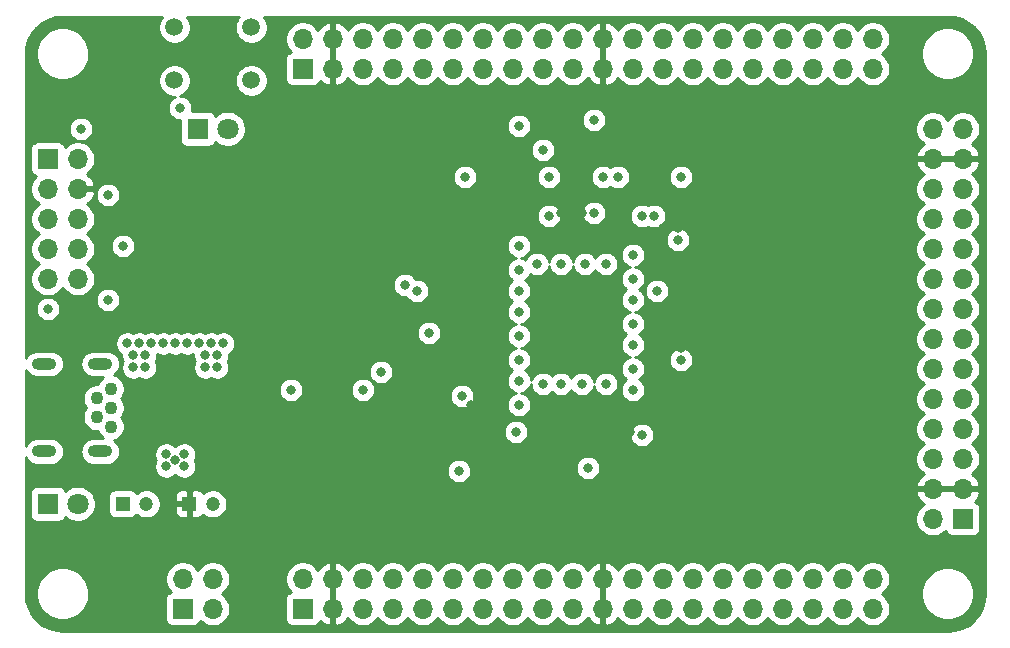
<source format=gbr>
%TF.GenerationSoftware,KiCad,Pcbnew,(5.1.9)-1*%
%TF.CreationDate,2021-02-04T20:28:27-06:00*%
%TF.ProjectId,Intel_10M02SCE144_Breakout_Board,496e7465-6c5f-4313-904d-303253434531,rev?*%
%TF.SameCoordinates,Original*%
%TF.FileFunction,Copper,L3,Inr*%
%TF.FilePolarity,Positive*%
%FSLAX46Y46*%
G04 Gerber Fmt 4.6, Leading zero omitted, Abs format (unit mm)*
G04 Created by KiCad (PCBNEW (5.1.9)-1) date 2021-02-04 20:28:27*
%MOMM*%
%LPD*%
G01*
G04 APERTURE LIST*
%TA.AperFunction,ComponentPad*%
%ADD10C,1.200000*%
%TD*%
%TA.AperFunction,ComponentPad*%
%ADD11R,1.200000X1.200000*%
%TD*%
%TA.AperFunction,ComponentPad*%
%ADD12C,1.800000*%
%TD*%
%TA.AperFunction,ComponentPad*%
%ADD13R,1.800000X1.800000*%
%TD*%
%TA.AperFunction,ComponentPad*%
%ADD14R,1.700000X1.700000*%
%TD*%
%TA.AperFunction,ComponentPad*%
%ADD15O,1.700000X1.700000*%
%TD*%
%TA.AperFunction,ComponentPad*%
%ADD16C,1.500000*%
%TD*%
%TA.AperFunction,ComponentPad*%
%ADD17O,2.100000X1.000000*%
%TD*%
%TA.AperFunction,ComponentPad*%
%ADD18C,1.100000*%
%TD*%
%TA.AperFunction,ViaPad*%
%ADD19C,0.800000*%
%TD*%
%TA.AperFunction,Conductor*%
%ADD20C,0.254000*%
%TD*%
%TA.AperFunction,Conductor*%
%ADD21C,0.100000*%
%TD*%
G04 APERTURE END LIST*
D10*
%TO.N,H_GND*%
%TO.C,C1*%
X104870000Y-115570000D03*
D11*
%TO.N,+5V*%
X102870000Y-115570000D03*
%TD*%
%TO.N,H_VCC*%
%TO.C,C2*%
X108490000Y-115570000D03*
D10*
%TO.N,H_GND*%
X110490000Y-115570000D03*
%TD*%
D12*
%TO.N,Net-(D1-Pad2)*%
%TO.C,D1*%
X99060000Y-115570000D03*
D13*
%TO.N,H_GND*%
X96520000Y-115570000D03*
%TD*%
%TO.N,H_GND*%
%TO.C,D2*%
X109220000Y-83820000D03*
D12*
%TO.N,Net-(D2-Pad2)*%
X111760000Y-83820000D03*
%TD*%
D14*
%TO.N,+5V*%
%TO.C,J2*%
X107950000Y-124460000D03*
D15*
X107950000Y-121920000D03*
%TO.N,H_GND*%
X110490000Y-124460000D03*
X110490000Y-121920000D03*
%TD*%
%TO.N,H_GND*%
%TO.C,J3*%
X166370000Y-121920000D03*
X166370000Y-124460000D03*
%TO.N,IO_70*%
X163830000Y-121920000D03*
%TO.N,IO_69*%
X163830000Y-124460000D03*
%TO.N,IO_68*%
X161290000Y-121920000D03*
%TO.N,IO_67*%
X161290000Y-124460000D03*
%TO.N,IO_65*%
X158750000Y-121920000D03*
%TO.N,IO_63*%
X158750000Y-124460000D03*
%TO.N,IO_62*%
X156210000Y-121920000D03*
%TO.N,IO_61*%
X156210000Y-124460000D03*
%TO.N,IO_60*%
X153670000Y-121920000D03*
%TO.N,IO_59*%
X153670000Y-124460000D03*
%TO.N,IO_55*%
X151130000Y-121920000D03*
%TO.N,IO_54*%
X151130000Y-124460000D03*
%TO.N,IO_53*%
X148590000Y-121920000D03*
%TO.N,IO_52*%
X148590000Y-124460000D03*
%TO.N,IO_51*%
X146050000Y-121920000D03*
%TO.N,IO_50*%
X146050000Y-124460000D03*
%TO.N,H_VCC*%
X143510000Y-121920000D03*
X143510000Y-124460000D03*
%TO.N,H_GND*%
X140970000Y-121920000D03*
X140970000Y-124460000D03*
%TO.N,IO_49*%
X138430000Y-121920000D03*
%TO.N,IO_48*%
X138430000Y-124460000D03*
%TO.N,IO_47*%
X135890000Y-121920000D03*
%TO.N,IO_46*%
X135890000Y-124460000D03*
%TO.N,IO_44*%
X133350000Y-121920000D03*
%TO.N,IO_42*%
X133350000Y-124460000D03*
%TO.N,IO_41*%
X130810000Y-121920000D03*
%TO.N,IO_40*%
X130810000Y-124460000D03*
%TO.N,IO_39*%
X128270000Y-121920000D03*
%TO.N,IO_33*%
X128270000Y-124460000D03*
%TO.N,IO_32*%
X125730000Y-121920000D03*
%TO.N,IO_31*%
X125730000Y-124460000D03*
%TO.N,IO_28*%
X123190000Y-121920000D03*
%TO.N,IO_27*%
X123190000Y-124460000D03*
%TO.N,H_VCC*%
X120650000Y-121920000D03*
X120650000Y-124460000D03*
%TO.N,H_GND*%
X118110000Y-121920000D03*
D14*
X118110000Y-124460000D03*
%TD*%
%TO.N,H_GND*%
%TO.C,J4*%
X173990000Y-116840000D03*
D15*
X171450000Y-116840000D03*
%TO.N,H_VCC*%
X173990000Y-114300000D03*
X171450000Y-114300000D03*
%TO.N,IO_74*%
X173990000Y-111760000D03*
%TO.N,IO_75*%
X171450000Y-111760000D03*
%TO.N,IO_76*%
X173990000Y-109220000D03*
%TO.N,IO_77*%
X171450000Y-109220000D03*
%TO.N,IO_78*%
X173990000Y-106680000D03*
%TO.N,IO_79*%
X171450000Y-106680000D03*
%TO.N,IO_80*%
X173990000Y-104140000D03*
%TO.N,IO_81*%
X171450000Y-104140000D03*
%TO.N,IO_84*%
X173990000Y-101600000D03*
%TO.N,IO_85*%
X171450000Y-101600000D03*
%TO.N,IO_86*%
X173990000Y-99060000D03*
%TO.N,IO_87*%
X171450000Y-99060000D03*
%TO.N,IO_88*%
X173990000Y-96520000D03*
%TO.N,IO_89*%
X171450000Y-96520000D03*
%TO.N,IO_90*%
X173990000Y-93980000D03*
%TO.N,IO_91*%
X171450000Y-93980000D03*
%TO.N,IO_92*%
X173990000Y-91440000D03*
%TO.N,IO_94*%
X171450000Y-91440000D03*
%TO.N,IO_95*%
X173990000Y-88900000D03*
%TO.N,IO_97*%
X171450000Y-88900000D03*
%TO.N,H_VCC*%
X173990000Y-86360000D03*
X171450000Y-86360000D03*
%TO.N,H_GND*%
X173990000Y-83820000D03*
X171450000Y-83820000D03*
%TD*%
D14*
%TO.N,H_GND*%
%TO.C,J5*%
X118110000Y-78740000D03*
D15*
X118110000Y-76200000D03*
%TO.N,H_VCC*%
X120650000Y-78740000D03*
X120650000Y-76200000D03*
%TO.N,IO_7*%
X123190000Y-78740000D03*
%TO.N,IO_8*%
X123190000Y-76200000D03*
%TO.N,IO_5*%
X125730000Y-78740000D03*
%TO.N,IO_6*%
X125730000Y-76200000D03*
%TO.N,IO_3*%
X128270000Y-78740000D03*
%TO.N,IO_4*%
X128270000Y-76200000D03*
%TO.N,IO_141*%
X130810000Y-78740000D03*
%TO.N,IO_140*%
X130810000Y-76200000D03*
%TO.N,IO_139*%
X133350000Y-78740000D03*
%TO.N,IO_138*%
X133350000Y-76200000D03*
%TO.N,IO_137*%
X135890000Y-78740000D03*
%TO.N,IO_134*%
X135890000Y-76200000D03*
%TO.N,IO_129*%
X138430000Y-78740000D03*
%TO.N,IO_128*%
X138430000Y-76200000D03*
%TO.N,H_GND*%
X140970000Y-78740000D03*
X140970000Y-76200000D03*
%TO.N,H_VCC*%
X143510000Y-78740000D03*
X143510000Y-76200000D03*
%TO.N,IO_127*%
X146050000Y-78740000D03*
%TO.N,IO_126*%
X146050000Y-76200000D03*
%TO.N,IO_125*%
X148590000Y-78740000D03*
%TO.N,IO_124*%
X148590000Y-76200000D03*
%TO.N,IO_123*%
X151130000Y-78740000D03*
%TO.N,IO_117*%
X151130000Y-76200000D03*
%TO.N,IO_116*%
X153670000Y-78740000D03*
%TO.N,IO_114*%
X153670000Y-76200000D03*
%TO.N,IO_112*%
X156210000Y-78740000D03*
%TO.N,IO_106*%
X156210000Y-76200000D03*
%TO.N,IO_105*%
X158750000Y-78740000D03*
%TO.N,IO_103*%
X158750000Y-76200000D03*
%TO.N,IO_101*%
X161290000Y-78740000D03*
%TO.N,IO_100*%
X161290000Y-76200000D03*
%TO.N,IO_99*%
X163830000Y-78740000D03*
%TO.N,IO_98*%
X163830000Y-76200000D03*
%TO.N,H_GND*%
X166370000Y-78740000D03*
X166370000Y-76200000D03*
%TD*%
D14*
%TO.N,TCK*%
%TO.C,J6*%
X96520000Y-86360000D03*
D15*
%TO.N,H_GND*%
X99060000Y-86360000D03*
%TO.N,TDO*%
X96520000Y-88900000D03*
%TO.N,H_VCC*%
X99060000Y-88900000D03*
%TO.N,TMS*%
X96520000Y-91440000D03*
%TO.N,Net-(J6-Pad6)*%
X99060000Y-91440000D03*
%TO.N,Net-(J6-Pad7)*%
X96520000Y-93980000D03*
%TO.N,JEN*%
X99060000Y-93980000D03*
%TO.N,TDI*%
X96520000Y-96520000D03*
%TO.N,H_GND*%
X99060000Y-96520000D03*
%TD*%
D16*
%TO.N,H_GND*%
%TO.C,S1*%
X113740000Y-79720000D03*
%TO.N,Net-(S1-Pad3)*%
X107240000Y-79720000D03*
%TO.N,Net-(S1-Pad2)*%
X113740000Y-75220000D03*
%TO.N,~RESET*%
X107240000Y-75220000D03*
%TD*%
D17*
%TO.N,Net-(J1-Pad6)*%
%TO.C,J1*%
X100965000Y-103725000D03*
X96215000Y-111125000D03*
X96215000Y-103725000D03*
X100965000Y-111125000D03*
D18*
%TO.N,Net-(J1-Pad2)*%
X100665000Y-106625000D03*
%TO.N,Net-(J1-Pad3)*%
X101865000Y-107425000D03*
%TO.N,H_GND*%
X101865000Y-109025000D03*
%TO.N,+5V*%
X101865000Y-105825000D03*
%TO.N,Net-(J1-Pad4)*%
X100665000Y-108225000D03*
%TD*%
D19*
%TO.N,H_GND*%
X136144000Y-109474000D03*
X142240000Y-112522000D03*
X146812000Y-109728000D03*
X150114000Y-103378000D03*
X148082000Y-97536000D03*
X150114000Y-87884000D03*
X144780000Y-87884000D03*
X138430000Y-85598000D03*
X131826000Y-87884000D03*
X126746000Y-97028000D03*
X128778000Y-101092000D03*
X131572000Y-106426000D03*
X136398000Y-107188000D03*
X136398000Y-105156000D03*
X136398000Y-103378000D03*
X136398000Y-101346000D03*
X136398000Y-99314000D03*
X136398000Y-97536000D03*
X136398000Y-95758000D03*
X137922000Y-95250000D03*
X139954000Y-95250000D03*
X141986000Y-95250000D03*
X143764000Y-95250000D03*
X146050000Y-94488000D03*
X146050000Y-96520000D03*
X146050000Y-98298000D03*
X146050000Y-100330000D03*
X146050000Y-102108000D03*
X146050000Y-104140000D03*
X146050000Y-105918000D03*
X143764000Y-105410000D03*
X141732000Y-105410000D03*
X139954000Y-105410000D03*
X138430000Y-105410000D03*
X136398000Y-93726000D03*
X142748000Y-83058000D03*
X131318000Y-112776000D03*
X149860000Y-93218000D03*
X107696000Y-82042000D03*
X101600000Y-98298000D03*
X101600000Y-89408000D03*
X99314000Y-83820000D03*
X123190000Y-105918000D03*
X124714000Y-104394000D03*
X117094000Y-105918000D03*
X107315000Y-101981000D03*
X108331000Y-101981000D03*
X109347000Y-101981000D03*
X110363000Y-101981000D03*
X111379000Y-101981000D03*
X106299000Y-101981000D03*
X105283000Y-101981000D03*
X104267000Y-101981000D03*
X103251000Y-101981000D03*
X109855000Y-102997000D03*
X110871000Y-102997000D03*
X109855000Y-104013000D03*
X110871000Y-104013000D03*
X104775000Y-102997000D03*
X103759000Y-102997000D03*
X103759000Y-104013000D03*
X104775000Y-104013000D03*
X106553000Y-112395000D03*
X106553000Y-111379000D03*
X108077000Y-111379000D03*
X108077000Y-112395000D03*
X107315000Y-111887000D03*
X102870000Y-93726000D03*
%TO.N,H_VCC*%
X110744000Y-99822000D03*
X121158000Y-101854000D03*
X119634000Y-103378000D03*
X117094000Y-101854000D03*
X105156000Y-120650000D03*
X105410000Y-78486000D03*
X151384000Y-86868000D03*
X152400000Y-86106000D03*
X144272000Y-83058000D03*
X132334000Y-93726000D03*
X133350000Y-92710000D03*
X132334000Y-95758000D03*
X132334000Y-97536000D03*
X132334000Y-99314000D03*
X132334000Y-101346000D03*
X132334000Y-105156000D03*
X138176000Y-109474000D03*
X132334000Y-102870000D03*
X132334000Y-107188000D03*
X132334000Y-91440000D03*
X132334000Y-92456000D03*
X132334000Y-108458000D03*
X132334000Y-109474000D03*
X133350000Y-109474000D03*
X133350000Y-108458000D03*
X139954000Y-109474000D03*
X141986000Y-109474000D03*
X143764000Y-109474000D03*
X145796000Y-109474000D03*
X144780000Y-109474000D03*
X150114000Y-105918000D03*
X150114000Y-104902000D03*
X150114000Y-102362000D03*
X150114000Y-100330000D03*
X150114000Y-98552000D03*
X150114000Y-96520000D03*
X150114000Y-94742000D03*
X144526000Y-90932000D03*
X141732000Y-90932000D03*
X139954000Y-90932000D03*
X137668000Y-90932000D03*
X149860000Y-91186000D03*
X149860000Y-92202000D03*
X150622000Y-111506000D03*
X150622000Y-110490000D03*
X148590000Y-92202000D03*
X111760000Y-96520000D03*
X111760000Y-94742000D03*
X111760000Y-91186000D03*
X107950000Y-87884000D03*
X114046000Y-92964000D03*
X111633000Y-107569000D03*
X112649000Y-107569000D03*
X113665000Y-107569000D03*
X114681000Y-107569000D03*
X115697000Y-107569000D03*
X111633000Y-108585000D03*
X112649000Y-108585000D03*
X113665000Y-108585000D03*
X114681000Y-108585000D03*
X115697000Y-108585000D03*
X111633000Y-109601000D03*
X112649000Y-109601000D03*
X113665000Y-109601000D03*
X114681000Y-109601000D03*
X115697000Y-109601000D03*
X111633000Y-110617000D03*
X112649000Y-110617000D03*
X113665000Y-110617000D03*
X114681000Y-110617000D03*
X115697000Y-110617000D03*
%TO.N,TDO*%
X96520000Y-99060000D03*
%TO.N,JEN*%
X127762000Y-97536000D03*
%TO.N,Net-(R6-Pad2)*%
X147828000Y-91186000D03*
%TO.N,Net-(R7-Pad2)*%
X146812000Y-91186000D03*
%TO.N,Net-(R8-Pad2)*%
X142748000Y-90932000D03*
%TO.N,Net-(R9-Pad2)*%
X138938000Y-87884000D03*
%TO.N,Net-(R10-Pad2)*%
X138938000Y-91186000D03*
%TO.N,Net-(R11-Pad2)*%
X136398000Y-83566000D03*
%TO.N,Net-(R12-Pad2)*%
X143510000Y-87884000D03*
%TD*%
D20*
%TO.N,H_VCC*%
X106164201Y-74337114D02*
X106012629Y-74563957D01*
X105908225Y-74816011D01*
X105855000Y-75083589D01*
X105855000Y-75356411D01*
X105908225Y-75623989D01*
X106012629Y-75876043D01*
X106164201Y-76102886D01*
X106357114Y-76295799D01*
X106583957Y-76447371D01*
X106836011Y-76551775D01*
X107103589Y-76605000D01*
X107376411Y-76605000D01*
X107643989Y-76551775D01*
X107896043Y-76447371D01*
X108122886Y-76295799D01*
X108315799Y-76102886D01*
X108467371Y-75876043D01*
X108571775Y-75623989D01*
X108625000Y-75356411D01*
X108625000Y-75083589D01*
X108571775Y-74816011D01*
X108467371Y-74563957D01*
X108315799Y-74337114D01*
X108298685Y-74320000D01*
X112681315Y-74320000D01*
X112664201Y-74337114D01*
X112512629Y-74563957D01*
X112408225Y-74816011D01*
X112355000Y-75083589D01*
X112355000Y-75356411D01*
X112408225Y-75623989D01*
X112512629Y-75876043D01*
X112664201Y-76102886D01*
X112857114Y-76295799D01*
X113083957Y-76447371D01*
X113336011Y-76551775D01*
X113603589Y-76605000D01*
X113876411Y-76605000D01*
X114143989Y-76551775D01*
X114396043Y-76447371D01*
X114622886Y-76295799D01*
X114815799Y-76102886D01*
X114967371Y-75876043D01*
X115071775Y-75623989D01*
X115125000Y-75356411D01*
X115125000Y-75083589D01*
X115071775Y-74816011D01*
X114967371Y-74563957D01*
X114815799Y-74337114D01*
X114798685Y-74320000D01*
X172687721Y-74320000D01*
X173331222Y-74383096D01*
X173919164Y-74560606D01*
X174461436Y-74848937D01*
X174937364Y-75237094D01*
X175328845Y-75710314D01*
X175620951Y-76250552D01*
X175802563Y-76837244D01*
X175870001Y-77478888D01*
X175870000Y-123157721D01*
X175806904Y-123801221D01*
X175629394Y-124389164D01*
X175341063Y-124931436D01*
X174952906Y-125407364D01*
X174479686Y-125798845D01*
X173939449Y-126090950D01*
X173352756Y-126272563D01*
X172711130Y-126340000D01*
X97822279Y-126340000D01*
X97178779Y-126276904D01*
X96590836Y-126099394D01*
X96048564Y-125811063D01*
X95572636Y-125422906D01*
X95181155Y-124949686D01*
X94889050Y-124409449D01*
X94707437Y-123822756D01*
X94640000Y-123181130D01*
X94640000Y-122969872D01*
X95555000Y-122969872D01*
X95555000Y-123410128D01*
X95640890Y-123841925D01*
X95809369Y-124248669D01*
X96053962Y-124614729D01*
X96365271Y-124926038D01*
X96731331Y-125170631D01*
X97138075Y-125339110D01*
X97569872Y-125425000D01*
X98010128Y-125425000D01*
X98441925Y-125339110D01*
X98848669Y-125170631D01*
X99214729Y-124926038D01*
X99526038Y-124614729D01*
X99770631Y-124248669D01*
X99939110Y-123841925D01*
X99985242Y-123610000D01*
X106461928Y-123610000D01*
X106461928Y-125310000D01*
X106474188Y-125434482D01*
X106510498Y-125554180D01*
X106569463Y-125664494D01*
X106648815Y-125761185D01*
X106745506Y-125840537D01*
X106855820Y-125899502D01*
X106975518Y-125935812D01*
X107100000Y-125948072D01*
X108800000Y-125948072D01*
X108924482Y-125935812D01*
X109044180Y-125899502D01*
X109154494Y-125840537D01*
X109251185Y-125761185D01*
X109330537Y-125664494D01*
X109389502Y-125554180D01*
X109411513Y-125481620D01*
X109543368Y-125613475D01*
X109786589Y-125775990D01*
X110056842Y-125887932D01*
X110343740Y-125945000D01*
X110636260Y-125945000D01*
X110923158Y-125887932D01*
X111193411Y-125775990D01*
X111436632Y-125613475D01*
X111643475Y-125406632D01*
X111805990Y-125163411D01*
X111917932Y-124893158D01*
X111975000Y-124606260D01*
X111975000Y-124313740D01*
X111917932Y-124026842D01*
X111805990Y-123756589D01*
X111708043Y-123610000D01*
X116621928Y-123610000D01*
X116621928Y-125310000D01*
X116634188Y-125434482D01*
X116670498Y-125554180D01*
X116729463Y-125664494D01*
X116808815Y-125761185D01*
X116905506Y-125840537D01*
X117015820Y-125899502D01*
X117135518Y-125935812D01*
X117260000Y-125948072D01*
X118960000Y-125948072D01*
X119084482Y-125935812D01*
X119204180Y-125899502D01*
X119314494Y-125840537D01*
X119411185Y-125761185D01*
X119490537Y-125664494D01*
X119549502Y-125554180D01*
X119573966Y-125473534D01*
X119649731Y-125557588D01*
X119883080Y-125731641D01*
X120145901Y-125856825D01*
X120293110Y-125901476D01*
X120523000Y-125780155D01*
X120523000Y-124587000D01*
X120503000Y-124587000D01*
X120503000Y-124333000D01*
X120523000Y-124333000D01*
X120523000Y-122047000D01*
X120503000Y-122047000D01*
X120503000Y-121793000D01*
X120523000Y-121793000D01*
X120523000Y-120599845D01*
X120777000Y-120599845D01*
X120777000Y-121793000D01*
X120797000Y-121793000D01*
X120797000Y-122047000D01*
X120777000Y-122047000D01*
X120777000Y-124333000D01*
X120797000Y-124333000D01*
X120797000Y-124587000D01*
X120777000Y-124587000D01*
X120777000Y-125780155D01*
X121006890Y-125901476D01*
X121154099Y-125856825D01*
X121416920Y-125731641D01*
X121650269Y-125557588D01*
X121845178Y-125341355D01*
X121914805Y-125224466D01*
X122036525Y-125406632D01*
X122243368Y-125613475D01*
X122486589Y-125775990D01*
X122756842Y-125887932D01*
X123043740Y-125945000D01*
X123336260Y-125945000D01*
X123623158Y-125887932D01*
X123893411Y-125775990D01*
X124136632Y-125613475D01*
X124343475Y-125406632D01*
X124460000Y-125232240D01*
X124576525Y-125406632D01*
X124783368Y-125613475D01*
X125026589Y-125775990D01*
X125296842Y-125887932D01*
X125583740Y-125945000D01*
X125876260Y-125945000D01*
X126163158Y-125887932D01*
X126433411Y-125775990D01*
X126676632Y-125613475D01*
X126883475Y-125406632D01*
X127000000Y-125232240D01*
X127116525Y-125406632D01*
X127323368Y-125613475D01*
X127566589Y-125775990D01*
X127836842Y-125887932D01*
X128123740Y-125945000D01*
X128416260Y-125945000D01*
X128703158Y-125887932D01*
X128973411Y-125775990D01*
X129216632Y-125613475D01*
X129423475Y-125406632D01*
X129540000Y-125232240D01*
X129656525Y-125406632D01*
X129863368Y-125613475D01*
X130106589Y-125775990D01*
X130376842Y-125887932D01*
X130663740Y-125945000D01*
X130956260Y-125945000D01*
X131243158Y-125887932D01*
X131513411Y-125775990D01*
X131756632Y-125613475D01*
X131963475Y-125406632D01*
X132080000Y-125232240D01*
X132196525Y-125406632D01*
X132403368Y-125613475D01*
X132646589Y-125775990D01*
X132916842Y-125887932D01*
X133203740Y-125945000D01*
X133496260Y-125945000D01*
X133783158Y-125887932D01*
X134053411Y-125775990D01*
X134296632Y-125613475D01*
X134503475Y-125406632D01*
X134620000Y-125232240D01*
X134736525Y-125406632D01*
X134943368Y-125613475D01*
X135186589Y-125775990D01*
X135456842Y-125887932D01*
X135743740Y-125945000D01*
X136036260Y-125945000D01*
X136323158Y-125887932D01*
X136593411Y-125775990D01*
X136836632Y-125613475D01*
X137043475Y-125406632D01*
X137160000Y-125232240D01*
X137276525Y-125406632D01*
X137483368Y-125613475D01*
X137726589Y-125775990D01*
X137996842Y-125887932D01*
X138283740Y-125945000D01*
X138576260Y-125945000D01*
X138863158Y-125887932D01*
X139133411Y-125775990D01*
X139376632Y-125613475D01*
X139583475Y-125406632D01*
X139700000Y-125232240D01*
X139816525Y-125406632D01*
X140023368Y-125613475D01*
X140266589Y-125775990D01*
X140536842Y-125887932D01*
X140823740Y-125945000D01*
X141116260Y-125945000D01*
X141403158Y-125887932D01*
X141673411Y-125775990D01*
X141916632Y-125613475D01*
X142123475Y-125406632D01*
X142245195Y-125224466D01*
X142314822Y-125341355D01*
X142509731Y-125557588D01*
X142743080Y-125731641D01*
X143005901Y-125856825D01*
X143153110Y-125901476D01*
X143383000Y-125780155D01*
X143383000Y-124587000D01*
X143363000Y-124587000D01*
X143363000Y-124333000D01*
X143383000Y-124333000D01*
X143383000Y-122047000D01*
X143363000Y-122047000D01*
X143363000Y-121793000D01*
X143383000Y-121793000D01*
X143383000Y-120599845D01*
X143637000Y-120599845D01*
X143637000Y-121793000D01*
X143657000Y-121793000D01*
X143657000Y-122047000D01*
X143637000Y-122047000D01*
X143637000Y-124333000D01*
X143657000Y-124333000D01*
X143657000Y-124587000D01*
X143637000Y-124587000D01*
X143637000Y-125780155D01*
X143866890Y-125901476D01*
X144014099Y-125856825D01*
X144276920Y-125731641D01*
X144510269Y-125557588D01*
X144705178Y-125341355D01*
X144774805Y-125224466D01*
X144896525Y-125406632D01*
X145103368Y-125613475D01*
X145346589Y-125775990D01*
X145616842Y-125887932D01*
X145903740Y-125945000D01*
X146196260Y-125945000D01*
X146483158Y-125887932D01*
X146753411Y-125775990D01*
X146996632Y-125613475D01*
X147203475Y-125406632D01*
X147320000Y-125232240D01*
X147436525Y-125406632D01*
X147643368Y-125613475D01*
X147886589Y-125775990D01*
X148156842Y-125887932D01*
X148443740Y-125945000D01*
X148736260Y-125945000D01*
X149023158Y-125887932D01*
X149293411Y-125775990D01*
X149536632Y-125613475D01*
X149743475Y-125406632D01*
X149860000Y-125232240D01*
X149976525Y-125406632D01*
X150183368Y-125613475D01*
X150426589Y-125775990D01*
X150696842Y-125887932D01*
X150983740Y-125945000D01*
X151276260Y-125945000D01*
X151563158Y-125887932D01*
X151833411Y-125775990D01*
X152076632Y-125613475D01*
X152283475Y-125406632D01*
X152400000Y-125232240D01*
X152516525Y-125406632D01*
X152723368Y-125613475D01*
X152966589Y-125775990D01*
X153236842Y-125887932D01*
X153523740Y-125945000D01*
X153816260Y-125945000D01*
X154103158Y-125887932D01*
X154373411Y-125775990D01*
X154616632Y-125613475D01*
X154823475Y-125406632D01*
X154940000Y-125232240D01*
X155056525Y-125406632D01*
X155263368Y-125613475D01*
X155506589Y-125775990D01*
X155776842Y-125887932D01*
X156063740Y-125945000D01*
X156356260Y-125945000D01*
X156643158Y-125887932D01*
X156913411Y-125775990D01*
X157156632Y-125613475D01*
X157363475Y-125406632D01*
X157480000Y-125232240D01*
X157596525Y-125406632D01*
X157803368Y-125613475D01*
X158046589Y-125775990D01*
X158316842Y-125887932D01*
X158603740Y-125945000D01*
X158896260Y-125945000D01*
X159183158Y-125887932D01*
X159453411Y-125775990D01*
X159696632Y-125613475D01*
X159903475Y-125406632D01*
X160020000Y-125232240D01*
X160136525Y-125406632D01*
X160343368Y-125613475D01*
X160586589Y-125775990D01*
X160856842Y-125887932D01*
X161143740Y-125945000D01*
X161436260Y-125945000D01*
X161723158Y-125887932D01*
X161993411Y-125775990D01*
X162236632Y-125613475D01*
X162443475Y-125406632D01*
X162560000Y-125232240D01*
X162676525Y-125406632D01*
X162883368Y-125613475D01*
X163126589Y-125775990D01*
X163396842Y-125887932D01*
X163683740Y-125945000D01*
X163976260Y-125945000D01*
X164263158Y-125887932D01*
X164533411Y-125775990D01*
X164776632Y-125613475D01*
X164983475Y-125406632D01*
X165100000Y-125232240D01*
X165216525Y-125406632D01*
X165423368Y-125613475D01*
X165666589Y-125775990D01*
X165936842Y-125887932D01*
X166223740Y-125945000D01*
X166516260Y-125945000D01*
X166803158Y-125887932D01*
X167073411Y-125775990D01*
X167316632Y-125613475D01*
X167523475Y-125406632D01*
X167685990Y-125163411D01*
X167797932Y-124893158D01*
X167855000Y-124606260D01*
X167855000Y-124313740D01*
X167797932Y-124026842D01*
X167685990Y-123756589D01*
X167523475Y-123513368D01*
X167316632Y-123306525D01*
X167142240Y-123190000D01*
X167316632Y-123073475D01*
X167420235Y-122969872D01*
X170485000Y-122969872D01*
X170485000Y-123410128D01*
X170570890Y-123841925D01*
X170739369Y-124248669D01*
X170983962Y-124614729D01*
X171295271Y-124926038D01*
X171661331Y-125170631D01*
X172068075Y-125339110D01*
X172499872Y-125425000D01*
X172940128Y-125425000D01*
X173371925Y-125339110D01*
X173778669Y-125170631D01*
X174144729Y-124926038D01*
X174456038Y-124614729D01*
X174700631Y-124248669D01*
X174869110Y-123841925D01*
X174955000Y-123410128D01*
X174955000Y-122969872D01*
X174869110Y-122538075D01*
X174700631Y-122131331D01*
X174456038Y-121765271D01*
X174144729Y-121453962D01*
X173778669Y-121209369D01*
X173371925Y-121040890D01*
X172940128Y-120955000D01*
X172499872Y-120955000D01*
X172068075Y-121040890D01*
X171661331Y-121209369D01*
X171295271Y-121453962D01*
X170983962Y-121765271D01*
X170739369Y-122131331D01*
X170570890Y-122538075D01*
X170485000Y-122969872D01*
X167420235Y-122969872D01*
X167523475Y-122866632D01*
X167685990Y-122623411D01*
X167797932Y-122353158D01*
X167855000Y-122066260D01*
X167855000Y-121773740D01*
X167797932Y-121486842D01*
X167685990Y-121216589D01*
X167523475Y-120973368D01*
X167316632Y-120766525D01*
X167073411Y-120604010D01*
X166803158Y-120492068D01*
X166516260Y-120435000D01*
X166223740Y-120435000D01*
X165936842Y-120492068D01*
X165666589Y-120604010D01*
X165423368Y-120766525D01*
X165216525Y-120973368D01*
X165100000Y-121147760D01*
X164983475Y-120973368D01*
X164776632Y-120766525D01*
X164533411Y-120604010D01*
X164263158Y-120492068D01*
X163976260Y-120435000D01*
X163683740Y-120435000D01*
X163396842Y-120492068D01*
X163126589Y-120604010D01*
X162883368Y-120766525D01*
X162676525Y-120973368D01*
X162560000Y-121147760D01*
X162443475Y-120973368D01*
X162236632Y-120766525D01*
X161993411Y-120604010D01*
X161723158Y-120492068D01*
X161436260Y-120435000D01*
X161143740Y-120435000D01*
X160856842Y-120492068D01*
X160586589Y-120604010D01*
X160343368Y-120766525D01*
X160136525Y-120973368D01*
X160020000Y-121147760D01*
X159903475Y-120973368D01*
X159696632Y-120766525D01*
X159453411Y-120604010D01*
X159183158Y-120492068D01*
X158896260Y-120435000D01*
X158603740Y-120435000D01*
X158316842Y-120492068D01*
X158046589Y-120604010D01*
X157803368Y-120766525D01*
X157596525Y-120973368D01*
X157480000Y-121147760D01*
X157363475Y-120973368D01*
X157156632Y-120766525D01*
X156913411Y-120604010D01*
X156643158Y-120492068D01*
X156356260Y-120435000D01*
X156063740Y-120435000D01*
X155776842Y-120492068D01*
X155506589Y-120604010D01*
X155263368Y-120766525D01*
X155056525Y-120973368D01*
X154940000Y-121147760D01*
X154823475Y-120973368D01*
X154616632Y-120766525D01*
X154373411Y-120604010D01*
X154103158Y-120492068D01*
X153816260Y-120435000D01*
X153523740Y-120435000D01*
X153236842Y-120492068D01*
X152966589Y-120604010D01*
X152723368Y-120766525D01*
X152516525Y-120973368D01*
X152400000Y-121147760D01*
X152283475Y-120973368D01*
X152076632Y-120766525D01*
X151833411Y-120604010D01*
X151563158Y-120492068D01*
X151276260Y-120435000D01*
X150983740Y-120435000D01*
X150696842Y-120492068D01*
X150426589Y-120604010D01*
X150183368Y-120766525D01*
X149976525Y-120973368D01*
X149860000Y-121147760D01*
X149743475Y-120973368D01*
X149536632Y-120766525D01*
X149293411Y-120604010D01*
X149023158Y-120492068D01*
X148736260Y-120435000D01*
X148443740Y-120435000D01*
X148156842Y-120492068D01*
X147886589Y-120604010D01*
X147643368Y-120766525D01*
X147436525Y-120973368D01*
X147320000Y-121147760D01*
X147203475Y-120973368D01*
X146996632Y-120766525D01*
X146753411Y-120604010D01*
X146483158Y-120492068D01*
X146196260Y-120435000D01*
X145903740Y-120435000D01*
X145616842Y-120492068D01*
X145346589Y-120604010D01*
X145103368Y-120766525D01*
X144896525Y-120973368D01*
X144774805Y-121155534D01*
X144705178Y-121038645D01*
X144510269Y-120822412D01*
X144276920Y-120648359D01*
X144014099Y-120523175D01*
X143866890Y-120478524D01*
X143637000Y-120599845D01*
X143383000Y-120599845D01*
X143153110Y-120478524D01*
X143005901Y-120523175D01*
X142743080Y-120648359D01*
X142509731Y-120822412D01*
X142314822Y-121038645D01*
X142245195Y-121155534D01*
X142123475Y-120973368D01*
X141916632Y-120766525D01*
X141673411Y-120604010D01*
X141403158Y-120492068D01*
X141116260Y-120435000D01*
X140823740Y-120435000D01*
X140536842Y-120492068D01*
X140266589Y-120604010D01*
X140023368Y-120766525D01*
X139816525Y-120973368D01*
X139700000Y-121147760D01*
X139583475Y-120973368D01*
X139376632Y-120766525D01*
X139133411Y-120604010D01*
X138863158Y-120492068D01*
X138576260Y-120435000D01*
X138283740Y-120435000D01*
X137996842Y-120492068D01*
X137726589Y-120604010D01*
X137483368Y-120766525D01*
X137276525Y-120973368D01*
X137160000Y-121147760D01*
X137043475Y-120973368D01*
X136836632Y-120766525D01*
X136593411Y-120604010D01*
X136323158Y-120492068D01*
X136036260Y-120435000D01*
X135743740Y-120435000D01*
X135456842Y-120492068D01*
X135186589Y-120604010D01*
X134943368Y-120766525D01*
X134736525Y-120973368D01*
X134620000Y-121147760D01*
X134503475Y-120973368D01*
X134296632Y-120766525D01*
X134053411Y-120604010D01*
X133783158Y-120492068D01*
X133496260Y-120435000D01*
X133203740Y-120435000D01*
X132916842Y-120492068D01*
X132646589Y-120604010D01*
X132403368Y-120766525D01*
X132196525Y-120973368D01*
X132080000Y-121147760D01*
X131963475Y-120973368D01*
X131756632Y-120766525D01*
X131513411Y-120604010D01*
X131243158Y-120492068D01*
X130956260Y-120435000D01*
X130663740Y-120435000D01*
X130376842Y-120492068D01*
X130106589Y-120604010D01*
X129863368Y-120766525D01*
X129656525Y-120973368D01*
X129540000Y-121147760D01*
X129423475Y-120973368D01*
X129216632Y-120766525D01*
X128973411Y-120604010D01*
X128703158Y-120492068D01*
X128416260Y-120435000D01*
X128123740Y-120435000D01*
X127836842Y-120492068D01*
X127566589Y-120604010D01*
X127323368Y-120766525D01*
X127116525Y-120973368D01*
X127000000Y-121147760D01*
X126883475Y-120973368D01*
X126676632Y-120766525D01*
X126433411Y-120604010D01*
X126163158Y-120492068D01*
X125876260Y-120435000D01*
X125583740Y-120435000D01*
X125296842Y-120492068D01*
X125026589Y-120604010D01*
X124783368Y-120766525D01*
X124576525Y-120973368D01*
X124460000Y-121147760D01*
X124343475Y-120973368D01*
X124136632Y-120766525D01*
X123893411Y-120604010D01*
X123623158Y-120492068D01*
X123336260Y-120435000D01*
X123043740Y-120435000D01*
X122756842Y-120492068D01*
X122486589Y-120604010D01*
X122243368Y-120766525D01*
X122036525Y-120973368D01*
X121914805Y-121155534D01*
X121845178Y-121038645D01*
X121650269Y-120822412D01*
X121416920Y-120648359D01*
X121154099Y-120523175D01*
X121006890Y-120478524D01*
X120777000Y-120599845D01*
X120523000Y-120599845D01*
X120293110Y-120478524D01*
X120145901Y-120523175D01*
X119883080Y-120648359D01*
X119649731Y-120822412D01*
X119454822Y-121038645D01*
X119385195Y-121155534D01*
X119263475Y-120973368D01*
X119056632Y-120766525D01*
X118813411Y-120604010D01*
X118543158Y-120492068D01*
X118256260Y-120435000D01*
X117963740Y-120435000D01*
X117676842Y-120492068D01*
X117406589Y-120604010D01*
X117163368Y-120766525D01*
X116956525Y-120973368D01*
X116794010Y-121216589D01*
X116682068Y-121486842D01*
X116625000Y-121773740D01*
X116625000Y-122066260D01*
X116682068Y-122353158D01*
X116794010Y-122623411D01*
X116956525Y-122866632D01*
X117088380Y-122998487D01*
X117015820Y-123020498D01*
X116905506Y-123079463D01*
X116808815Y-123158815D01*
X116729463Y-123255506D01*
X116670498Y-123365820D01*
X116634188Y-123485518D01*
X116621928Y-123610000D01*
X111708043Y-123610000D01*
X111643475Y-123513368D01*
X111436632Y-123306525D01*
X111262240Y-123190000D01*
X111436632Y-123073475D01*
X111643475Y-122866632D01*
X111805990Y-122623411D01*
X111917932Y-122353158D01*
X111975000Y-122066260D01*
X111975000Y-121773740D01*
X111917932Y-121486842D01*
X111805990Y-121216589D01*
X111643475Y-120973368D01*
X111436632Y-120766525D01*
X111193411Y-120604010D01*
X110923158Y-120492068D01*
X110636260Y-120435000D01*
X110343740Y-120435000D01*
X110056842Y-120492068D01*
X109786589Y-120604010D01*
X109543368Y-120766525D01*
X109336525Y-120973368D01*
X109220000Y-121147760D01*
X109103475Y-120973368D01*
X108896632Y-120766525D01*
X108653411Y-120604010D01*
X108383158Y-120492068D01*
X108096260Y-120435000D01*
X107803740Y-120435000D01*
X107516842Y-120492068D01*
X107246589Y-120604010D01*
X107003368Y-120766525D01*
X106796525Y-120973368D01*
X106634010Y-121216589D01*
X106522068Y-121486842D01*
X106465000Y-121773740D01*
X106465000Y-122066260D01*
X106522068Y-122353158D01*
X106634010Y-122623411D01*
X106796525Y-122866632D01*
X106928380Y-122998487D01*
X106855820Y-123020498D01*
X106745506Y-123079463D01*
X106648815Y-123158815D01*
X106569463Y-123255506D01*
X106510498Y-123365820D01*
X106474188Y-123485518D01*
X106461928Y-123610000D01*
X99985242Y-123610000D01*
X100025000Y-123410128D01*
X100025000Y-122969872D01*
X99939110Y-122538075D01*
X99770631Y-122131331D01*
X99526038Y-121765271D01*
X99214729Y-121453962D01*
X98848669Y-121209369D01*
X98441925Y-121040890D01*
X98010128Y-120955000D01*
X97569872Y-120955000D01*
X97138075Y-121040890D01*
X96731331Y-121209369D01*
X96365271Y-121453962D01*
X96053962Y-121765271D01*
X95809369Y-122131331D01*
X95640890Y-122538075D01*
X95555000Y-122969872D01*
X94640000Y-122969872D01*
X94640000Y-114670000D01*
X94981928Y-114670000D01*
X94981928Y-116470000D01*
X94994188Y-116594482D01*
X95030498Y-116714180D01*
X95089463Y-116824494D01*
X95168815Y-116921185D01*
X95265506Y-117000537D01*
X95375820Y-117059502D01*
X95495518Y-117095812D01*
X95620000Y-117108072D01*
X97420000Y-117108072D01*
X97544482Y-117095812D01*
X97664180Y-117059502D01*
X97774494Y-117000537D01*
X97871185Y-116921185D01*
X97950537Y-116824494D01*
X98009502Y-116714180D01*
X98015056Y-116695873D01*
X98081495Y-116762312D01*
X98332905Y-116930299D01*
X98612257Y-117046011D01*
X98908816Y-117105000D01*
X99211184Y-117105000D01*
X99507743Y-117046011D01*
X99787095Y-116930299D01*
X100038505Y-116762312D01*
X100252312Y-116548505D01*
X100420299Y-116297095D01*
X100536011Y-116017743D01*
X100595000Y-115721184D01*
X100595000Y-115418816D01*
X100536011Y-115122257D01*
X100472944Y-114970000D01*
X101631928Y-114970000D01*
X101631928Y-116170000D01*
X101644188Y-116294482D01*
X101680498Y-116414180D01*
X101739463Y-116524494D01*
X101818815Y-116621185D01*
X101915506Y-116700537D01*
X102025820Y-116759502D01*
X102145518Y-116795812D01*
X102270000Y-116808072D01*
X103470000Y-116808072D01*
X103594482Y-116795812D01*
X103714180Y-116759502D01*
X103824494Y-116700537D01*
X103921185Y-116621185D01*
X104000537Y-116524494D01*
X104027499Y-116474053D01*
X104082733Y-116529287D01*
X104285008Y-116664443D01*
X104509764Y-116757540D01*
X104748363Y-116805000D01*
X104991637Y-116805000D01*
X105230236Y-116757540D01*
X105454992Y-116664443D01*
X105657267Y-116529287D01*
X105829287Y-116357267D01*
X105954414Y-116170000D01*
X107251928Y-116170000D01*
X107264188Y-116294482D01*
X107300498Y-116414180D01*
X107359463Y-116524494D01*
X107438815Y-116621185D01*
X107535506Y-116700537D01*
X107645820Y-116759502D01*
X107765518Y-116795812D01*
X107890000Y-116808072D01*
X108204250Y-116805000D01*
X108363000Y-116646250D01*
X108363000Y-115697000D01*
X107413750Y-115697000D01*
X107255000Y-115855750D01*
X107251928Y-116170000D01*
X105954414Y-116170000D01*
X105964443Y-116154992D01*
X106057540Y-115930236D01*
X106105000Y-115691637D01*
X106105000Y-115448363D01*
X106057540Y-115209764D01*
X105964443Y-114985008D01*
X105954415Y-114970000D01*
X107251928Y-114970000D01*
X107255000Y-115284250D01*
X107413750Y-115443000D01*
X108363000Y-115443000D01*
X108363000Y-114493750D01*
X108617000Y-114493750D01*
X108617000Y-115443000D01*
X108637000Y-115443000D01*
X108637000Y-115697000D01*
X108617000Y-115697000D01*
X108617000Y-116646250D01*
X108775750Y-116805000D01*
X109090000Y-116808072D01*
X109214482Y-116795812D01*
X109334180Y-116759502D01*
X109444494Y-116700537D01*
X109541185Y-116621185D01*
X109620537Y-116524494D01*
X109647499Y-116474053D01*
X109702733Y-116529287D01*
X109905008Y-116664443D01*
X110129764Y-116757540D01*
X110368363Y-116805000D01*
X110611637Y-116805000D01*
X110850236Y-116757540D01*
X111004262Y-116693740D01*
X169965000Y-116693740D01*
X169965000Y-116986260D01*
X170022068Y-117273158D01*
X170134010Y-117543411D01*
X170296525Y-117786632D01*
X170503368Y-117993475D01*
X170746589Y-118155990D01*
X171016842Y-118267932D01*
X171303740Y-118325000D01*
X171596260Y-118325000D01*
X171883158Y-118267932D01*
X172153411Y-118155990D01*
X172396632Y-117993475D01*
X172528487Y-117861620D01*
X172550498Y-117934180D01*
X172609463Y-118044494D01*
X172688815Y-118141185D01*
X172785506Y-118220537D01*
X172895820Y-118279502D01*
X173015518Y-118315812D01*
X173140000Y-118328072D01*
X174840000Y-118328072D01*
X174964482Y-118315812D01*
X175084180Y-118279502D01*
X175194494Y-118220537D01*
X175291185Y-118141185D01*
X175370537Y-118044494D01*
X175429502Y-117934180D01*
X175465812Y-117814482D01*
X175478072Y-117690000D01*
X175478072Y-115990000D01*
X175465812Y-115865518D01*
X175429502Y-115745820D01*
X175370537Y-115635506D01*
X175291185Y-115538815D01*
X175194494Y-115459463D01*
X175084180Y-115400498D01*
X175003534Y-115376034D01*
X175087588Y-115300269D01*
X175261641Y-115066920D01*
X175386825Y-114804099D01*
X175431476Y-114656890D01*
X175310155Y-114427000D01*
X174117000Y-114427000D01*
X174117000Y-114447000D01*
X173863000Y-114447000D01*
X173863000Y-114427000D01*
X171577000Y-114427000D01*
X171577000Y-114447000D01*
X171323000Y-114447000D01*
X171323000Y-114427000D01*
X170129845Y-114427000D01*
X170008524Y-114656890D01*
X170053175Y-114804099D01*
X170178359Y-115066920D01*
X170352412Y-115300269D01*
X170568645Y-115495178D01*
X170685534Y-115564805D01*
X170503368Y-115686525D01*
X170296525Y-115893368D01*
X170134010Y-116136589D01*
X170022068Y-116406842D01*
X169965000Y-116693740D01*
X111004262Y-116693740D01*
X111074992Y-116664443D01*
X111277267Y-116529287D01*
X111449287Y-116357267D01*
X111584443Y-116154992D01*
X111677540Y-115930236D01*
X111725000Y-115691637D01*
X111725000Y-115448363D01*
X111677540Y-115209764D01*
X111584443Y-114985008D01*
X111449287Y-114782733D01*
X111277267Y-114610713D01*
X111074992Y-114475557D01*
X110850236Y-114382460D01*
X110611637Y-114335000D01*
X110368363Y-114335000D01*
X110129764Y-114382460D01*
X109905008Y-114475557D01*
X109702733Y-114610713D01*
X109647499Y-114665947D01*
X109620537Y-114615506D01*
X109541185Y-114518815D01*
X109444494Y-114439463D01*
X109334180Y-114380498D01*
X109214482Y-114344188D01*
X109090000Y-114331928D01*
X108775750Y-114335000D01*
X108617000Y-114493750D01*
X108363000Y-114493750D01*
X108204250Y-114335000D01*
X107890000Y-114331928D01*
X107765518Y-114344188D01*
X107645820Y-114380498D01*
X107535506Y-114439463D01*
X107438815Y-114518815D01*
X107359463Y-114615506D01*
X107300498Y-114725820D01*
X107264188Y-114845518D01*
X107251928Y-114970000D01*
X105954415Y-114970000D01*
X105829287Y-114782733D01*
X105657267Y-114610713D01*
X105454992Y-114475557D01*
X105230236Y-114382460D01*
X104991637Y-114335000D01*
X104748363Y-114335000D01*
X104509764Y-114382460D01*
X104285008Y-114475557D01*
X104082733Y-114610713D01*
X104027499Y-114665947D01*
X104000537Y-114615506D01*
X103921185Y-114518815D01*
X103824494Y-114439463D01*
X103714180Y-114380498D01*
X103594482Y-114344188D01*
X103470000Y-114331928D01*
X102270000Y-114331928D01*
X102145518Y-114344188D01*
X102025820Y-114380498D01*
X101915506Y-114439463D01*
X101818815Y-114518815D01*
X101739463Y-114615506D01*
X101680498Y-114725820D01*
X101644188Y-114845518D01*
X101631928Y-114970000D01*
X100472944Y-114970000D01*
X100420299Y-114842905D01*
X100252312Y-114591495D01*
X100038505Y-114377688D01*
X99787095Y-114209701D01*
X99507743Y-114093989D01*
X99211184Y-114035000D01*
X98908816Y-114035000D01*
X98612257Y-114093989D01*
X98332905Y-114209701D01*
X98081495Y-114377688D01*
X98015056Y-114444127D01*
X98009502Y-114425820D01*
X97950537Y-114315506D01*
X97871185Y-114218815D01*
X97774494Y-114139463D01*
X97664180Y-114080498D01*
X97544482Y-114044188D01*
X97420000Y-114031928D01*
X95620000Y-114031928D01*
X95495518Y-114044188D01*
X95375820Y-114080498D01*
X95265506Y-114139463D01*
X95168815Y-114218815D01*
X95089463Y-114315506D01*
X95030498Y-114425820D01*
X94994188Y-114545518D01*
X94981928Y-114670000D01*
X94640000Y-114670000D01*
X94640000Y-111615096D01*
X94716716Y-111758623D01*
X94858551Y-111931449D01*
X95031377Y-112073284D01*
X95228553Y-112178676D01*
X95442501Y-112243577D01*
X95609248Y-112260000D01*
X96820752Y-112260000D01*
X96987499Y-112243577D01*
X97201447Y-112178676D01*
X97398623Y-112073284D01*
X97571449Y-111931449D01*
X97713284Y-111758623D01*
X97818676Y-111561447D01*
X97883577Y-111347499D01*
X97905491Y-111125000D01*
X97883577Y-110902501D01*
X97818676Y-110688553D01*
X97713284Y-110491377D01*
X97571449Y-110318551D01*
X97398623Y-110176716D01*
X97201447Y-110071324D01*
X96987499Y-110006423D01*
X96820752Y-109990000D01*
X95609248Y-109990000D01*
X95442501Y-110006423D01*
X95228553Y-110071324D01*
X95031377Y-110176716D01*
X94858551Y-110318551D01*
X94716716Y-110491377D01*
X94640000Y-110634904D01*
X94640000Y-104215096D01*
X94716716Y-104358623D01*
X94858551Y-104531449D01*
X95031377Y-104673284D01*
X95228553Y-104778676D01*
X95442501Y-104843577D01*
X95609248Y-104860000D01*
X96820752Y-104860000D01*
X96987499Y-104843577D01*
X97201447Y-104778676D01*
X97398623Y-104673284D01*
X97571449Y-104531449D01*
X97713284Y-104358623D01*
X97818676Y-104161447D01*
X97883577Y-103947499D01*
X97905491Y-103725000D01*
X99274509Y-103725000D01*
X99296423Y-103947499D01*
X99361324Y-104161447D01*
X99466716Y-104358623D01*
X99608551Y-104531449D01*
X99781377Y-104673284D01*
X99978553Y-104778676D01*
X100192501Y-104843577D01*
X100359248Y-104860000D01*
X101176280Y-104860000D01*
X101109606Y-104904550D01*
X100944550Y-105069606D01*
X100814866Y-105263692D01*
X100741837Y-105440000D01*
X100548288Y-105440000D01*
X100319348Y-105485539D01*
X100103692Y-105574866D01*
X99909606Y-105704550D01*
X99744550Y-105869606D01*
X99614866Y-106063692D01*
X99525539Y-106279348D01*
X99480000Y-106508288D01*
X99480000Y-106741712D01*
X99525539Y-106970652D01*
X99614866Y-107186308D01*
X99744550Y-107380394D01*
X99789156Y-107425000D01*
X99744550Y-107469606D01*
X99614866Y-107663692D01*
X99525539Y-107879348D01*
X99480000Y-108108288D01*
X99480000Y-108341712D01*
X99525539Y-108570652D01*
X99614866Y-108786308D01*
X99744550Y-108980394D01*
X99909606Y-109145450D01*
X100103692Y-109275134D01*
X100319348Y-109364461D01*
X100548288Y-109410000D01*
X100741837Y-109410000D01*
X100814866Y-109586308D01*
X100944550Y-109780394D01*
X101109606Y-109945450D01*
X101176280Y-109990000D01*
X100359248Y-109990000D01*
X100192501Y-110006423D01*
X99978553Y-110071324D01*
X99781377Y-110176716D01*
X99608551Y-110318551D01*
X99466716Y-110491377D01*
X99361324Y-110688553D01*
X99296423Y-110902501D01*
X99274509Y-111125000D01*
X99296423Y-111347499D01*
X99361324Y-111561447D01*
X99466716Y-111758623D01*
X99608551Y-111931449D01*
X99781377Y-112073284D01*
X99978553Y-112178676D01*
X100192501Y-112243577D01*
X100359248Y-112260000D01*
X101570752Y-112260000D01*
X101737499Y-112243577D01*
X101951447Y-112178676D01*
X102148623Y-112073284D01*
X102321449Y-111931449D01*
X102463284Y-111758623D01*
X102568676Y-111561447D01*
X102633577Y-111347499D01*
X102640514Y-111277061D01*
X105518000Y-111277061D01*
X105518000Y-111480939D01*
X105557774Y-111680898D01*
X105635795Y-111869256D01*
X105647651Y-111887000D01*
X105635795Y-111904744D01*
X105557774Y-112093102D01*
X105518000Y-112293061D01*
X105518000Y-112496939D01*
X105557774Y-112696898D01*
X105635795Y-112885256D01*
X105749063Y-113054774D01*
X105893226Y-113198937D01*
X106062744Y-113312205D01*
X106251102Y-113390226D01*
X106451061Y-113430000D01*
X106654939Y-113430000D01*
X106854898Y-113390226D01*
X107043256Y-113312205D01*
X107212774Y-113198937D01*
X107315000Y-113096711D01*
X107417226Y-113198937D01*
X107586744Y-113312205D01*
X107775102Y-113390226D01*
X107975061Y-113430000D01*
X108178939Y-113430000D01*
X108378898Y-113390226D01*
X108567256Y-113312205D01*
X108736774Y-113198937D01*
X108880937Y-113054774D01*
X108994205Y-112885256D01*
X109072226Y-112696898D01*
X109076768Y-112674061D01*
X130283000Y-112674061D01*
X130283000Y-112877939D01*
X130322774Y-113077898D01*
X130400795Y-113266256D01*
X130514063Y-113435774D01*
X130658226Y-113579937D01*
X130827744Y-113693205D01*
X131016102Y-113771226D01*
X131216061Y-113811000D01*
X131419939Y-113811000D01*
X131619898Y-113771226D01*
X131808256Y-113693205D01*
X131977774Y-113579937D01*
X132121937Y-113435774D01*
X132235205Y-113266256D01*
X132313226Y-113077898D01*
X132353000Y-112877939D01*
X132353000Y-112674061D01*
X132313226Y-112474102D01*
X132290842Y-112420061D01*
X141205000Y-112420061D01*
X141205000Y-112623939D01*
X141244774Y-112823898D01*
X141322795Y-113012256D01*
X141436063Y-113181774D01*
X141580226Y-113325937D01*
X141749744Y-113439205D01*
X141938102Y-113517226D01*
X142138061Y-113557000D01*
X142341939Y-113557000D01*
X142541898Y-113517226D01*
X142730256Y-113439205D01*
X142899774Y-113325937D01*
X143043937Y-113181774D01*
X143157205Y-113012256D01*
X143235226Y-112823898D01*
X143275000Y-112623939D01*
X143275000Y-112420061D01*
X143235226Y-112220102D01*
X143157205Y-112031744D01*
X143043937Y-111862226D01*
X142899774Y-111718063D01*
X142730256Y-111604795D01*
X142541898Y-111526774D01*
X142341939Y-111487000D01*
X142138061Y-111487000D01*
X141938102Y-111526774D01*
X141749744Y-111604795D01*
X141580226Y-111718063D01*
X141436063Y-111862226D01*
X141322795Y-112031744D01*
X141244774Y-112220102D01*
X141205000Y-112420061D01*
X132290842Y-112420061D01*
X132235205Y-112285744D01*
X132121937Y-112116226D01*
X131977774Y-111972063D01*
X131808256Y-111858795D01*
X131619898Y-111780774D01*
X131419939Y-111741000D01*
X131216061Y-111741000D01*
X131016102Y-111780774D01*
X130827744Y-111858795D01*
X130658226Y-111972063D01*
X130514063Y-112116226D01*
X130400795Y-112285744D01*
X130322774Y-112474102D01*
X130283000Y-112674061D01*
X109076768Y-112674061D01*
X109112000Y-112496939D01*
X109112000Y-112293061D01*
X109072226Y-112093102D01*
X108994205Y-111904744D01*
X108982349Y-111887000D01*
X108994205Y-111869256D01*
X109072226Y-111680898D01*
X109112000Y-111480939D01*
X109112000Y-111277061D01*
X109072226Y-111077102D01*
X108994205Y-110888744D01*
X108880937Y-110719226D01*
X108736774Y-110575063D01*
X108567256Y-110461795D01*
X108378898Y-110383774D01*
X108178939Y-110344000D01*
X107975061Y-110344000D01*
X107775102Y-110383774D01*
X107586744Y-110461795D01*
X107417226Y-110575063D01*
X107315000Y-110677289D01*
X107212774Y-110575063D01*
X107043256Y-110461795D01*
X106854898Y-110383774D01*
X106654939Y-110344000D01*
X106451061Y-110344000D01*
X106251102Y-110383774D01*
X106062744Y-110461795D01*
X105893226Y-110575063D01*
X105749063Y-110719226D01*
X105635795Y-110888744D01*
X105557774Y-111077102D01*
X105518000Y-111277061D01*
X102640514Y-111277061D01*
X102655491Y-111125000D01*
X102633577Y-110902501D01*
X102568676Y-110688553D01*
X102463284Y-110491377D01*
X102321449Y-110318551D01*
X102148705Y-110176783D01*
X102210652Y-110164461D01*
X102426308Y-110075134D01*
X102620394Y-109945450D01*
X102785450Y-109780394D01*
X102915134Y-109586308D01*
X103003877Y-109372061D01*
X135109000Y-109372061D01*
X135109000Y-109575939D01*
X135148774Y-109775898D01*
X135226795Y-109964256D01*
X135340063Y-110133774D01*
X135484226Y-110277937D01*
X135653744Y-110391205D01*
X135842102Y-110469226D01*
X136042061Y-110509000D01*
X136245939Y-110509000D01*
X136445898Y-110469226D01*
X136634256Y-110391205D01*
X136803774Y-110277937D01*
X136947937Y-110133774D01*
X137061205Y-109964256D01*
X137139226Y-109775898D01*
X137169030Y-109626061D01*
X145777000Y-109626061D01*
X145777000Y-109829939D01*
X145816774Y-110029898D01*
X145894795Y-110218256D01*
X146008063Y-110387774D01*
X146152226Y-110531937D01*
X146321744Y-110645205D01*
X146510102Y-110723226D01*
X146710061Y-110763000D01*
X146913939Y-110763000D01*
X147113898Y-110723226D01*
X147302256Y-110645205D01*
X147471774Y-110531937D01*
X147615937Y-110387774D01*
X147729205Y-110218256D01*
X147807226Y-110029898D01*
X147847000Y-109829939D01*
X147847000Y-109626061D01*
X147807226Y-109426102D01*
X147729205Y-109237744D01*
X147615937Y-109068226D01*
X147471774Y-108924063D01*
X147302256Y-108810795D01*
X147113898Y-108732774D01*
X146913939Y-108693000D01*
X146710061Y-108693000D01*
X146510102Y-108732774D01*
X146321744Y-108810795D01*
X146152226Y-108924063D01*
X146008063Y-109068226D01*
X145894795Y-109237744D01*
X145816774Y-109426102D01*
X145777000Y-109626061D01*
X137169030Y-109626061D01*
X137179000Y-109575939D01*
X137179000Y-109372061D01*
X137139226Y-109172102D01*
X137061205Y-108983744D01*
X136947937Y-108814226D01*
X136803774Y-108670063D01*
X136634256Y-108556795D01*
X136445898Y-108478774D01*
X136245939Y-108439000D01*
X136042061Y-108439000D01*
X135842102Y-108478774D01*
X135653744Y-108556795D01*
X135484226Y-108670063D01*
X135340063Y-108814226D01*
X135226795Y-108983744D01*
X135148774Y-109172102D01*
X135109000Y-109372061D01*
X103003877Y-109372061D01*
X103004461Y-109370652D01*
X103050000Y-109141712D01*
X103050000Y-108908288D01*
X103004461Y-108679348D01*
X102915134Y-108463692D01*
X102785450Y-108269606D01*
X102740844Y-108225000D01*
X102785450Y-108180394D01*
X102915134Y-107986308D01*
X103004461Y-107770652D01*
X103050000Y-107541712D01*
X103050000Y-107308288D01*
X103004461Y-107079348D01*
X102915134Y-106863692D01*
X102785450Y-106669606D01*
X102740844Y-106625000D01*
X102785450Y-106580394D01*
X102915134Y-106386308D01*
X103004461Y-106170652D01*
X103050000Y-105941712D01*
X103050000Y-105816061D01*
X116059000Y-105816061D01*
X116059000Y-106019939D01*
X116098774Y-106219898D01*
X116176795Y-106408256D01*
X116290063Y-106577774D01*
X116434226Y-106721937D01*
X116603744Y-106835205D01*
X116792102Y-106913226D01*
X116992061Y-106953000D01*
X117195939Y-106953000D01*
X117395898Y-106913226D01*
X117584256Y-106835205D01*
X117753774Y-106721937D01*
X117897937Y-106577774D01*
X118011205Y-106408256D01*
X118089226Y-106219898D01*
X118129000Y-106019939D01*
X118129000Y-105816061D01*
X122155000Y-105816061D01*
X122155000Y-106019939D01*
X122194774Y-106219898D01*
X122272795Y-106408256D01*
X122386063Y-106577774D01*
X122530226Y-106721937D01*
X122699744Y-106835205D01*
X122888102Y-106913226D01*
X123088061Y-106953000D01*
X123291939Y-106953000D01*
X123491898Y-106913226D01*
X123680256Y-106835205D01*
X123849774Y-106721937D01*
X123993937Y-106577774D01*
X124107205Y-106408256D01*
X124142079Y-106324061D01*
X130537000Y-106324061D01*
X130537000Y-106527939D01*
X130576774Y-106727898D01*
X130654795Y-106916256D01*
X130768063Y-107085774D01*
X130912226Y-107229937D01*
X131081744Y-107343205D01*
X131270102Y-107421226D01*
X131470061Y-107461000D01*
X131673939Y-107461000D01*
X131873898Y-107421226D01*
X132062256Y-107343205D01*
X132231774Y-107229937D01*
X132375937Y-107085774D01*
X132489205Y-106916256D01*
X132567226Y-106727898D01*
X132607000Y-106527939D01*
X132607000Y-106324061D01*
X132567226Y-106124102D01*
X132489205Y-105935744D01*
X132375937Y-105766226D01*
X132231774Y-105622063D01*
X132062256Y-105508795D01*
X131873898Y-105430774D01*
X131673939Y-105391000D01*
X131470061Y-105391000D01*
X131270102Y-105430774D01*
X131081744Y-105508795D01*
X130912226Y-105622063D01*
X130768063Y-105766226D01*
X130654795Y-105935744D01*
X130576774Y-106124102D01*
X130537000Y-106324061D01*
X124142079Y-106324061D01*
X124185226Y-106219898D01*
X124225000Y-106019939D01*
X124225000Y-105816061D01*
X124185226Y-105616102D01*
X124107205Y-105427744D01*
X123993937Y-105258226D01*
X123849774Y-105114063D01*
X123680256Y-105000795D01*
X123491898Y-104922774D01*
X123291939Y-104883000D01*
X123088061Y-104883000D01*
X122888102Y-104922774D01*
X122699744Y-105000795D01*
X122530226Y-105114063D01*
X122386063Y-105258226D01*
X122272795Y-105427744D01*
X122194774Y-105616102D01*
X122155000Y-105816061D01*
X118129000Y-105816061D01*
X118089226Y-105616102D01*
X118011205Y-105427744D01*
X117897937Y-105258226D01*
X117753774Y-105114063D01*
X117584256Y-105000795D01*
X117395898Y-104922774D01*
X117195939Y-104883000D01*
X116992061Y-104883000D01*
X116792102Y-104922774D01*
X116603744Y-105000795D01*
X116434226Y-105114063D01*
X116290063Y-105258226D01*
X116176795Y-105427744D01*
X116098774Y-105616102D01*
X116059000Y-105816061D01*
X103050000Y-105816061D01*
X103050000Y-105708288D01*
X103004461Y-105479348D01*
X102915134Y-105263692D01*
X102785450Y-105069606D01*
X102620394Y-104904550D01*
X102426308Y-104774866D01*
X102210652Y-104685539D01*
X102148705Y-104673217D01*
X102321449Y-104531449D01*
X102463284Y-104358623D01*
X102568676Y-104161447D01*
X102633577Y-103947499D01*
X102655491Y-103725000D01*
X102633577Y-103502501D01*
X102568676Y-103288553D01*
X102463284Y-103091377D01*
X102321449Y-102918551D01*
X102148623Y-102776716D01*
X101951447Y-102671324D01*
X101737499Y-102606423D01*
X101570752Y-102590000D01*
X100359248Y-102590000D01*
X100192501Y-102606423D01*
X99978553Y-102671324D01*
X99781377Y-102776716D01*
X99608551Y-102918551D01*
X99466716Y-103091377D01*
X99361324Y-103288553D01*
X99296423Y-103502501D01*
X99274509Y-103725000D01*
X97905491Y-103725000D01*
X97883577Y-103502501D01*
X97818676Y-103288553D01*
X97713284Y-103091377D01*
X97571449Y-102918551D01*
X97398623Y-102776716D01*
X97201447Y-102671324D01*
X96987499Y-102606423D01*
X96820752Y-102590000D01*
X95609248Y-102590000D01*
X95442501Y-102606423D01*
X95228553Y-102671324D01*
X95031377Y-102776716D01*
X94858551Y-102918551D01*
X94716716Y-103091377D01*
X94640000Y-103234904D01*
X94640000Y-101879061D01*
X102216000Y-101879061D01*
X102216000Y-102082939D01*
X102255774Y-102282898D01*
X102333795Y-102471256D01*
X102447063Y-102640774D01*
X102591226Y-102784937D01*
X102727759Y-102876165D01*
X102724000Y-102895061D01*
X102724000Y-103098939D01*
X102763774Y-103298898D01*
X102841795Y-103487256D01*
X102853651Y-103505000D01*
X102841795Y-103522744D01*
X102763774Y-103711102D01*
X102724000Y-103911061D01*
X102724000Y-104114939D01*
X102763774Y-104314898D01*
X102841795Y-104503256D01*
X102955063Y-104672774D01*
X103099226Y-104816937D01*
X103268744Y-104930205D01*
X103457102Y-105008226D01*
X103657061Y-105048000D01*
X103860939Y-105048000D01*
X104060898Y-105008226D01*
X104249256Y-104930205D01*
X104267000Y-104918349D01*
X104284744Y-104930205D01*
X104473102Y-105008226D01*
X104673061Y-105048000D01*
X104876939Y-105048000D01*
X105076898Y-105008226D01*
X105265256Y-104930205D01*
X105434774Y-104816937D01*
X105578937Y-104672774D01*
X105692205Y-104503256D01*
X105770226Y-104314898D01*
X105810000Y-104114939D01*
X105810000Y-103911061D01*
X105770226Y-103711102D01*
X105692205Y-103522744D01*
X105680349Y-103505000D01*
X105692205Y-103487256D01*
X105770226Y-103298898D01*
X105810000Y-103098939D01*
X105810000Y-102898725D01*
X105997102Y-102976226D01*
X106197061Y-103016000D01*
X106400939Y-103016000D01*
X106600898Y-102976226D01*
X106789256Y-102898205D01*
X106807000Y-102886349D01*
X106824744Y-102898205D01*
X107013102Y-102976226D01*
X107213061Y-103016000D01*
X107416939Y-103016000D01*
X107616898Y-102976226D01*
X107805256Y-102898205D01*
X107823000Y-102886349D01*
X107840744Y-102898205D01*
X108029102Y-102976226D01*
X108229061Y-103016000D01*
X108432939Y-103016000D01*
X108632898Y-102976226D01*
X108820000Y-102898725D01*
X108820000Y-103098939D01*
X108859774Y-103298898D01*
X108937795Y-103487256D01*
X108949651Y-103505000D01*
X108937795Y-103522744D01*
X108859774Y-103711102D01*
X108820000Y-103911061D01*
X108820000Y-104114939D01*
X108859774Y-104314898D01*
X108937795Y-104503256D01*
X109051063Y-104672774D01*
X109195226Y-104816937D01*
X109364744Y-104930205D01*
X109553102Y-105008226D01*
X109753061Y-105048000D01*
X109956939Y-105048000D01*
X110156898Y-105008226D01*
X110345256Y-104930205D01*
X110363000Y-104918349D01*
X110380744Y-104930205D01*
X110569102Y-105008226D01*
X110769061Y-105048000D01*
X110972939Y-105048000D01*
X111172898Y-105008226D01*
X111361256Y-104930205D01*
X111530774Y-104816937D01*
X111674937Y-104672774D01*
X111788205Y-104503256D01*
X111866226Y-104314898D01*
X111870768Y-104292061D01*
X123679000Y-104292061D01*
X123679000Y-104495939D01*
X123718774Y-104695898D01*
X123796795Y-104884256D01*
X123910063Y-105053774D01*
X124054226Y-105197937D01*
X124223744Y-105311205D01*
X124412102Y-105389226D01*
X124612061Y-105429000D01*
X124815939Y-105429000D01*
X125015898Y-105389226D01*
X125204256Y-105311205D01*
X125373774Y-105197937D01*
X125517937Y-105053774D01*
X125631205Y-104884256D01*
X125709226Y-104695898D01*
X125749000Y-104495939D01*
X125749000Y-104292061D01*
X125709226Y-104092102D01*
X125631205Y-103903744D01*
X125517937Y-103734226D01*
X125373774Y-103590063D01*
X125204256Y-103476795D01*
X125015898Y-103398774D01*
X124815939Y-103359000D01*
X124612061Y-103359000D01*
X124412102Y-103398774D01*
X124223744Y-103476795D01*
X124054226Y-103590063D01*
X123910063Y-103734226D01*
X123796795Y-103903744D01*
X123718774Y-104092102D01*
X123679000Y-104292061D01*
X111870768Y-104292061D01*
X111906000Y-104114939D01*
X111906000Y-103911061D01*
X111866226Y-103711102D01*
X111788205Y-103522744D01*
X111776349Y-103505000D01*
X111788205Y-103487256D01*
X111866226Y-103298898D01*
X111906000Y-103098939D01*
X111906000Y-102895061D01*
X111902241Y-102876165D01*
X112038774Y-102784937D01*
X112182937Y-102640774D01*
X112296205Y-102471256D01*
X112374226Y-102282898D01*
X112414000Y-102082939D01*
X112414000Y-101879061D01*
X112374226Y-101679102D01*
X112296205Y-101490744D01*
X112182937Y-101321226D01*
X112038774Y-101177063D01*
X111869256Y-101063795D01*
X111691248Y-100990061D01*
X127743000Y-100990061D01*
X127743000Y-101193939D01*
X127782774Y-101393898D01*
X127860795Y-101582256D01*
X127974063Y-101751774D01*
X128118226Y-101895937D01*
X128287744Y-102009205D01*
X128476102Y-102087226D01*
X128676061Y-102127000D01*
X128879939Y-102127000D01*
X129079898Y-102087226D01*
X129268256Y-102009205D01*
X129437774Y-101895937D01*
X129581937Y-101751774D01*
X129695205Y-101582256D01*
X129773226Y-101393898D01*
X129813000Y-101193939D01*
X129813000Y-100990061D01*
X129773226Y-100790102D01*
X129695205Y-100601744D01*
X129581937Y-100432226D01*
X129437774Y-100288063D01*
X129268256Y-100174795D01*
X129079898Y-100096774D01*
X128879939Y-100057000D01*
X128676061Y-100057000D01*
X128476102Y-100096774D01*
X128287744Y-100174795D01*
X128118226Y-100288063D01*
X127974063Y-100432226D01*
X127860795Y-100601744D01*
X127782774Y-100790102D01*
X127743000Y-100990061D01*
X111691248Y-100990061D01*
X111680898Y-100985774D01*
X111480939Y-100946000D01*
X111277061Y-100946000D01*
X111077102Y-100985774D01*
X110888744Y-101063795D01*
X110871000Y-101075651D01*
X110853256Y-101063795D01*
X110664898Y-100985774D01*
X110464939Y-100946000D01*
X110261061Y-100946000D01*
X110061102Y-100985774D01*
X109872744Y-101063795D01*
X109855000Y-101075651D01*
X109837256Y-101063795D01*
X109648898Y-100985774D01*
X109448939Y-100946000D01*
X109245061Y-100946000D01*
X109045102Y-100985774D01*
X108856744Y-101063795D01*
X108839000Y-101075651D01*
X108821256Y-101063795D01*
X108632898Y-100985774D01*
X108432939Y-100946000D01*
X108229061Y-100946000D01*
X108029102Y-100985774D01*
X107840744Y-101063795D01*
X107823000Y-101075651D01*
X107805256Y-101063795D01*
X107616898Y-100985774D01*
X107416939Y-100946000D01*
X107213061Y-100946000D01*
X107013102Y-100985774D01*
X106824744Y-101063795D01*
X106807000Y-101075651D01*
X106789256Y-101063795D01*
X106600898Y-100985774D01*
X106400939Y-100946000D01*
X106197061Y-100946000D01*
X105997102Y-100985774D01*
X105808744Y-101063795D01*
X105791000Y-101075651D01*
X105773256Y-101063795D01*
X105584898Y-100985774D01*
X105384939Y-100946000D01*
X105181061Y-100946000D01*
X104981102Y-100985774D01*
X104792744Y-101063795D01*
X104775000Y-101075651D01*
X104757256Y-101063795D01*
X104568898Y-100985774D01*
X104368939Y-100946000D01*
X104165061Y-100946000D01*
X103965102Y-100985774D01*
X103776744Y-101063795D01*
X103759000Y-101075651D01*
X103741256Y-101063795D01*
X103552898Y-100985774D01*
X103352939Y-100946000D01*
X103149061Y-100946000D01*
X102949102Y-100985774D01*
X102760744Y-101063795D01*
X102591226Y-101177063D01*
X102447063Y-101321226D01*
X102333795Y-101490744D01*
X102255774Y-101679102D01*
X102216000Y-101879061D01*
X94640000Y-101879061D01*
X94640000Y-98958061D01*
X95485000Y-98958061D01*
X95485000Y-99161939D01*
X95524774Y-99361898D01*
X95602795Y-99550256D01*
X95716063Y-99719774D01*
X95860226Y-99863937D01*
X96029744Y-99977205D01*
X96218102Y-100055226D01*
X96418061Y-100095000D01*
X96621939Y-100095000D01*
X96821898Y-100055226D01*
X97010256Y-99977205D01*
X97179774Y-99863937D01*
X97323937Y-99719774D01*
X97437205Y-99550256D01*
X97515226Y-99361898D01*
X97555000Y-99161939D01*
X97555000Y-98958061D01*
X97515226Y-98758102D01*
X97437205Y-98569744D01*
X97323937Y-98400226D01*
X97179774Y-98256063D01*
X97089975Y-98196061D01*
X100565000Y-98196061D01*
X100565000Y-98399939D01*
X100604774Y-98599898D01*
X100682795Y-98788256D01*
X100796063Y-98957774D01*
X100940226Y-99101937D01*
X101109744Y-99215205D01*
X101298102Y-99293226D01*
X101498061Y-99333000D01*
X101701939Y-99333000D01*
X101901898Y-99293226D01*
X102090256Y-99215205D01*
X102259774Y-99101937D01*
X102403937Y-98957774D01*
X102517205Y-98788256D01*
X102595226Y-98599898D01*
X102635000Y-98399939D01*
X102635000Y-98196061D01*
X102595226Y-97996102D01*
X102517205Y-97807744D01*
X102403937Y-97638226D01*
X102259774Y-97494063D01*
X102090256Y-97380795D01*
X101901898Y-97302774D01*
X101701939Y-97263000D01*
X101498061Y-97263000D01*
X101298102Y-97302774D01*
X101109744Y-97380795D01*
X100940226Y-97494063D01*
X100796063Y-97638226D01*
X100682795Y-97807744D01*
X100604774Y-97996102D01*
X100565000Y-98196061D01*
X97089975Y-98196061D01*
X97010256Y-98142795D01*
X96821898Y-98064774D01*
X96621939Y-98025000D01*
X96418061Y-98025000D01*
X96218102Y-98064774D01*
X96029744Y-98142795D01*
X95860226Y-98256063D01*
X95716063Y-98400226D01*
X95602795Y-98569744D01*
X95524774Y-98758102D01*
X95485000Y-98958061D01*
X94640000Y-98958061D01*
X94640000Y-85510000D01*
X95031928Y-85510000D01*
X95031928Y-87210000D01*
X95044188Y-87334482D01*
X95080498Y-87454180D01*
X95139463Y-87564494D01*
X95218815Y-87661185D01*
X95315506Y-87740537D01*
X95425820Y-87799502D01*
X95498380Y-87821513D01*
X95366525Y-87953368D01*
X95204010Y-88196589D01*
X95092068Y-88466842D01*
X95035000Y-88753740D01*
X95035000Y-89046260D01*
X95092068Y-89333158D01*
X95204010Y-89603411D01*
X95366525Y-89846632D01*
X95573368Y-90053475D01*
X95747760Y-90170000D01*
X95573368Y-90286525D01*
X95366525Y-90493368D01*
X95204010Y-90736589D01*
X95092068Y-91006842D01*
X95035000Y-91293740D01*
X95035000Y-91586260D01*
X95092068Y-91873158D01*
X95204010Y-92143411D01*
X95366525Y-92386632D01*
X95573368Y-92593475D01*
X95747760Y-92710000D01*
X95573368Y-92826525D01*
X95366525Y-93033368D01*
X95204010Y-93276589D01*
X95092068Y-93546842D01*
X95035000Y-93833740D01*
X95035000Y-94126260D01*
X95092068Y-94413158D01*
X95204010Y-94683411D01*
X95366525Y-94926632D01*
X95573368Y-95133475D01*
X95747760Y-95250000D01*
X95573368Y-95366525D01*
X95366525Y-95573368D01*
X95204010Y-95816589D01*
X95092068Y-96086842D01*
X95035000Y-96373740D01*
X95035000Y-96666260D01*
X95092068Y-96953158D01*
X95204010Y-97223411D01*
X95366525Y-97466632D01*
X95573368Y-97673475D01*
X95816589Y-97835990D01*
X96086842Y-97947932D01*
X96373740Y-98005000D01*
X96666260Y-98005000D01*
X96953158Y-97947932D01*
X97223411Y-97835990D01*
X97466632Y-97673475D01*
X97673475Y-97466632D01*
X97790000Y-97292240D01*
X97906525Y-97466632D01*
X98113368Y-97673475D01*
X98356589Y-97835990D01*
X98626842Y-97947932D01*
X98913740Y-98005000D01*
X99206260Y-98005000D01*
X99493158Y-97947932D01*
X99763411Y-97835990D01*
X100006632Y-97673475D01*
X100213475Y-97466632D01*
X100375990Y-97223411D01*
X100487932Y-96953158D01*
X100493321Y-96926061D01*
X125711000Y-96926061D01*
X125711000Y-97129939D01*
X125750774Y-97329898D01*
X125828795Y-97518256D01*
X125942063Y-97687774D01*
X126086226Y-97831937D01*
X126255744Y-97945205D01*
X126444102Y-98023226D01*
X126644061Y-98063000D01*
X126847939Y-98063000D01*
X126866835Y-98059241D01*
X126958063Y-98195774D01*
X127102226Y-98339937D01*
X127271744Y-98453205D01*
X127460102Y-98531226D01*
X127660061Y-98571000D01*
X127863939Y-98571000D01*
X128063898Y-98531226D01*
X128252256Y-98453205D01*
X128421774Y-98339937D01*
X128565937Y-98195774D01*
X128679205Y-98026256D01*
X128757226Y-97837898D01*
X128797000Y-97637939D01*
X128797000Y-97434061D01*
X128757226Y-97234102D01*
X128679205Y-97045744D01*
X128565937Y-96876226D01*
X128421774Y-96732063D01*
X128252256Y-96618795D01*
X128063898Y-96540774D01*
X127863939Y-96501000D01*
X127660061Y-96501000D01*
X127641165Y-96504759D01*
X127549937Y-96368226D01*
X127405774Y-96224063D01*
X127236256Y-96110795D01*
X127047898Y-96032774D01*
X126847939Y-95993000D01*
X126644061Y-95993000D01*
X126444102Y-96032774D01*
X126255744Y-96110795D01*
X126086226Y-96224063D01*
X125942063Y-96368226D01*
X125828795Y-96537744D01*
X125750774Y-96726102D01*
X125711000Y-96926061D01*
X100493321Y-96926061D01*
X100545000Y-96666260D01*
X100545000Y-96373740D01*
X100487932Y-96086842D01*
X100375990Y-95816589D01*
X100213475Y-95573368D01*
X100006632Y-95366525D01*
X99832240Y-95250000D01*
X100006632Y-95133475D01*
X100213475Y-94926632D01*
X100375990Y-94683411D01*
X100487932Y-94413158D01*
X100545000Y-94126260D01*
X100545000Y-93833740D01*
X100503292Y-93624061D01*
X101835000Y-93624061D01*
X101835000Y-93827939D01*
X101874774Y-94027898D01*
X101952795Y-94216256D01*
X102066063Y-94385774D01*
X102210226Y-94529937D01*
X102379744Y-94643205D01*
X102568102Y-94721226D01*
X102768061Y-94761000D01*
X102971939Y-94761000D01*
X103171898Y-94721226D01*
X103360256Y-94643205D01*
X103529774Y-94529937D01*
X103673937Y-94385774D01*
X103787205Y-94216256D01*
X103865226Y-94027898D01*
X103905000Y-93827939D01*
X103905000Y-93624061D01*
X135363000Y-93624061D01*
X135363000Y-93827939D01*
X135402774Y-94027898D01*
X135480795Y-94216256D01*
X135594063Y-94385774D01*
X135738226Y-94529937D01*
X135907744Y-94643205D01*
X136096102Y-94721226D01*
X136200541Y-94742000D01*
X136096102Y-94762774D01*
X135907744Y-94840795D01*
X135738226Y-94954063D01*
X135594063Y-95098226D01*
X135480795Y-95267744D01*
X135402774Y-95456102D01*
X135363000Y-95656061D01*
X135363000Y-95859939D01*
X135402774Y-96059898D01*
X135480795Y-96248256D01*
X135594063Y-96417774D01*
X135738226Y-96561937D01*
X135865532Y-96647000D01*
X135738226Y-96732063D01*
X135594063Y-96876226D01*
X135480795Y-97045744D01*
X135402774Y-97234102D01*
X135363000Y-97434061D01*
X135363000Y-97637939D01*
X135402774Y-97837898D01*
X135480795Y-98026256D01*
X135594063Y-98195774D01*
X135738226Y-98339937D01*
X135865532Y-98425000D01*
X135738226Y-98510063D01*
X135594063Y-98654226D01*
X135480795Y-98823744D01*
X135402774Y-99012102D01*
X135363000Y-99212061D01*
X135363000Y-99415939D01*
X135402774Y-99615898D01*
X135480795Y-99804256D01*
X135594063Y-99973774D01*
X135738226Y-100117937D01*
X135907744Y-100231205D01*
X136096102Y-100309226D01*
X136200541Y-100330000D01*
X136096102Y-100350774D01*
X135907744Y-100428795D01*
X135738226Y-100542063D01*
X135594063Y-100686226D01*
X135480795Y-100855744D01*
X135402774Y-101044102D01*
X135363000Y-101244061D01*
X135363000Y-101447939D01*
X135402774Y-101647898D01*
X135480795Y-101836256D01*
X135594063Y-102005774D01*
X135738226Y-102149937D01*
X135907744Y-102263205D01*
X136096102Y-102341226D01*
X136200541Y-102362000D01*
X136096102Y-102382774D01*
X135907744Y-102460795D01*
X135738226Y-102574063D01*
X135594063Y-102718226D01*
X135480795Y-102887744D01*
X135402774Y-103076102D01*
X135363000Y-103276061D01*
X135363000Y-103479939D01*
X135402774Y-103679898D01*
X135480795Y-103868256D01*
X135594063Y-104037774D01*
X135738226Y-104181937D01*
X135865532Y-104267000D01*
X135738226Y-104352063D01*
X135594063Y-104496226D01*
X135480795Y-104665744D01*
X135402774Y-104854102D01*
X135363000Y-105054061D01*
X135363000Y-105257939D01*
X135402774Y-105457898D01*
X135480795Y-105646256D01*
X135594063Y-105815774D01*
X135738226Y-105959937D01*
X135907744Y-106073205D01*
X136096102Y-106151226D01*
X136200541Y-106172000D01*
X136096102Y-106192774D01*
X135907744Y-106270795D01*
X135738226Y-106384063D01*
X135594063Y-106528226D01*
X135480795Y-106697744D01*
X135402774Y-106886102D01*
X135363000Y-107086061D01*
X135363000Y-107289939D01*
X135402774Y-107489898D01*
X135480795Y-107678256D01*
X135594063Y-107847774D01*
X135738226Y-107991937D01*
X135907744Y-108105205D01*
X136096102Y-108183226D01*
X136296061Y-108223000D01*
X136499939Y-108223000D01*
X136699898Y-108183226D01*
X136888256Y-108105205D01*
X137057774Y-107991937D01*
X137201937Y-107847774D01*
X137315205Y-107678256D01*
X137393226Y-107489898D01*
X137433000Y-107289939D01*
X137433000Y-107086061D01*
X137393226Y-106886102D01*
X137315205Y-106697744D01*
X137201937Y-106528226D01*
X137057774Y-106384063D01*
X136888256Y-106270795D01*
X136699898Y-106192774D01*
X136595459Y-106172000D01*
X136699898Y-106151226D01*
X136888256Y-106073205D01*
X137057774Y-105959937D01*
X137201937Y-105815774D01*
X137315205Y-105646256D01*
X137393226Y-105457898D01*
X137395000Y-105448979D01*
X137395000Y-105511939D01*
X137434774Y-105711898D01*
X137512795Y-105900256D01*
X137626063Y-106069774D01*
X137770226Y-106213937D01*
X137939744Y-106327205D01*
X138128102Y-106405226D01*
X138328061Y-106445000D01*
X138531939Y-106445000D01*
X138731898Y-106405226D01*
X138920256Y-106327205D01*
X139089774Y-106213937D01*
X139192000Y-106111711D01*
X139294226Y-106213937D01*
X139463744Y-106327205D01*
X139652102Y-106405226D01*
X139852061Y-106445000D01*
X140055939Y-106445000D01*
X140255898Y-106405226D01*
X140444256Y-106327205D01*
X140613774Y-106213937D01*
X140757937Y-106069774D01*
X140843000Y-105942468D01*
X140928063Y-106069774D01*
X141072226Y-106213937D01*
X141241744Y-106327205D01*
X141430102Y-106405226D01*
X141630061Y-106445000D01*
X141833939Y-106445000D01*
X142033898Y-106405226D01*
X142222256Y-106327205D01*
X142391774Y-106213937D01*
X142535937Y-106069774D01*
X142649205Y-105900256D01*
X142727226Y-105711898D01*
X142748000Y-105607459D01*
X142768774Y-105711898D01*
X142846795Y-105900256D01*
X142960063Y-106069774D01*
X143104226Y-106213937D01*
X143273744Y-106327205D01*
X143462102Y-106405226D01*
X143662061Y-106445000D01*
X143865939Y-106445000D01*
X144065898Y-106405226D01*
X144254256Y-106327205D01*
X144423774Y-106213937D01*
X144567937Y-106069774D01*
X144681205Y-105900256D01*
X144759226Y-105711898D01*
X144799000Y-105511939D01*
X144799000Y-105308061D01*
X144759226Y-105108102D01*
X144681205Y-104919744D01*
X144567937Y-104750226D01*
X144423774Y-104606063D01*
X144254256Y-104492795D01*
X144065898Y-104414774D01*
X143865939Y-104375000D01*
X143662061Y-104375000D01*
X143462102Y-104414774D01*
X143273744Y-104492795D01*
X143104226Y-104606063D01*
X142960063Y-104750226D01*
X142846795Y-104919744D01*
X142768774Y-105108102D01*
X142748000Y-105212541D01*
X142727226Y-105108102D01*
X142649205Y-104919744D01*
X142535937Y-104750226D01*
X142391774Y-104606063D01*
X142222256Y-104492795D01*
X142033898Y-104414774D01*
X141833939Y-104375000D01*
X141630061Y-104375000D01*
X141430102Y-104414774D01*
X141241744Y-104492795D01*
X141072226Y-104606063D01*
X140928063Y-104750226D01*
X140843000Y-104877532D01*
X140757937Y-104750226D01*
X140613774Y-104606063D01*
X140444256Y-104492795D01*
X140255898Y-104414774D01*
X140055939Y-104375000D01*
X139852061Y-104375000D01*
X139652102Y-104414774D01*
X139463744Y-104492795D01*
X139294226Y-104606063D01*
X139192000Y-104708289D01*
X139089774Y-104606063D01*
X138920256Y-104492795D01*
X138731898Y-104414774D01*
X138531939Y-104375000D01*
X138328061Y-104375000D01*
X138128102Y-104414774D01*
X137939744Y-104492795D01*
X137770226Y-104606063D01*
X137626063Y-104750226D01*
X137512795Y-104919744D01*
X137434774Y-105108102D01*
X137433000Y-105117021D01*
X137433000Y-105054061D01*
X137393226Y-104854102D01*
X137315205Y-104665744D01*
X137201937Y-104496226D01*
X137057774Y-104352063D01*
X136930468Y-104267000D01*
X137057774Y-104181937D01*
X137201937Y-104037774D01*
X137315205Y-103868256D01*
X137393226Y-103679898D01*
X137433000Y-103479939D01*
X137433000Y-103276061D01*
X137393226Y-103076102D01*
X137315205Y-102887744D01*
X137201937Y-102718226D01*
X137057774Y-102574063D01*
X136888256Y-102460795D01*
X136699898Y-102382774D01*
X136595459Y-102362000D01*
X136699898Y-102341226D01*
X136888256Y-102263205D01*
X137057774Y-102149937D01*
X137201937Y-102005774D01*
X137315205Y-101836256D01*
X137393226Y-101647898D01*
X137433000Y-101447939D01*
X137433000Y-101244061D01*
X137393226Y-101044102D01*
X137315205Y-100855744D01*
X137201937Y-100686226D01*
X137057774Y-100542063D01*
X136888256Y-100428795D01*
X136699898Y-100350774D01*
X136595459Y-100330000D01*
X136699898Y-100309226D01*
X136888256Y-100231205D01*
X137057774Y-100117937D01*
X137201937Y-99973774D01*
X137315205Y-99804256D01*
X137393226Y-99615898D01*
X137433000Y-99415939D01*
X137433000Y-99212061D01*
X137393226Y-99012102D01*
X137315205Y-98823744D01*
X137201937Y-98654226D01*
X137057774Y-98510063D01*
X136930468Y-98425000D01*
X137057774Y-98339937D01*
X137201937Y-98195774D01*
X137315205Y-98026256D01*
X137393226Y-97837898D01*
X137433000Y-97637939D01*
X137433000Y-97434061D01*
X137393226Y-97234102D01*
X137315205Y-97045744D01*
X137201937Y-96876226D01*
X137057774Y-96732063D01*
X136930468Y-96647000D01*
X137057774Y-96561937D01*
X137201937Y-96417774D01*
X137315205Y-96248256D01*
X137366763Y-96123786D01*
X137431744Y-96167205D01*
X137620102Y-96245226D01*
X137820061Y-96285000D01*
X138023939Y-96285000D01*
X138223898Y-96245226D01*
X138412256Y-96167205D01*
X138581774Y-96053937D01*
X138725937Y-95909774D01*
X138839205Y-95740256D01*
X138917226Y-95551898D01*
X138938000Y-95447459D01*
X138958774Y-95551898D01*
X139036795Y-95740256D01*
X139150063Y-95909774D01*
X139294226Y-96053937D01*
X139463744Y-96167205D01*
X139652102Y-96245226D01*
X139852061Y-96285000D01*
X140055939Y-96285000D01*
X140255898Y-96245226D01*
X140444256Y-96167205D01*
X140613774Y-96053937D01*
X140757937Y-95909774D01*
X140871205Y-95740256D01*
X140949226Y-95551898D01*
X140970000Y-95447459D01*
X140990774Y-95551898D01*
X141068795Y-95740256D01*
X141182063Y-95909774D01*
X141326226Y-96053937D01*
X141495744Y-96167205D01*
X141684102Y-96245226D01*
X141884061Y-96285000D01*
X142087939Y-96285000D01*
X142287898Y-96245226D01*
X142476256Y-96167205D01*
X142645774Y-96053937D01*
X142789937Y-95909774D01*
X142875000Y-95782468D01*
X142960063Y-95909774D01*
X143104226Y-96053937D01*
X143273744Y-96167205D01*
X143462102Y-96245226D01*
X143662061Y-96285000D01*
X143865939Y-96285000D01*
X144065898Y-96245226D01*
X144254256Y-96167205D01*
X144423774Y-96053937D01*
X144567937Y-95909774D01*
X144681205Y-95740256D01*
X144759226Y-95551898D01*
X144799000Y-95351939D01*
X144799000Y-95148061D01*
X144759226Y-94948102D01*
X144681205Y-94759744D01*
X144567937Y-94590226D01*
X144423774Y-94446063D01*
X144333975Y-94386061D01*
X145015000Y-94386061D01*
X145015000Y-94589939D01*
X145054774Y-94789898D01*
X145132795Y-94978256D01*
X145246063Y-95147774D01*
X145390226Y-95291937D01*
X145559744Y-95405205D01*
X145748102Y-95483226D01*
X145852541Y-95504000D01*
X145748102Y-95524774D01*
X145559744Y-95602795D01*
X145390226Y-95716063D01*
X145246063Y-95860226D01*
X145132795Y-96029744D01*
X145054774Y-96218102D01*
X145015000Y-96418061D01*
X145015000Y-96621939D01*
X145054774Y-96821898D01*
X145132795Y-97010256D01*
X145246063Y-97179774D01*
X145390226Y-97323937D01*
X145517532Y-97409000D01*
X145390226Y-97494063D01*
X145246063Y-97638226D01*
X145132795Y-97807744D01*
X145054774Y-97996102D01*
X145015000Y-98196061D01*
X145015000Y-98399939D01*
X145054774Y-98599898D01*
X145132795Y-98788256D01*
X145246063Y-98957774D01*
X145390226Y-99101937D01*
X145559744Y-99215205D01*
X145748102Y-99293226D01*
X145852541Y-99314000D01*
X145748102Y-99334774D01*
X145559744Y-99412795D01*
X145390226Y-99526063D01*
X145246063Y-99670226D01*
X145132795Y-99839744D01*
X145054774Y-100028102D01*
X145015000Y-100228061D01*
X145015000Y-100431939D01*
X145054774Y-100631898D01*
X145132795Y-100820256D01*
X145246063Y-100989774D01*
X145390226Y-101133937D01*
X145517532Y-101219000D01*
X145390226Y-101304063D01*
X145246063Y-101448226D01*
X145132795Y-101617744D01*
X145054774Y-101806102D01*
X145015000Y-102006061D01*
X145015000Y-102209939D01*
X145054774Y-102409898D01*
X145132795Y-102598256D01*
X145246063Y-102767774D01*
X145390226Y-102911937D01*
X145559744Y-103025205D01*
X145748102Y-103103226D01*
X145852541Y-103124000D01*
X145748102Y-103144774D01*
X145559744Y-103222795D01*
X145390226Y-103336063D01*
X145246063Y-103480226D01*
X145132795Y-103649744D01*
X145054774Y-103838102D01*
X145015000Y-104038061D01*
X145015000Y-104241939D01*
X145054774Y-104441898D01*
X145132795Y-104630256D01*
X145246063Y-104799774D01*
X145390226Y-104943937D01*
X145517532Y-105029000D01*
X145390226Y-105114063D01*
X145246063Y-105258226D01*
X145132795Y-105427744D01*
X145054774Y-105616102D01*
X145015000Y-105816061D01*
X145015000Y-106019939D01*
X145054774Y-106219898D01*
X145132795Y-106408256D01*
X145246063Y-106577774D01*
X145390226Y-106721937D01*
X145559744Y-106835205D01*
X145748102Y-106913226D01*
X145948061Y-106953000D01*
X146151939Y-106953000D01*
X146351898Y-106913226D01*
X146540256Y-106835205D01*
X146709774Y-106721937D01*
X146853937Y-106577774D01*
X146967205Y-106408256D01*
X147045226Y-106219898D01*
X147085000Y-106019939D01*
X147085000Y-105816061D01*
X147045226Y-105616102D01*
X146967205Y-105427744D01*
X146853937Y-105258226D01*
X146709774Y-105114063D01*
X146582468Y-105029000D01*
X146709774Y-104943937D01*
X146853937Y-104799774D01*
X146967205Y-104630256D01*
X147045226Y-104441898D01*
X147085000Y-104241939D01*
X147085000Y-104038061D01*
X147045226Y-103838102D01*
X146967205Y-103649744D01*
X146853937Y-103480226D01*
X146709774Y-103336063D01*
X146619975Y-103276061D01*
X149079000Y-103276061D01*
X149079000Y-103479939D01*
X149118774Y-103679898D01*
X149196795Y-103868256D01*
X149310063Y-104037774D01*
X149454226Y-104181937D01*
X149623744Y-104295205D01*
X149812102Y-104373226D01*
X150012061Y-104413000D01*
X150215939Y-104413000D01*
X150415898Y-104373226D01*
X150604256Y-104295205D01*
X150773774Y-104181937D01*
X150917937Y-104037774D01*
X151031205Y-103868256D01*
X151109226Y-103679898D01*
X151149000Y-103479939D01*
X151149000Y-103276061D01*
X151109226Y-103076102D01*
X151031205Y-102887744D01*
X150917937Y-102718226D01*
X150773774Y-102574063D01*
X150604256Y-102460795D01*
X150415898Y-102382774D01*
X150215939Y-102343000D01*
X150012061Y-102343000D01*
X149812102Y-102382774D01*
X149623744Y-102460795D01*
X149454226Y-102574063D01*
X149310063Y-102718226D01*
X149196795Y-102887744D01*
X149118774Y-103076102D01*
X149079000Y-103276061D01*
X146619975Y-103276061D01*
X146540256Y-103222795D01*
X146351898Y-103144774D01*
X146247459Y-103124000D01*
X146351898Y-103103226D01*
X146540256Y-103025205D01*
X146709774Y-102911937D01*
X146853937Y-102767774D01*
X146967205Y-102598256D01*
X147045226Y-102409898D01*
X147085000Y-102209939D01*
X147085000Y-102006061D01*
X147045226Y-101806102D01*
X146967205Y-101617744D01*
X146853937Y-101448226D01*
X146709774Y-101304063D01*
X146582468Y-101219000D01*
X146709774Y-101133937D01*
X146853937Y-100989774D01*
X146967205Y-100820256D01*
X147045226Y-100631898D01*
X147085000Y-100431939D01*
X147085000Y-100228061D01*
X147045226Y-100028102D01*
X146967205Y-99839744D01*
X146853937Y-99670226D01*
X146709774Y-99526063D01*
X146540256Y-99412795D01*
X146351898Y-99334774D01*
X146247459Y-99314000D01*
X146351898Y-99293226D01*
X146540256Y-99215205D01*
X146709774Y-99101937D01*
X146853937Y-98957774D01*
X146967205Y-98788256D01*
X147045226Y-98599898D01*
X147085000Y-98399939D01*
X147085000Y-98196061D01*
X147045226Y-97996102D01*
X146967205Y-97807744D01*
X146853937Y-97638226D01*
X146709774Y-97494063D01*
X146619975Y-97434061D01*
X147047000Y-97434061D01*
X147047000Y-97637939D01*
X147086774Y-97837898D01*
X147164795Y-98026256D01*
X147278063Y-98195774D01*
X147422226Y-98339937D01*
X147591744Y-98453205D01*
X147780102Y-98531226D01*
X147980061Y-98571000D01*
X148183939Y-98571000D01*
X148383898Y-98531226D01*
X148572256Y-98453205D01*
X148741774Y-98339937D01*
X148885937Y-98195774D01*
X148999205Y-98026256D01*
X149077226Y-97837898D01*
X149117000Y-97637939D01*
X149117000Y-97434061D01*
X149077226Y-97234102D01*
X148999205Y-97045744D01*
X148885937Y-96876226D01*
X148741774Y-96732063D01*
X148572256Y-96618795D01*
X148383898Y-96540774D01*
X148183939Y-96501000D01*
X147980061Y-96501000D01*
X147780102Y-96540774D01*
X147591744Y-96618795D01*
X147422226Y-96732063D01*
X147278063Y-96876226D01*
X147164795Y-97045744D01*
X147086774Y-97234102D01*
X147047000Y-97434061D01*
X146619975Y-97434061D01*
X146582468Y-97409000D01*
X146709774Y-97323937D01*
X146853937Y-97179774D01*
X146967205Y-97010256D01*
X147045226Y-96821898D01*
X147085000Y-96621939D01*
X147085000Y-96418061D01*
X147045226Y-96218102D01*
X146967205Y-96029744D01*
X146853937Y-95860226D01*
X146709774Y-95716063D01*
X146540256Y-95602795D01*
X146351898Y-95524774D01*
X146247459Y-95504000D01*
X146351898Y-95483226D01*
X146540256Y-95405205D01*
X146709774Y-95291937D01*
X146853937Y-95147774D01*
X146967205Y-94978256D01*
X147045226Y-94789898D01*
X147085000Y-94589939D01*
X147085000Y-94386061D01*
X147045226Y-94186102D01*
X146967205Y-93997744D01*
X146853937Y-93828226D01*
X146709774Y-93684063D01*
X146540256Y-93570795D01*
X146351898Y-93492774D01*
X146151939Y-93453000D01*
X145948061Y-93453000D01*
X145748102Y-93492774D01*
X145559744Y-93570795D01*
X145390226Y-93684063D01*
X145246063Y-93828226D01*
X145132795Y-93997744D01*
X145054774Y-94186102D01*
X145015000Y-94386061D01*
X144333975Y-94386061D01*
X144254256Y-94332795D01*
X144065898Y-94254774D01*
X143865939Y-94215000D01*
X143662061Y-94215000D01*
X143462102Y-94254774D01*
X143273744Y-94332795D01*
X143104226Y-94446063D01*
X142960063Y-94590226D01*
X142875000Y-94717532D01*
X142789937Y-94590226D01*
X142645774Y-94446063D01*
X142476256Y-94332795D01*
X142287898Y-94254774D01*
X142087939Y-94215000D01*
X141884061Y-94215000D01*
X141684102Y-94254774D01*
X141495744Y-94332795D01*
X141326226Y-94446063D01*
X141182063Y-94590226D01*
X141068795Y-94759744D01*
X140990774Y-94948102D01*
X140970000Y-95052541D01*
X140949226Y-94948102D01*
X140871205Y-94759744D01*
X140757937Y-94590226D01*
X140613774Y-94446063D01*
X140444256Y-94332795D01*
X140255898Y-94254774D01*
X140055939Y-94215000D01*
X139852061Y-94215000D01*
X139652102Y-94254774D01*
X139463744Y-94332795D01*
X139294226Y-94446063D01*
X139150063Y-94590226D01*
X139036795Y-94759744D01*
X138958774Y-94948102D01*
X138938000Y-95052541D01*
X138917226Y-94948102D01*
X138839205Y-94759744D01*
X138725937Y-94590226D01*
X138581774Y-94446063D01*
X138412256Y-94332795D01*
X138223898Y-94254774D01*
X138023939Y-94215000D01*
X137820061Y-94215000D01*
X137620102Y-94254774D01*
X137431744Y-94332795D01*
X137262226Y-94446063D01*
X137118063Y-94590226D01*
X137004795Y-94759744D01*
X136953237Y-94884214D01*
X136888256Y-94840795D01*
X136699898Y-94762774D01*
X136595459Y-94742000D01*
X136699898Y-94721226D01*
X136888256Y-94643205D01*
X137057774Y-94529937D01*
X137201937Y-94385774D01*
X137315205Y-94216256D01*
X137393226Y-94027898D01*
X137433000Y-93827939D01*
X137433000Y-93624061D01*
X137393226Y-93424102D01*
X137315205Y-93235744D01*
X137235236Y-93116061D01*
X148825000Y-93116061D01*
X148825000Y-93319939D01*
X148864774Y-93519898D01*
X148942795Y-93708256D01*
X149056063Y-93877774D01*
X149200226Y-94021937D01*
X149369744Y-94135205D01*
X149558102Y-94213226D01*
X149758061Y-94253000D01*
X149961939Y-94253000D01*
X150161898Y-94213226D01*
X150350256Y-94135205D01*
X150519774Y-94021937D01*
X150663937Y-93877774D01*
X150777205Y-93708256D01*
X150855226Y-93519898D01*
X150895000Y-93319939D01*
X150895000Y-93116061D01*
X150855226Y-92916102D01*
X150777205Y-92727744D01*
X150663937Y-92558226D01*
X150519774Y-92414063D01*
X150350256Y-92300795D01*
X150161898Y-92222774D01*
X149961939Y-92183000D01*
X149758061Y-92183000D01*
X149558102Y-92222774D01*
X149369744Y-92300795D01*
X149200226Y-92414063D01*
X149056063Y-92558226D01*
X148942795Y-92727744D01*
X148864774Y-92916102D01*
X148825000Y-93116061D01*
X137235236Y-93116061D01*
X137201937Y-93066226D01*
X137057774Y-92922063D01*
X136888256Y-92808795D01*
X136699898Y-92730774D01*
X136499939Y-92691000D01*
X136296061Y-92691000D01*
X136096102Y-92730774D01*
X135907744Y-92808795D01*
X135738226Y-92922063D01*
X135594063Y-93066226D01*
X135480795Y-93235744D01*
X135402774Y-93424102D01*
X135363000Y-93624061D01*
X103905000Y-93624061D01*
X103865226Y-93424102D01*
X103787205Y-93235744D01*
X103673937Y-93066226D01*
X103529774Y-92922063D01*
X103360256Y-92808795D01*
X103171898Y-92730774D01*
X102971939Y-92691000D01*
X102768061Y-92691000D01*
X102568102Y-92730774D01*
X102379744Y-92808795D01*
X102210226Y-92922063D01*
X102066063Y-93066226D01*
X101952795Y-93235744D01*
X101874774Y-93424102D01*
X101835000Y-93624061D01*
X100503292Y-93624061D01*
X100487932Y-93546842D01*
X100375990Y-93276589D01*
X100213475Y-93033368D01*
X100006632Y-92826525D01*
X99832240Y-92710000D01*
X100006632Y-92593475D01*
X100213475Y-92386632D01*
X100375990Y-92143411D01*
X100487932Y-91873158D01*
X100545000Y-91586260D01*
X100545000Y-91293740D01*
X100503292Y-91084061D01*
X137903000Y-91084061D01*
X137903000Y-91287939D01*
X137942774Y-91487898D01*
X138020795Y-91676256D01*
X138134063Y-91845774D01*
X138278226Y-91989937D01*
X138447744Y-92103205D01*
X138636102Y-92181226D01*
X138836061Y-92221000D01*
X139039939Y-92221000D01*
X139239898Y-92181226D01*
X139428256Y-92103205D01*
X139597774Y-91989937D01*
X139741937Y-91845774D01*
X139855205Y-91676256D01*
X139933226Y-91487898D01*
X139973000Y-91287939D01*
X139973000Y-91084061D01*
X139933226Y-90884102D01*
X139910842Y-90830061D01*
X141713000Y-90830061D01*
X141713000Y-91033939D01*
X141752774Y-91233898D01*
X141830795Y-91422256D01*
X141944063Y-91591774D01*
X142088226Y-91735937D01*
X142257744Y-91849205D01*
X142446102Y-91927226D01*
X142646061Y-91967000D01*
X142849939Y-91967000D01*
X143049898Y-91927226D01*
X143238256Y-91849205D01*
X143407774Y-91735937D01*
X143551937Y-91591774D01*
X143665205Y-91422256D01*
X143743226Y-91233898D01*
X143773030Y-91084061D01*
X145777000Y-91084061D01*
X145777000Y-91287939D01*
X145816774Y-91487898D01*
X145894795Y-91676256D01*
X146008063Y-91845774D01*
X146152226Y-91989937D01*
X146321744Y-92103205D01*
X146510102Y-92181226D01*
X146710061Y-92221000D01*
X146913939Y-92221000D01*
X147113898Y-92181226D01*
X147302256Y-92103205D01*
X147320000Y-92091349D01*
X147337744Y-92103205D01*
X147526102Y-92181226D01*
X147726061Y-92221000D01*
X147929939Y-92221000D01*
X148129898Y-92181226D01*
X148318256Y-92103205D01*
X148487774Y-91989937D01*
X148631937Y-91845774D01*
X148745205Y-91676256D01*
X148823226Y-91487898D01*
X148863000Y-91287939D01*
X148863000Y-91084061D01*
X148823226Y-90884102D01*
X148745205Y-90695744D01*
X148631937Y-90526226D01*
X148487774Y-90382063D01*
X148318256Y-90268795D01*
X148129898Y-90190774D01*
X147929939Y-90151000D01*
X147726061Y-90151000D01*
X147526102Y-90190774D01*
X147337744Y-90268795D01*
X147320000Y-90280651D01*
X147302256Y-90268795D01*
X147113898Y-90190774D01*
X146913939Y-90151000D01*
X146710061Y-90151000D01*
X146510102Y-90190774D01*
X146321744Y-90268795D01*
X146152226Y-90382063D01*
X146008063Y-90526226D01*
X145894795Y-90695744D01*
X145816774Y-90884102D01*
X145777000Y-91084061D01*
X143773030Y-91084061D01*
X143783000Y-91033939D01*
X143783000Y-90830061D01*
X143743226Y-90630102D01*
X143665205Y-90441744D01*
X143551937Y-90272226D01*
X143407774Y-90128063D01*
X143238256Y-90014795D01*
X143049898Y-89936774D01*
X142849939Y-89897000D01*
X142646061Y-89897000D01*
X142446102Y-89936774D01*
X142257744Y-90014795D01*
X142088226Y-90128063D01*
X141944063Y-90272226D01*
X141830795Y-90441744D01*
X141752774Y-90630102D01*
X141713000Y-90830061D01*
X139910842Y-90830061D01*
X139855205Y-90695744D01*
X139741937Y-90526226D01*
X139597774Y-90382063D01*
X139428256Y-90268795D01*
X139239898Y-90190774D01*
X139039939Y-90151000D01*
X138836061Y-90151000D01*
X138636102Y-90190774D01*
X138447744Y-90268795D01*
X138278226Y-90382063D01*
X138134063Y-90526226D01*
X138020795Y-90695744D01*
X137942774Y-90884102D01*
X137903000Y-91084061D01*
X100503292Y-91084061D01*
X100487932Y-91006842D01*
X100375990Y-90736589D01*
X100213475Y-90493368D01*
X100006632Y-90286525D01*
X99824466Y-90164805D01*
X99941355Y-90095178D01*
X100157588Y-89900269D01*
X100331641Y-89666920D01*
X100456825Y-89404099D01*
X100486561Y-89306061D01*
X100565000Y-89306061D01*
X100565000Y-89509939D01*
X100604774Y-89709898D01*
X100682795Y-89898256D01*
X100796063Y-90067774D01*
X100940226Y-90211937D01*
X101109744Y-90325205D01*
X101298102Y-90403226D01*
X101498061Y-90443000D01*
X101701939Y-90443000D01*
X101901898Y-90403226D01*
X102090256Y-90325205D01*
X102259774Y-90211937D01*
X102403937Y-90067774D01*
X102517205Y-89898256D01*
X102595226Y-89709898D01*
X102635000Y-89509939D01*
X102635000Y-89306061D01*
X102595226Y-89106102D01*
X102517205Y-88917744D01*
X102403937Y-88748226D01*
X102259774Y-88604063D01*
X102090256Y-88490795D01*
X101901898Y-88412774D01*
X101701939Y-88373000D01*
X101498061Y-88373000D01*
X101298102Y-88412774D01*
X101109744Y-88490795D01*
X100940226Y-88604063D01*
X100796063Y-88748226D01*
X100682795Y-88917744D01*
X100604774Y-89106102D01*
X100565000Y-89306061D01*
X100486561Y-89306061D01*
X100501476Y-89256890D01*
X100380155Y-89027000D01*
X99187000Y-89027000D01*
X99187000Y-89047000D01*
X98933000Y-89047000D01*
X98933000Y-89027000D01*
X98913000Y-89027000D01*
X98913000Y-88773000D01*
X98933000Y-88773000D01*
X98933000Y-88753000D01*
X99187000Y-88753000D01*
X99187000Y-88773000D01*
X100380155Y-88773000D01*
X100501476Y-88543110D01*
X100456825Y-88395901D01*
X100331641Y-88133080D01*
X100157588Y-87899731D01*
X100027045Y-87782061D01*
X130791000Y-87782061D01*
X130791000Y-87985939D01*
X130830774Y-88185898D01*
X130908795Y-88374256D01*
X131022063Y-88543774D01*
X131166226Y-88687937D01*
X131335744Y-88801205D01*
X131524102Y-88879226D01*
X131724061Y-88919000D01*
X131927939Y-88919000D01*
X132127898Y-88879226D01*
X132316256Y-88801205D01*
X132485774Y-88687937D01*
X132629937Y-88543774D01*
X132743205Y-88374256D01*
X132821226Y-88185898D01*
X132861000Y-87985939D01*
X132861000Y-87782061D01*
X137903000Y-87782061D01*
X137903000Y-87985939D01*
X137942774Y-88185898D01*
X138020795Y-88374256D01*
X138134063Y-88543774D01*
X138278226Y-88687937D01*
X138447744Y-88801205D01*
X138636102Y-88879226D01*
X138836061Y-88919000D01*
X139039939Y-88919000D01*
X139239898Y-88879226D01*
X139428256Y-88801205D01*
X139597774Y-88687937D01*
X139741937Y-88543774D01*
X139855205Y-88374256D01*
X139933226Y-88185898D01*
X139973000Y-87985939D01*
X139973000Y-87782061D01*
X142475000Y-87782061D01*
X142475000Y-87985939D01*
X142514774Y-88185898D01*
X142592795Y-88374256D01*
X142706063Y-88543774D01*
X142850226Y-88687937D01*
X143019744Y-88801205D01*
X143208102Y-88879226D01*
X143408061Y-88919000D01*
X143611939Y-88919000D01*
X143811898Y-88879226D01*
X144000256Y-88801205D01*
X144145000Y-88704490D01*
X144289744Y-88801205D01*
X144478102Y-88879226D01*
X144678061Y-88919000D01*
X144881939Y-88919000D01*
X145081898Y-88879226D01*
X145270256Y-88801205D01*
X145439774Y-88687937D01*
X145583937Y-88543774D01*
X145697205Y-88374256D01*
X145775226Y-88185898D01*
X145815000Y-87985939D01*
X145815000Y-87782061D01*
X149079000Y-87782061D01*
X149079000Y-87985939D01*
X149118774Y-88185898D01*
X149196795Y-88374256D01*
X149310063Y-88543774D01*
X149454226Y-88687937D01*
X149623744Y-88801205D01*
X149812102Y-88879226D01*
X150012061Y-88919000D01*
X150215939Y-88919000D01*
X150415898Y-88879226D01*
X150604256Y-88801205D01*
X150675292Y-88753740D01*
X169965000Y-88753740D01*
X169965000Y-89046260D01*
X170022068Y-89333158D01*
X170134010Y-89603411D01*
X170296525Y-89846632D01*
X170503368Y-90053475D01*
X170677760Y-90170000D01*
X170503368Y-90286525D01*
X170296525Y-90493368D01*
X170134010Y-90736589D01*
X170022068Y-91006842D01*
X169965000Y-91293740D01*
X169965000Y-91586260D01*
X170022068Y-91873158D01*
X170134010Y-92143411D01*
X170296525Y-92386632D01*
X170503368Y-92593475D01*
X170677760Y-92710000D01*
X170503368Y-92826525D01*
X170296525Y-93033368D01*
X170134010Y-93276589D01*
X170022068Y-93546842D01*
X169965000Y-93833740D01*
X169965000Y-94126260D01*
X170022068Y-94413158D01*
X170134010Y-94683411D01*
X170296525Y-94926632D01*
X170503368Y-95133475D01*
X170677760Y-95250000D01*
X170503368Y-95366525D01*
X170296525Y-95573368D01*
X170134010Y-95816589D01*
X170022068Y-96086842D01*
X169965000Y-96373740D01*
X169965000Y-96666260D01*
X170022068Y-96953158D01*
X170134010Y-97223411D01*
X170296525Y-97466632D01*
X170503368Y-97673475D01*
X170677760Y-97790000D01*
X170503368Y-97906525D01*
X170296525Y-98113368D01*
X170134010Y-98356589D01*
X170022068Y-98626842D01*
X169965000Y-98913740D01*
X169965000Y-99206260D01*
X170022068Y-99493158D01*
X170134010Y-99763411D01*
X170296525Y-100006632D01*
X170503368Y-100213475D01*
X170677760Y-100330000D01*
X170503368Y-100446525D01*
X170296525Y-100653368D01*
X170134010Y-100896589D01*
X170022068Y-101166842D01*
X169965000Y-101453740D01*
X169965000Y-101746260D01*
X170022068Y-102033158D01*
X170134010Y-102303411D01*
X170296525Y-102546632D01*
X170503368Y-102753475D01*
X170677760Y-102870000D01*
X170503368Y-102986525D01*
X170296525Y-103193368D01*
X170134010Y-103436589D01*
X170022068Y-103706842D01*
X169965000Y-103993740D01*
X169965000Y-104286260D01*
X170022068Y-104573158D01*
X170134010Y-104843411D01*
X170296525Y-105086632D01*
X170503368Y-105293475D01*
X170677760Y-105410000D01*
X170503368Y-105526525D01*
X170296525Y-105733368D01*
X170134010Y-105976589D01*
X170022068Y-106246842D01*
X169965000Y-106533740D01*
X169965000Y-106826260D01*
X170022068Y-107113158D01*
X170134010Y-107383411D01*
X170296525Y-107626632D01*
X170503368Y-107833475D01*
X170677760Y-107950000D01*
X170503368Y-108066525D01*
X170296525Y-108273368D01*
X170134010Y-108516589D01*
X170022068Y-108786842D01*
X169965000Y-109073740D01*
X169965000Y-109366260D01*
X170022068Y-109653158D01*
X170134010Y-109923411D01*
X170296525Y-110166632D01*
X170503368Y-110373475D01*
X170677760Y-110490000D01*
X170503368Y-110606525D01*
X170296525Y-110813368D01*
X170134010Y-111056589D01*
X170022068Y-111326842D01*
X169965000Y-111613740D01*
X169965000Y-111906260D01*
X170022068Y-112193158D01*
X170134010Y-112463411D01*
X170296525Y-112706632D01*
X170503368Y-112913475D01*
X170685534Y-113035195D01*
X170568645Y-113104822D01*
X170352412Y-113299731D01*
X170178359Y-113533080D01*
X170053175Y-113795901D01*
X170008524Y-113943110D01*
X170129845Y-114173000D01*
X171323000Y-114173000D01*
X171323000Y-114153000D01*
X171577000Y-114153000D01*
X171577000Y-114173000D01*
X173863000Y-114173000D01*
X173863000Y-114153000D01*
X174117000Y-114153000D01*
X174117000Y-114173000D01*
X175310155Y-114173000D01*
X175431476Y-113943110D01*
X175386825Y-113795901D01*
X175261641Y-113533080D01*
X175087588Y-113299731D01*
X174871355Y-113104822D01*
X174754466Y-113035195D01*
X174936632Y-112913475D01*
X175143475Y-112706632D01*
X175305990Y-112463411D01*
X175417932Y-112193158D01*
X175475000Y-111906260D01*
X175475000Y-111613740D01*
X175417932Y-111326842D01*
X175305990Y-111056589D01*
X175143475Y-110813368D01*
X174936632Y-110606525D01*
X174762240Y-110490000D01*
X174936632Y-110373475D01*
X175143475Y-110166632D01*
X175305990Y-109923411D01*
X175417932Y-109653158D01*
X175475000Y-109366260D01*
X175475000Y-109073740D01*
X175417932Y-108786842D01*
X175305990Y-108516589D01*
X175143475Y-108273368D01*
X174936632Y-108066525D01*
X174762240Y-107950000D01*
X174936632Y-107833475D01*
X175143475Y-107626632D01*
X175305990Y-107383411D01*
X175417932Y-107113158D01*
X175475000Y-106826260D01*
X175475000Y-106533740D01*
X175417932Y-106246842D01*
X175305990Y-105976589D01*
X175143475Y-105733368D01*
X174936632Y-105526525D01*
X174762240Y-105410000D01*
X174936632Y-105293475D01*
X175143475Y-105086632D01*
X175305990Y-104843411D01*
X175417932Y-104573158D01*
X175475000Y-104286260D01*
X175475000Y-103993740D01*
X175417932Y-103706842D01*
X175305990Y-103436589D01*
X175143475Y-103193368D01*
X174936632Y-102986525D01*
X174762240Y-102870000D01*
X174936632Y-102753475D01*
X175143475Y-102546632D01*
X175305990Y-102303411D01*
X175417932Y-102033158D01*
X175475000Y-101746260D01*
X175475000Y-101453740D01*
X175417932Y-101166842D01*
X175305990Y-100896589D01*
X175143475Y-100653368D01*
X174936632Y-100446525D01*
X174762240Y-100330000D01*
X174936632Y-100213475D01*
X175143475Y-100006632D01*
X175305990Y-99763411D01*
X175417932Y-99493158D01*
X175475000Y-99206260D01*
X175475000Y-98913740D01*
X175417932Y-98626842D01*
X175305990Y-98356589D01*
X175143475Y-98113368D01*
X174936632Y-97906525D01*
X174762240Y-97790000D01*
X174936632Y-97673475D01*
X175143475Y-97466632D01*
X175305990Y-97223411D01*
X175417932Y-96953158D01*
X175475000Y-96666260D01*
X175475000Y-96373740D01*
X175417932Y-96086842D01*
X175305990Y-95816589D01*
X175143475Y-95573368D01*
X174936632Y-95366525D01*
X174762240Y-95250000D01*
X174936632Y-95133475D01*
X175143475Y-94926632D01*
X175305990Y-94683411D01*
X175417932Y-94413158D01*
X175475000Y-94126260D01*
X175475000Y-93833740D01*
X175417932Y-93546842D01*
X175305990Y-93276589D01*
X175143475Y-93033368D01*
X174936632Y-92826525D01*
X174762240Y-92710000D01*
X174936632Y-92593475D01*
X175143475Y-92386632D01*
X175305990Y-92143411D01*
X175417932Y-91873158D01*
X175475000Y-91586260D01*
X175475000Y-91293740D01*
X175417932Y-91006842D01*
X175305990Y-90736589D01*
X175143475Y-90493368D01*
X174936632Y-90286525D01*
X174762240Y-90170000D01*
X174936632Y-90053475D01*
X175143475Y-89846632D01*
X175305990Y-89603411D01*
X175417932Y-89333158D01*
X175475000Y-89046260D01*
X175475000Y-88753740D01*
X175417932Y-88466842D01*
X175305990Y-88196589D01*
X175143475Y-87953368D01*
X174936632Y-87746525D01*
X174754466Y-87624805D01*
X174871355Y-87555178D01*
X175087588Y-87360269D01*
X175261641Y-87126920D01*
X175386825Y-86864099D01*
X175431476Y-86716890D01*
X175310155Y-86487000D01*
X174117000Y-86487000D01*
X174117000Y-86507000D01*
X173863000Y-86507000D01*
X173863000Y-86487000D01*
X171577000Y-86487000D01*
X171577000Y-86507000D01*
X171323000Y-86507000D01*
X171323000Y-86487000D01*
X170129845Y-86487000D01*
X170008524Y-86716890D01*
X170053175Y-86864099D01*
X170178359Y-87126920D01*
X170352412Y-87360269D01*
X170568645Y-87555178D01*
X170685534Y-87624805D01*
X170503368Y-87746525D01*
X170296525Y-87953368D01*
X170134010Y-88196589D01*
X170022068Y-88466842D01*
X169965000Y-88753740D01*
X150675292Y-88753740D01*
X150773774Y-88687937D01*
X150917937Y-88543774D01*
X151031205Y-88374256D01*
X151109226Y-88185898D01*
X151149000Y-87985939D01*
X151149000Y-87782061D01*
X151109226Y-87582102D01*
X151031205Y-87393744D01*
X150917937Y-87224226D01*
X150773774Y-87080063D01*
X150604256Y-86966795D01*
X150415898Y-86888774D01*
X150215939Y-86849000D01*
X150012061Y-86849000D01*
X149812102Y-86888774D01*
X149623744Y-86966795D01*
X149454226Y-87080063D01*
X149310063Y-87224226D01*
X149196795Y-87393744D01*
X149118774Y-87582102D01*
X149079000Y-87782061D01*
X145815000Y-87782061D01*
X145775226Y-87582102D01*
X145697205Y-87393744D01*
X145583937Y-87224226D01*
X145439774Y-87080063D01*
X145270256Y-86966795D01*
X145081898Y-86888774D01*
X144881939Y-86849000D01*
X144678061Y-86849000D01*
X144478102Y-86888774D01*
X144289744Y-86966795D01*
X144145000Y-87063510D01*
X144000256Y-86966795D01*
X143811898Y-86888774D01*
X143611939Y-86849000D01*
X143408061Y-86849000D01*
X143208102Y-86888774D01*
X143019744Y-86966795D01*
X142850226Y-87080063D01*
X142706063Y-87224226D01*
X142592795Y-87393744D01*
X142514774Y-87582102D01*
X142475000Y-87782061D01*
X139973000Y-87782061D01*
X139933226Y-87582102D01*
X139855205Y-87393744D01*
X139741937Y-87224226D01*
X139597774Y-87080063D01*
X139428256Y-86966795D01*
X139239898Y-86888774D01*
X139039939Y-86849000D01*
X138836061Y-86849000D01*
X138636102Y-86888774D01*
X138447744Y-86966795D01*
X138278226Y-87080063D01*
X138134063Y-87224226D01*
X138020795Y-87393744D01*
X137942774Y-87582102D01*
X137903000Y-87782061D01*
X132861000Y-87782061D01*
X132821226Y-87582102D01*
X132743205Y-87393744D01*
X132629937Y-87224226D01*
X132485774Y-87080063D01*
X132316256Y-86966795D01*
X132127898Y-86888774D01*
X131927939Y-86849000D01*
X131724061Y-86849000D01*
X131524102Y-86888774D01*
X131335744Y-86966795D01*
X131166226Y-87080063D01*
X131022063Y-87224226D01*
X130908795Y-87393744D01*
X130830774Y-87582102D01*
X130791000Y-87782061D01*
X100027045Y-87782061D01*
X99941355Y-87704822D01*
X99824466Y-87635195D01*
X100006632Y-87513475D01*
X100213475Y-87306632D01*
X100375990Y-87063411D01*
X100487932Y-86793158D01*
X100545000Y-86506260D01*
X100545000Y-86213740D01*
X100487932Y-85926842D01*
X100375990Y-85656589D01*
X100268729Y-85496061D01*
X137395000Y-85496061D01*
X137395000Y-85699939D01*
X137434774Y-85899898D01*
X137512795Y-86088256D01*
X137626063Y-86257774D01*
X137770226Y-86401937D01*
X137939744Y-86515205D01*
X138128102Y-86593226D01*
X138328061Y-86633000D01*
X138531939Y-86633000D01*
X138731898Y-86593226D01*
X138920256Y-86515205D01*
X139089774Y-86401937D01*
X139233937Y-86257774D01*
X139347205Y-86088256D01*
X139425226Y-85899898D01*
X139465000Y-85699939D01*
X139465000Y-85496061D01*
X139425226Y-85296102D01*
X139347205Y-85107744D01*
X139233937Y-84938226D01*
X139089774Y-84794063D01*
X138920256Y-84680795D01*
X138731898Y-84602774D01*
X138531939Y-84563000D01*
X138328061Y-84563000D01*
X138128102Y-84602774D01*
X137939744Y-84680795D01*
X137770226Y-84794063D01*
X137626063Y-84938226D01*
X137512795Y-85107744D01*
X137434774Y-85296102D01*
X137395000Y-85496061D01*
X100268729Y-85496061D01*
X100213475Y-85413368D01*
X100006632Y-85206525D01*
X99763411Y-85044010D01*
X99493158Y-84932068D01*
X99206260Y-84875000D01*
X98913740Y-84875000D01*
X98626842Y-84932068D01*
X98356589Y-85044010D01*
X98113368Y-85206525D01*
X97981513Y-85338380D01*
X97959502Y-85265820D01*
X97900537Y-85155506D01*
X97821185Y-85058815D01*
X97724494Y-84979463D01*
X97614180Y-84920498D01*
X97494482Y-84884188D01*
X97370000Y-84871928D01*
X95670000Y-84871928D01*
X95545518Y-84884188D01*
X95425820Y-84920498D01*
X95315506Y-84979463D01*
X95218815Y-85058815D01*
X95139463Y-85155506D01*
X95080498Y-85265820D01*
X95044188Y-85385518D01*
X95031928Y-85510000D01*
X94640000Y-85510000D01*
X94640000Y-83718061D01*
X98279000Y-83718061D01*
X98279000Y-83921939D01*
X98318774Y-84121898D01*
X98396795Y-84310256D01*
X98510063Y-84479774D01*
X98654226Y-84623937D01*
X98823744Y-84737205D01*
X99012102Y-84815226D01*
X99212061Y-84855000D01*
X99415939Y-84855000D01*
X99615898Y-84815226D01*
X99804256Y-84737205D01*
X99973774Y-84623937D01*
X100117937Y-84479774D01*
X100231205Y-84310256D01*
X100309226Y-84121898D01*
X100349000Y-83921939D01*
X100349000Y-83718061D01*
X100309226Y-83518102D01*
X100231205Y-83329744D01*
X100117937Y-83160226D01*
X99973774Y-83016063D01*
X99804256Y-82902795D01*
X99615898Y-82824774D01*
X99415939Y-82785000D01*
X99212061Y-82785000D01*
X99012102Y-82824774D01*
X98823744Y-82902795D01*
X98654226Y-83016063D01*
X98510063Y-83160226D01*
X98396795Y-83329744D01*
X98318774Y-83518102D01*
X98279000Y-83718061D01*
X94640000Y-83718061D01*
X94640000Y-77502279D01*
X94664748Y-77249872D01*
X95555000Y-77249872D01*
X95555000Y-77690128D01*
X95640890Y-78121925D01*
X95809369Y-78528669D01*
X96053962Y-78894729D01*
X96365271Y-79206038D01*
X96731331Y-79450631D01*
X97138075Y-79619110D01*
X97569872Y-79705000D01*
X98010128Y-79705000D01*
X98441925Y-79619110D01*
X98527680Y-79583589D01*
X105855000Y-79583589D01*
X105855000Y-79856411D01*
X105908225Y-80123989D01*
X106012629Y-80376043D01*
X106164201Y-80602886D01*
X106357114Y-80795799D01*
X106583957Y-80947371D01*
X106836011Y-81051775D01*
X107103589Y-81105000D01*
X107253533Y-81105000D01*
X107205744Y-81124795D01*
X107036226Y-81238063D01*
X106892063Y-81382226D01*
X106778795Y-81551744D01*
X106700774Y-81740102D01*
X106661000Y-81940061D01*
X106661000Y-82143939D01*
X106700774Y-82343898D01*
X106778795Y-82532256D01*
X106892063Y-82701774D01*
X107036226Y-82845937D01*
X107205744Y-82959205D01*
X107394102Y-83037226D01*
X107594061Y-83077000D01*
X107681928Y-83077000D01*
X107681928Y-84720000D01*
X107694188Y-84844482D01*
X107730498Y-84964180D01*
X107789463Y-85074494D01*
X107868815Y-85171185D01*
X107965506Y-85250537D01*
X108075820Y-85309502D01*
X108195518Y-85345812D01*
X108320000Y-85358072D01*
X110120000Y-85358072D01*
X110244482Y-85345812D01*
X110364180Y-85309502D01*
X110474494Y-85250537D01*
X110571185Y-85171185D01*
X110650537Y-85074494D01*
X110709502Y-84964180D01*
X110715056Y-84945873D01*
X110781495Y-85012312D01*
X111032905Y-85180299D01*
X111312257Y-85296011D01*
X111608816Y-85355000D01*
X111911184Y-85355000D01*
X112207743Y-85296011D01*
X112487095Y-85180299D01*
X112738505Y-85012312D01*
X112952312Y-84798505D01*
X113120299Y-84547095D01*
X113236011Y-84267743D01*
X113295000Y-83971184D01*
X113295000Y-83668816D01*
X113254272Y-83464061D01*
X135363000Y-83464061D01*
X135363000Y-83667939D01*
X135402774Y-83867898D01*
X135480795Y-84056256D01*
X135594063Y-84225774D01*
X135738226Y-84369937D01*
X135907744Y-84483205D01*
X136096102Y-84561226D01*
X136296061Y-84601000D01*
X136499939Y-84601000D01*
X136699898Y-84561226D01*
X136888256Y-84483205D01*
X137057774Y-84369937D01*
X137201937Y-84225774D01*
X137315205Y-84056256D01*
X137393226Y-83867898D01*
X137433000Y-83667939D01*
X137433000Y-83464061D01*
X137393226Y-83264102D01*
X137315205Y-83075744D01*
X137235236Y-82956061D01*
X141713000Y-82956061D01*
X141713000Y-83159939D01*
X141752774Y-83359898D01*
X141830795Y-83548256D01*
X141944063Y-83717774D01*
X142088226Y-83861937D01*
X142257744Y-83975205D01*
X142446102Y-84053226D01*
X142646061Y-84093000D01*
X142849939Y-84093000D01*
X143049898Y-84053226D01*
X143238256Y-83975205D01*
X143407774Y-83861937D01*
X143551937Y-83717774D01*
X143581359Y-83673740D01*
X169965000Y-83673740D01*
X169965000Y-83966260D01*
X170022068Y-84253158D01*
X170134010Y-84523411D01*
X170296525Y-84766632D01*
X170503368Y-84973475D01*
X170685534Y-85095195D01*
X170568645Y-85164822D01*
X170352412Y-85359731D01*
X170178359Y-85593080D01*
X170053175Y-85855901D01*
X170008524Y-86003110D01*
X170129845Y-86233000D01*
X171323000Y-86233000D01*
X171323000Y-86213000D01*
X171577000Y-86213000D01*
X171577000Y-86233000D01*
X173863000Y-86233000D01*
X173863000Y-86213000D01*
X174117000Y-86213000D01*
X174117000Y-86233000D01*
X175310155Y-86233000D01*
X175431476Y-86003110D01*
X175386825Y-85855901D01*
X175261641Y-85593080D01*
X175087588Y-85359731D01*
X174871355Y-85164822D01*
X174754466Y-85095195D01*
X174936632Y-84973475D01*
X175143475Y-84766632D01*
X175305990Y-84523411D01*
X175417932Y-84253158D01*
X175475000Y-83966260D01*
X175475000Y-83673740D01*
X175417932Y-83386842D01*
X175305990Y-83116589D01*
X175143475Y-82873368D01*
X174936632Y-82666525D01*
X174693411Y-82504010D01*
X174423158Y-82392068D01*
X174136260Y-82335000D01*
X173843740Y-82335000D01*
X173556842Y-82392068D01*
X173286589Y-82504010D01*
X173043368Y-82666525D01*
X172836525Y-82873368D01*
X172720000Y-83047760D01*
X172603475Y-82873368D01*
X172396632Y-82666525D01*
X172153411Y-82504010D01*
X171883158Y-82392068D01*
X171596260Y-82335000D01*
X171303740Y-82335000D01*
X171016842Y-82392068D01*
X170746589Y-82504010D01*
X170503368Y-82666525D01*
X170296525Y-82873368D01*
X170134010Y-83116589D01*
X170022068Y-83386842D01*
X169965000Y-83673740D01*
X143581359Y-83673740D01*
X143665205Y-83548256D01*
X143743226Y-83359898D01*
X143783000Y-83159939D01*
X143783000Y-82956061D01*
X143743226Y-82756102D01*
X143665205Y-82567744D01*
X143551937Y-82398226D01*
X143407774Y-82254063D01*
X143238256Y-82140795D01*
X143049898Y-82062774D01*
X142849939Y-82023000D01*
X142646061Y-82023000D01*
X142446102Y-82062774D01*
X142257744Y-82140795D01*
X142088226Y-82254063D01*
X141944063Y-82398226D01*
X141830795Y-82567744D01*
X141752774Y-82756102D01*
X141713000Y-82956061D01*
X137235236Y-82956061D01*
X137201937Y-82906226D01*
X137057774Y-82762063D01*
X136888256Y-82648795D01*
X136699898Y-82570774D01*
X136499939Y-82531000D01*
X136296061Y-82531000D01*
X136096102Y-82570774D01*
X135907744Y-82648795D01*
X135738226Y-82762063D01*
X135594063Y-82906226D01*
X135480795Y-83075744D01*
X135402774Y-83264102D01*
X135363000Y-83464061D01*
X113254272Y-83464061D01*
X113236011Y-83372257D01*
X113120299Y-83092905D01*
X112952312Y-82841495D01*
X112738505Y-82627688D01*
X112487095Y-82459701D01*
X112207743Y-82343989D01*
X111911184Y-82285000D01*
X111608816Y-82285000D01*
X111312257Y-82343989D01*
X111032905Y-82459701D01*
X110781495Y-82627688D01*
X110715056Y-82694127D01*
X110709502Y-82675820D01*
X110650537Y-82565506D01*
X110571185Y-82468815D01*
X110474494Y-82389463D01*
X110364180Y-82330498D01*
X110244482Y-82294188D01*
X110120000Y-82281928D01*
X108703553Y-82281928D01*
X108731000Y-82143939D01*
X108731000Y-81940061D01*
X108691226Y-81740102D01*
X108613205Y-81551744D01*
X108499937Y-81382226D01*
X108355774Y-81238063D01*
X108186256Y-81124795D01*
X107997898Y-81046774D01*
X107797939Y-81007000D01*
X107752086Y-81007000D01*
X107896043Y-80947371D01*
X108122886Y-80795799D01*
X108315799Y-80602886D01*
X108467371Y-80376043D01*
X108571775Y-80123989D01*
X108625000Y-79856411D01*
X108625000Y-79583589D01*
X112355000Y-79583589D01*
X112355000Y-79856411D01*
X112408225Y-80123989D01*
X112512629Y-80376043D01*
X112664201Y-80602886D01*
X112857114Y-80795799D01*
X113083957Y-80947371D01*
X113336011Y-81051775D01*
X113603589Y-81105000D01*
X113876411Y-81105000D01*
X114143989Y-81051775D01*
X114396043Y-80947371D01*
X114622886Y-80795799D01*
X114815799Y-80602886D01*
X114967371Y-80376043D01*
X115071775Y-80123989D01*
X115125000Y-79856411D01*
X115125000Y-79583589D01*
X115071775Y-79316011D01*
X114967371Y-79063957D01*
X114815799Y-78837114D01*
X114622886Y-78644201D01*
X114396043Y-78492629D01*
X114143989Y-78388225D01*
X113876411Y-78335000D01*
X113603589Y-78335000D01*
X113336011Y-78388225D01*
X113083957Y-78492629D01*
X112857114Y-78644201D01*
X112664201Y-78837114D01*
X112512629Y-79063957D01*
X112408225Y-79316011D01*
X112355000Y-79583589D01*
X108625000Y-79583589D01*
X108571775Y-79316011D01*
X108467371Y-79063957D01*
X108315799Y-78837114D01*
X108122886Y-78644201D01*
X107896043Y-78492629D01*
X107643989Y-78388225D01*
X107376411Y-78335000D01*
X107103589Y-78335000D01*
X106836011Y-78388225D01*
X106583957Y-78492629D01*
X106357114Y-78644201D01*
X106164201Y-78837114D01*
X106012629Y-79063957D01*
X105908225Y-79316011D01*
X105855000Y-79583589D01*
X98527680Y-79583589D01*
X98848669Y-79450631D01*
X99214729Y-79206038D01*
X99526038Y-78894729D01*
X99770631Y-78528669D01*
X99939110Y-78121925D01*
X99985242Y-77890000D01*
X116621928Y-77890000D01*
X116621928Y-79590000D01*
X116634188Y-79714482D01*
X116670498Y-79834180D01*
X116729463Y-79944494D01*
X116808815Y-80041185D01*
X116905506Y-80120537D01*
X117015820Y-80179502D01*
X117135518Y-80215812D01*
X117260000Y-80228072D01*
X118960000Y-80228072D01*
X119084482Y-80215812D01*
X119204180Y-80179502D01*
X119314494Y-80120537D01*
X119411185Y-80041185D01*
X119490537Y-79944494D01*
X119549502Y-79834180D01*
X119573966Y-79753534D01*
X119649731Y-79837588D01*
X119883080Y-80011641D01*
X120145901Y-80136825D01*
X120293110Y-80181476D01*
X120523000Y-80060155D01*
X120523000Y-78867000D01*
X120503000Y-78867000D01*
X120503000Y-78613000D01*
X120523000Y-78613000D01*
X120523000Y-76327000D01*
X120503000Y-76327000D01*
X120503000Y-76073000D01*
X120523000Y-76073000D01*
X120523000Y-74879845D01*
X120777000Y-74879845D01*
X120777000Y-76073000D01*
X120797000Y-76073000D01*
X120797000Y-76327000D01*
X120777000Y-76327000D01*
X120777000Y-78613000D01*
X120797000Y-78613000D01*
X120797000Y-78867000D01*
X120777000Y-78867000D01*
X120777000Y-80060155D01*
X121006890Y-80181476D01*
X121154099Y-80136825D01*
X121416920Y-80011641D01*
X121650269Y-79837588D01*
X121845178Y-79621355D01*
X121914805Y-79504466D01*
X122036525Y-79686632D01*
X122243368Y-79893475D01*
X122486589Y-80055990D01*
X122756842Y-80167932D01*
X123043740Y-80225000D01*
X123336260Y-80225000D01*
X123623158Y-80167932D01*
X123893411Y-80055990D01*
X124136632Y-79893475D01*
X124343475Y-79686632D01*
X124460000Y-79512240D01*
X124576525Y-79686632D01*
X124783368Y-79893475D01*
X125026589Y-80055990D01*
X125296842Y-80167932D01*
X125583740Y-80225000D01*
X125876260Y-80225000D01*
X126163158Y-80167932D01*
X126433411Y-80055990D01*
X126676632Y-79893475D01*
X126883475Y-79686632D01*
X127000000Y-79512240D01*
X127116525Y-79686632D01*
X127323368Y-79893475D01*
X127566589Y-80055990D01*
X127836842Y-80167932D01*
X128123740Y-80225000D01*
X128416260Y-80225000D01*
X128703158Y-80167932D01*
X128973411Y-80055990D01*
X129216632Y-79893475D01*
X129423475Y-79686632D01*
X129540000Y-79512240D01*
X129656525Y-79686632D01*
X129863368Y-79893475D01*
X130106589Y-80055990D01*
X130376842Y-80167932D01*
X130663740Y-80225000D01*
X130956260Y-80225000D01*
X131243158Y-80167932D01*
X131513411Y-80055990D01*
X131756632Y-79893475D01*
X131963475Y-79686632D01*
X132080000Y-79512240D01*
X132196525Y-79686632D01*
X132403368Y-79893475D01*
X132646589Y-80055990D01*
X132916842Y-80167932D01*
X133203740Y-80225000D01*
X133496260Y-80225000D01*
X133783158Y-80167932D01*
X134053411Y-80055990D01*
X134296632Y-79893475D01*
X134503475Y-79686632D01*
X134620000Y-79512240D01*
X134736525Y-79686632D01*
X134943368Y-79893475D01*
X135186589Y-80055990D01*
X135456842Y-80167932D01*
X135743740Y-80225000D01*
X136036260Y-80225000D01*
X136323158Y-80167932D01*
X136593411Y-80055990D01*
X136836632Y-79893475D01*
X137043475Y-79686632D01*
X137160000Y-79512240D01*
X137276525Y-79686632D01*
X137483368Y-79893475D01*
X137726589Y-80055990D01*
X137996842Y-80167932D01*
X138283740Y-80225000D01*
X138576260Y-80225000D01*
X138863158Y-80167932D01*
X139133411Y-80055990D01*
X139376632Y-79893475D01*
X139583475Y-79686632D01*
X139700000Y-79512240D01*
X139816525Y-79686632D01*
X140023368Y-79893475D01*
X140266589Y-80055990D01*
X140536842Y-80167932D01*
X140823740Y-80225000D01*
X141116260Y-80225000D01*
X141403158Y-80167932D01*
X141673411Y-80055990D01*
X141916632Y-79893475D01*
X142123475Y-79686632D01*
X142245195Y-79504466D01*
X142314822Y-79621355D01*
X142509731Y-79837588D01*
X142743080Y-80011641D01*
X143005901Y-80136825D01*
X143153110Y-80181476D01*
X143383000Y-80060155D01*
X143383000Y-78867000D01*
X143363000Y-78867000D01*
X143363000Y-78613000D01*
X143383000Y-78613000D01*
X143383000Y-76327000D01*
X143363000Y-76327000D01*
X143363000Y-76073000D01*
X143383000Y-76073000D01*
X143383000Y-74879845D01*
X143637000Y-74879845D01*
X143637000Y-76073000D01*
X143657000Y-76073000D01*
X143657000Y-76327000D01*
X143637000Y-76327000D01*
X143637000Y-78613000D01*
X143657000Y-78613000D01*
X143657000Y-78867000D01*
X143637000Y-78867000D01*
X143637000Y-80060155D01*
X143866890Y-80181476D01*
X144014099Y-80136825D01*
X144276920Y-80011641D01*
X144510269Y-79837588D01*
X144705178Y-79621355D01*
X144774805Y-79504466D01*
X144896525Y-79686632D01*
X145103368Y-79893475D01*
X145346589Y-80055990D01*
X145616842Y-80167932D01*
X145903740Y-80225000D01*
X146196260Y-80225000D01*
X146483158Y-80167932D01*
X146753411Y-80055990D01*
X146996632Y-79893475D01*
X147203475Y-79686632D01*
X147320000Y-79512240D01*
X147436525Y-79686632D01*
X147643368Y-79893475D01*
X147886589Y-80055990D01*
X148156842Y-80167932D01*
X148443740Y-80225000D01*
X148736260Y-80225000D01*
X149023158Y-80167932D01*
X149293411Y-80055990D01*
X149536632Y-79893475D01*
X149743475Y-79686632D01*
X149860000Y-79512240D01*
X149976525Y-79686632D01*
X150183368Y-79893475D01*
X150426589Y-80055990D01*
X150696842Y-80167932D01*
X150983740Y-80225000D01*
X151276260Y-80225000D01*
X151563158Y-80167932D01*
X151833411Y-80055990D01*
X152076632Y-79893475D01*
X152283475Y-79686632D01*
X152400000Y-79512240D01*
X152516525Y-79686632D01*
X152723368Y-79893475D01*
X152966589Y-80055990D01*
X153236842Y-80167932D01*
X153523740Y-80225000D01*
X153816260Y-80225000D01*
X154103158Y-80167932D01*
X154373411Y-80055990D01*
X154616632Y-79893475D01*
X154823475Y-79686632D01*
X154940000Y-79512240D01*
X155056525Y-79686632D01*
X155263368Y-79893475D01*
X155506589Y-80055990D01*
X155776842Y-80167932D01*
X156063740Y-80225000D01*
X156356260Y-80225000D01*
X156643158Y-80167932D01*
X156913411Y-80055990D01*
X157156632Y-79893475D01*
X157363475Y-79686632D01*
X157480000Y-79512240D01*
X157596525Y-79686632D01*
X157803368Y-79893475D01*
X158046589Y-80055990D01*
X158316842Y-80167932D01*
X158603740Y-80225000D01*
X158896260Y-80225000D01*
X159183158Y-80167932D01*
X159453411Y-80055990D01*
X159696632Y-79893475D01*
X159903475Y-79686632D01*
X160020000Y-79512240D01*
X160136525Y-79686632D01*
X160343368Y-79893475D01*
X160586589Y-80055990D01*
X160856842Y-80167932D01*
X161143740Y-80225000D01*
X161436260Y-80225000D01*
X161723158Y-80167932D01*
X161993411Y-80055990D01*
X162236632Y-79893475D01*
X162443475Y-79686632D01*
X162560000Y-79512240D01*
X162676525Y-79686632D01*
X162883368Y-79893475D01*
X163126589Y-80055990D01*
X163396842Y-80167932D01*
X163683740Y-80225000D01*
X163976260Y-80225000D01*
X164263158Y-80167932D01*
X164533411Y-80055990D01*
X164776632Y-79893475D01*
X164983475Y-79686632D01*
X165100000Y-79512240D01*
X165216525Y-79686632D01*
X165423368Y-79893475D01*
X165666589Y-80055990D01*
X165936842Y-80167932D01*
X166223740Y-80225000D01*
X166516260Y-80225000D01*
X166803158Y-80167932D01*
X167073411Y-80055990D01*
X167316632Y-79893475D01*
X167523475Y-79686632D01*
X167685990Y-79443411D01*
X167797932Y-79173158D01*
X167855000Y-78886260D01*
X167855000Y-78593740D01*
X167797932Y-78306842D01*
X167685990Y-78036589D01*
X167523475Y-77793368D01*
X167316632Y-77586525D01*
X167142240Y-77470000D01*
X167316632Y-77353475D01*
X167420235Y-77249872D01*
X170485000Y-77249872D01*
X170485000Y-77690128D01*
X170570890Y-78121925D01*
X170739369Y-78528669D01*
X170983962Y-78894729D01*
X171295271Y-79206038D01*
X171661331Y-79450631D01*
X172068075Y-79619110D01*
X172499872Y-79705000D01*
X172940128Y-79705000D01*
X173371925Y-79619110D01*
X173778669Y-79450631D01*
X174144729Y-79206038D01*
X174456038Y-78894729D01*
X174700631Y-78528669D01*
X174869110Y-78121925D01*
X174955000Y-77690128D01*
X174955000Y-77249872D01*
X174869110Y-76818075D01*
X174700631Y-76411331D01*
X174456038Y-76045271D01*
X174144729Y-75733962D01*
X173778669Y-75489369D01*
X173371925Y-75320890D01*
X172940128Y-75235000D01*
X172499872Y-75235000D01*
X172068075Y-75320890D01*
X171661331Y-75489369D01*
X171295271Y-75733962D01*
X170983962Y-76045271D01*
X170739369Y-76411331D01*
X170570890Y-76818075D01*
X170485000Y-77249872D01*
X167420235Y-77249872D01*
X167523475Y-77146632D01*
X167685990Y-76903411D01*
X167797932Y-76633158D01*
X167855000Y-76346260D01*
X167855000Y-76053740D01*
X167797932Y-75766842D01*
X167685990Y-75496589D01*
X167523475Y-75253368D01*
X167316632Y-75046525D01*
X167073411Y-74884010D01*
X166803158Y-74772068D01*
X166516260Y-74715000D01*
X166223740Y-74715000D01*
X165936842Y-74772068D01*
X165666589Y-74884010D01*
X165423368Y-75046525D01*
X165216525Y-75253368D01*
X165100000Y-75427760D01*
X164983475Y-75253368D01*
X164776632Y-75046525D01*
X164533411Y-74884010D01*
X164263158Y-74772068D01*
X163976260Y-74715000D01*
X163683740Y-74715000D01*
X163396842Y-74772068D01*
X163126589Y-74884010D01*
X162883368Y-75046525D01*
X162676525Y-75253368D01*
X162560000Y-75427760D01*
X162443475Y-75253368D01*
X162236632Y-75046525D01*
X161993411Y-74884010D01*
X161723158Y-74772068D01*
X161436260Y-74715000D01*
X161143740Y-74715000D01*
X160856842Y-74772068D01*
X160586589Y-74884010D01*
X160343368Y-75046525D01*
X160136525Y-75253368D01*
X160020000Y-75427760D01*
X159903475Y-75253368D01*
X159696632Y-75046525D01*
X159453411Y-74884010D01*
X159183158Y-74772068D01*
X158896260Y-74715000D01*
X158603740Y-74715000D01*
X158316842Y-74772068D01*
X158046589Y-74884010D01*
X157803368Y-75046525D01*
X157596525Y-75253368D01*
X157480000Y-75427760D01*
X157363475Y-75253368D01*
X157156632Y-75046525D01*
X156913411Y-74884010D01*
X156643158Y-74772068D01*
X156356260Y-74715000D01*
X156063740Y-74715000D01*
X155776842Y-74772068D01*
X155506589Y-74884010D01*
X155263368Y-75046525D01*
X155056525Y-75253368D01*
X154940000Y-75427760D01*
X154823475Y-75253368D01*
X154616632Y-75046525D01*
X154373411Y-74884010D01*
X154103158Y-74772068D01*
X153816260Y-74715000D01*
X153523740Y-74715000D01*
X153236842Y-74772068D01*
X152966589Y-74884010D01*
X152723368Y-75046525D01*
X152516525Y-75253368D01*
X152400000Y-75427760D01*
X152283475Y-75253368D01*
X152076632Y-75046525D01*
X151833411Y-74884010D01*
X151563158Y-74772068D01*
X151276260Y-74715000D01*
X150983740Y-74715000D01*
X150696842Y-74772068D01*
X150426589Y-74884010D01*
X150183368Y-75046525D01*
X149976525Y-75253368D01*
X149860000Y-75427760D01*
X149743475Y-75253368D01*
X149536632Y-75046525D01*
X149293411Y-74884010D01*
X149023158Y-74772068D01*
X148736260Y-74715000D01*
X148443740Y-74715000D01*
X148156842Y-74772068D01*
X147886589Y-74884010D01*
X147643368Y-75046525D01*
X147436525Y-75253368D01*
X147320000Y-75427760D01*
X147203475Y-75253368D01*
X146996632Y-75046525D01*
X146753411Y-74884010D01*
X146483158Y-74772068D01*
X146196260Y-74715000D01*
X145903740Y-74715000D01*
X145616842Y-74772068D01*
X145346589Y-74884010D01*
X145103368Y-75046525D01*
X144896525Y-75253368D01*
X144774805Y-75435534D01*
X144705178Y-75318645D01*
X144510269Y-75102412D01*
X144276920Y-74928359D01*
X144014099Y-74803175D01*
X143866890Y-74758524D01*
X143637000Y-74879845D01*
X143383000Y-74879845D01*
X143153110Y-74758524D01*
X143005901Y-74803175D01*
X142743080Y-74928359D01*
X142509731Y-75102412D01*
X142314822Y-75318645D01*
X142245195Y-75435534D01*
X142123475Y-75253368D01*
X141916632Y-75046525D01*
X141673411Y-74884010D01*
X141403158Y-74772068D01*
X141116260Y-74715000D01*
X140823740Y-74715000D01*
X140536842Y-74772068D01*
X140266589Y-74884010D01*
X140023368Y-75046525D01*
X139816525Y-75253368D01*
X139700000Y-75427760D01*
X139583475Y-75253368D01*
X139376632Y-75046525D01*
X139133411Y-74884010D01*
X138863158Y-74772068D01*
X138576260Y-74715000D01*
X138283740Y-74715000D01*
X137996842Y-74772068D01*
X137726589Y-74884010D01*
X137483368Y-75046525D01*
X137276525Y-75253368D01*
X137160000Y-75427760D01*
X137043475Y-75253368D01*
X136836632Y-75046525D01*
X136593411Y-74884010D01*
X136323158Y-74772068D01*
X136036260Y-74715000D01*
X135743740Y-74715000D01*
X135456842Y-74772068D01*
X135186589Y-74884010D01*
X134943368Y-75046525D01*
X134736525Y-75253368D01*
X134620000Y-75427760D01*
X134503475Y-75253368D01*
X134296632Y-75046525D01*
X134053411Y-74884010D01*
X133783158Y-74772068D01*
X133496260Y-74715000D01*
X133203740Y-74715000D01*
X132916842Y-74772068D01*
X132646589Y-74884010D01*
X132403368Y-75046525D01*
X132196525Y-75253368D01*
X132080000Y-75427760D01*
X131963475Y-75253368D01*
X131756632Y-75046525D01*
X131513411Y-74884010D01*
X131243158Y-74772068D01*
X130956260Y-74715000D01*
X130663740Y-74715000D01*
X130376842Y-74772068D01*
X130106589Y-74884010D01*
X129863368Y-75046525D01*
X129656525Y-75253368D01*
X129540000Y-75427760D01*
X129423475Y-75253368D01*
X129216632Y-75046525D01*
X128973411Y-74884010D01*
X128703158Y-74772068D01*
X128416260Y-74715000D01*
X128123740Y-74715000D01*
X127836842Y-74772068D01*
X127566589Y-74884010D01*
X127323368Y-75046525D01*
X127116525Y-75253368D01*
X127000000Y-75427760D01*
X126883475Y-75253368D01*
X126676632Y-75046525D01*
X126433411Y-74884010D01*
X126163158Y-74772068D01*
X125876260Y-74715000D01*
X125583740Y-74715000D01*
X125296842Y-74772068D01*
X125026589Y-74884010D01*
X124783368Y-75046525D01*
X124576525Y-75253368D01*
X124460000Y-75427760D01*
X124343475Y-75253368D01*
X124136632Y-75046525D01*
X123893411Y-74884010D01*
X123623158Y-74772068D01*
X123336260Y-74715000D01*
X123043740Y-74715000D01*
X122756842Y-74772068D01*
X122486589Y-74884010D01*
X122243368Y-75046525D01*
X122036525Y-75253368D01*
X121914805Y-75435534D01*
X121845178Y-75318645D01*
X121650269Y-75102412D01*
X121416920Y-74928359D01*
X121154099Y-74803175D01*
X121006890Y-74758524D01*
X120777000Y-74879845D01*
X120523000Y-74879845D01*
X120293110Y-74758524D01*
X120145901Y-74803175D01*
X119883080Y-74928359D01*
X119649731Y-75102412D01*
X119454822Y-75318645D01*
X119385195Y-75435534D01*
X119263475Y-75253368D01*
X119056632Y-75046525D01*
X118813411Y-74884010D01*
X118543158Y-74772068D01*
X118256260Y-74715000D01*
X117963740Y-74715000D01*
X117676842Y-74772068D01*
X117406589Y-74884010D01*
X117163368Y-75046525D01*
X116956525Y-75253368D01*
X116794010Y-75496589D01*
X116682068Y-75766842D01*
X116625000Y-76053740D01*
X116625000Y-76346260D01*
X116682068Y-76633158D01*
X116794010Y-76903411D01*
X116956525Y-77146632D01*
X117088380Y-77278487D01*
X117015820Y-77300498D01*
X116905506Y-77359463D01*
X116808815Y-77438815D01*
X116729463Y-77535506D01*
X116670498Y-77645820D01*
X116634188Y-77765518D01*
X116621928Y-77890000D01*
X99985242Y-77890000D01*
X100025000Y-77690128D01*
X100025000Y-77249872D01*
X99939110Y-76818075D01*
X99770631Y-76411331D01*
X99526038Y-76045271D01*
X99214729Y-75733962D01*
X98848669Y-75489369D01*
X98441925Y-75320890D01*
X98010128Y-75235000D01*
X97569872Y-75235000D01*
X97138075Y-75320890D01*
X96731331Y-75489369D01*
X96365271Y-75733962D01*
X96053962Y-76045271D01*
X95809369Y-76411331D01*
X95640890Y-76818075D01*
X95555000Y-77249872D01*
X94664748Y-77249872D01*
X94703096Y-76858778D01*
X94880606Y-76270836D01*
X95168937Y-75728564D01*
X95557094Y-75252636D01*
X96030314Y-74861155D01*
X96570552Y-74569049D01*
X97157244Y-74387437D01*
X97798879Y-74320000D01*
X106181315Y-74320000D01*
X106164201Y-74337114D01*
%TA.AperFunction,Conductor*%
D21*
G36*
X106164201Y-74337114D02*
G01*
X106012629Y-74563957D01*
X105908225Y-74816011D01*
X105855000Y-75083589D01*
X105855000Y-75356411D01*
X105908225Y-75623989D01*
X106012629Y-75876043D01*
X106164201Y-76102886D01*
X106357114Y-76295799D01*
X106583957Y-76447371D01*
X106836011Y-76551775D01*
X107103589Y-76605000D01*
X107376411Y-76605000D01*
X107643989Y-76551775D01*
X107896043Y-76447371D01*
X108122886Y-76295799D01*
X108315799Y-76102886D01*
X108467371Y-75876043D01*
X108571775Y-75623989D01*
X108625000Y-75356411D01*
X108625000Y-75083589D01*
X108571775Y-74816011D01*
X108467371Y-74563957D01*
X108315799Y-74337114D01*
X108298685Y-74320000D01*
X112681315Y-74320000D01*
X112664201Y-74337114D01*
X112512629Y-74563957D01*
X112408225Y-74816011D01*
X112355000Y-75083589D01*
X112355000Y-75356411D01*
X112408225Y-75623989D01*
X112512629Y-75876043D01*
X112664201Y-76102886D01*
X112857114Y-76295799D01*
X113083957Y-76447371D01*
X113336011Y-76551775D01*
X113603589Y-76605000D01*
X113876411Y-76605000D01*
X114143989Y-76551775D01*
X114396043Y-76447371D01*
X114622886Y-76295799D01*
X114815799Y-76102886D01*
X114967371Y-75876043D01*
X115071775Y-75623989D01*
X115125000Y-75356411D01*
X115125000Y-75083589D01*
X115071775Y-74816011D01*
X114967371Y-74563957D01*
X114815799Y-74337114D01*
X114798685Y-74320000D01*
X172687721Y-74320000D01*
X173331222Y-74383096D01*
X173919164Y-74560606D01*
X174461436Y-74848937D01*
X174937364Y-75237094D01*
X175328845Y-75710314D01*
X175620951Y-76250552D01*
X175802563Y-76837244D01*
X175870001Y-77478888D01*
X175870000Y-123157721D01*
X175806904Y-123801221D01*
X175629394Y-124389164D01*
X175341063Y-124931436D01*
X174952906Y-125407364D01*
X174479686Y-125798845D01*
X173939449Y-126090950D01*
X173352756Y-126272563D01*
X172711130Y-126340000D01*
X97822279Y-126340000D01*
X97178779Y-126276904D01*
X96590836Y-126099394D01*
X96048564Y-125811063D01*
X95572636Y-125422906D01*
X95181155Y-124949686D01*
X94889050Y-124409449D01*
X94707437Y-123822756D01*
X94640000Y-123181130D01*
X94640000Y-122969872D01*
X95555000Y-122969872D01*
X95555000Y-123410128D01*
X95640890Y-123841925D01*
X95809369Y-124248669D01*
X96053962Y-124614729D01*
X96365271Y-124926038D01*
X96731331Y-125170631D01*
X97138075Y-125339110D01*
X97569872Y-125425000D01*
X98010128Y-125425000D01*
X98441925Y-125339110D01*
X98848669Y-125170631D01*
X99214729Y-124926038D01*
X99526038Y-124614729D01*
X99770631Y-124248669D01*
X99939110Y-123841925D01*
X99985242Y-123610000D01*
X106461928Y-123610000D01*
X106461928Y-125310000D01*
X106474188Y-125434482D01*
X106510498Y-125554180D01*
X106569463Y-125664494D01*
X106648815Y-125761185D01*
X106745506Y-125840537D01*
X106855820Y-125899502D01*
X106975518Y-125935812D01*
X107100000Y-125948072D01*
X108800000Y-125948072D01*
X108924482Y-125935812D01*
X109044180Y-125899502D01*
X109154494Y-125840537D01*
X109251185Y-125761185D01*
X109330537Y-125664494D01*
X109389502Y-125554180D01*
X109411513Y-125481620D01*
X109543368Y-125613475D01*
X109786589Y-125775990D01*
X110056842Y-125887932D01*
X110343740Y-125945000D01*
X110636260Y-125945000D01*
X110923158Y-125887932D01*
X111193411Y-125775990D01*
X111436632Y-125613475D01*
X111643475Y-125406632D01*
X111805990Y-125163411D01*
X111917932Y-124893158D01*
X111975000Y-124606260D01*
X111975000Y-124313740D01*
X111917932Y-124026842D01*
X111805990Y-123756589D01*
X111708043Y-123610000D01*
X116621928Y-123610000D01*
X116621928Y-125310000D01*
X116634188Y-125434482D01*
X116670498Y-125554180D01*
X116729463Y-125664494D01*
X116808815Y-125761185D01*
X116905506Y-125840537D01*
X117015820Y-125899502D01*
X117135518Y-125935812D01*
X117260000Y-125948072D01*
X118960000Y-125948072D01*
X119084482Y-125935812D01*
X119204180Y-125899502D01*
X119314494Y-125840537D01*
X119411185Y-125761185D01*
X119490537Y-125664494D01*
X119549502Y-125554180D01*
X119573966Y-125473534D01*
X119649731Y-125557588D01*
X119883080Y-125731641D01*
X120145901Y-125856825D01*
X120293110Y-125901476D01*
X120523000Y-125780155D01*
X120523000Y-124587000D01*
X120503000Y-124587000D01*
X120503000Y-124333000D01*
X120523000Y-124333000D01*
X120523000Y-122047000D01*
X120503000Y-122047000D01*
X120503000Y-121793000D01*
X120523000Y-121793000D01*
X120523000Y-120599845D01*
X120777000Y-120599845D01*
X120777000Y-121793000D01*
X120797000Y-121793000D01*
X120797000Y-122047000D01*
X120777000Y-122047000D01*
X120777000Y-124333000D01*
X120797000Y-124333000D01*
X120797000Y-124587000D01*
X120777000Y-124587000D01*
X120777000Y-125780155D01*
X121006890Y-125901476D01*
X121154099Y-125856825D01*
X121416920Y-125731641D01*
X121650269Y-125557588D01*
X121845178Y-125341355D01*
X121914805Y-125224466D01*
X122036525Y-125406632D01*
X122243368Y-125613475D01*
X122486589Y-125775990D01*
X122756842Y-125887932D01*
X123043740Y-125945000D01*
X123336260Y-125945000D01*
X123623158Y-125887932D01*
X123893411Y-125775990D01*
X124136632Y-125613475D01*
X124343475Y-125406632D01*
X124460000Y-125232240D01*
X124576525Y-125406632D01*
X124783368Y-125613475D01*
X125026589Y-125775990D01*
X125296842Y-125887932D01*
X125583740Y-125945000D01*
X125876260Y-125945000D01*
X126163158Y-125887932D01*
X126433411Y-125775990D01*
X126676632Y-125613475D01*
X126883475Y-125406632D01*
X127000000Y-125232240D01*
X127116525Y-125406632D01*
X127323368Y-125613475D01*
X127566589Y-125775990D01*
X127836842Y-125887932D01*
X128123740Y-125945000D01*
X128416260Y-125945000D01*
X128703158Y-125887932D01*
X128973411Y-125775990D01*
X129216632Y-125613475D01*
X129423475Y-125406632D01*
X129540000Y-125232240D01*
X129656525Y-125406632D01*
X129863368Y-125613475D01*
X130106589Y-125775990D01*
X130376842Y-125887932D01*
X130663740Y-125945000D01*
X130956260Y-125945000D01*
X131243158Y-125887932D01*
X131513411Y-125775990D01*
X131756632Y-125613475D01*
X131963475Y-125406632D01*
X132080000Y-125232240D01*
X132196525Y-125406632D01*
X132403368Y-125613475D01*
X132646589Y-125775990D01*
X132916842Y-125887932D01*
X133203740Y-125945000D01*
X133496260Y-125945000D01*
X133783158Y-125887932D01*
X134053411Y-125775990D01*
X134296632Y-125613475D01*
X134503475Y-125406632D01*
X134620000Y-125232240D01*
X134736525Y-125406632D01*
X134943368Y-125613475D01*
X135186589Y-125775990D01*
X135456842Y-125887932D01*
X135743740Y-125945000D01*
X136036260Y-125945000D01*
X136323158Y-125887932D01*
X136593411Y-125775990D01*
X136836632Y-125613475D01*
X137043475Y-125406632D01*
X137160000Y-125232240D01*
X137276525Y-125406632D01*
X137483368Y-125613475D01*
X137726589Y-125775990D01*
X137996842Y-125887932D01*
X138283740Y-125945000D01*
X138576260Y-125945000D01*
X138863158Y-125887932D01*
X139133411Y-125775990D01*
X139376632Y-125613475D01*
X139583475Y-125406632D01*
X139700000Y-125232240D01*
X139816525Y-125406632D01*
X140023368Y-125613475D01*
X140266589Y-125775990D01*
X140536842Y-125887932D01*
X140823740Y-125945000D01*
X141116260Y-125945000D01*
X141403158Y-125887932D01*
X141673411Y-125775990D01*
X141916632Y-125613475D01*
X142123475Y-125406632D01*
X142245195Y-125224466D01*
X142314822Y-125341355D01*
X142509731Y-125557588D01*
X142743080Y-125731641D01*
X143005901Y-125856825D01*
X143153110Y-125901476D01*
X143383000Y-125780155D01*
X143383000Y-124587000D01*
X143363000Y-124587000D01*
X143363000Y-124333000D01*
X143383000Y-124333000D01*
X143383000Y-122047000D01*
X143363000Y-122047000D01*
X143363000Y-121793000D01*
X143383000Y-121793000D01*
X143383000Y-120599845D01*
X143637000Y-120599845D01*
X143637000Y-121793000D01*
X143657000Y-121793000D01*
X143657000Y-122047000D01*
X143637000Y-122047000D01*
X143637000Y-124333000D01*
X143657000Y-124333000D01*
X143657000Y-124587000D01*
X143637000Y-124587000D01*
X143637000Y-125780155D01*
X143866890Y-125901476D01*
X144014099Y-125856825D01*
X144276920Y-125731641D01*
X144510269Y-125557588D01*
X144705178Y-125341355D01*
X144774805Y-125224466D01*
X144896525Y-125406632D01*
X145103368Y-125613475D01*
X145346589Y-125775990D01*
X145616842Y-125887932D01*
X145903740Y-125945000D01*
X146196260Y-125945000D01*
X146483158Y-125887932D01*
X146753411Y-125775990D01*
X146996632Y-125613475D01*
X147203475Y-125406632D01*
X147320000Y-125232240D01*
X147436525Y-125406632D01*
X147643368Y-125613475D01*
X147886589Y-125775990D01*
X148156842Y-125887932D01*
X148443740Y-125945000D01*
X148736260Y-125945000D01*
X149023158Y-125887932D01*
X149293411Y-125775990D01*
X149536632Y-125613475D01*
X149743475Y-125406632D01*
X149860000Y-125232240D01*
X149976525Y-125406632D01*
X150183368Y-125613475D01*
X150426589Y-125775990D01*
X150696842Y-125887932D01*
X150983740Y-125945000D01*
X151276260Y-125945000D01*
X151563158Y-125887932D01*
X151833411Y-125775990D01*
X152076632Y-125613475D01*
X152283475Y-125406632D01*
X152400000Y-125232240D01*
X152516525Y-125406632D01*
X152723368Y-125613475D01*
X152966589Y-125775990D01*
X153236842Y-125887932D01*
X153523740Y-125945000D01*
X153816260Y-125945000D01*
X154103158Y-125887932D01*
X154373411Y-125775990D01*
X154616632Y-125613475D01*
X154823475Y-125406632D01*
X154940000Y-125232240D01*
X155056525Y-125406632D01*
X155263368Y-125613475D01*
X155506589Y-125775990D01*
X155776842Y-125887932D01*
X156063740Y-125945000D01*
X156356260Y-125945000D01*
X156643158Y-125887932D01*
X156913411Y-125775990D01*
X157156632Y-125613475D01*
X157363475Y-125406632D01*
X157480000Y-125232240D01*
X157596525Y-125406632D01*
X157803368Y-125613475D01*
X158046589Y-125775990D01*
X158316842Y-125887932D01*
X158603740Y-125945000D01*
X158896260Y-125945000D01*
X159183158Y-125887932D01*
X159453411Y-125775990D01*
X159696632Y-125613475D01*
X159903475Y-125406632D01*
X160020000Y-125232240D01*
X160136525Y-125406632D01*
X160343368Y-125613475D01*
X160586589Y-125775990D01*
X160856842Y-125887932D01*
X161143740Y-125945000D01*
X161436260Y-125945000D01*
X161723158Y-125887932D01*
X161993411Y-125775990D01*
X162236632Y-125613475D01*
X162443475Y-125406632D01*
X162560000Y-125232240D01*
X162676525Y-125406632D01*
X162883368Y-125613475D01*
X163126589Y-125775990D01*
X163396842Y-125887932D01*
X163683740Y-125945000D01*
X163976260Y-125945000D01*
X164263158Y-125887932D01*
X164533411Y-125775990D01*
X164776632Y-125613475D01*
X164983475Y-125406632D01*
X165100000Y-125232240D01*
X165216525Y-125406632D01*
X165423368Y-125613475D01*
X165666589Y-125775990D01*
X165936842Y-125887932D01*
X166223740Y-125945000D01*
X166516260Y-125945000D01*
X166803158Y-125887932D01*
X167073411Y-125775990D01*
X167316632Y-125613475D01*
X167523475Y-125406632D01*
X167685990Y-125163411D01*
X167797932Y-124893158D01*
X167855000Y-124606260D01*
X167855000Y-124313740D01*
X167797932Y-124026842D01*
X167685990Y-123756589D01*
X167523475Y-123513368D01*
X167316632Y-123306525D01*
X167142240Y-123190000D01*
X167316632Y-123073475D01*
X167420235Y-122969872D01*
X170485000Y-122969872D01*
X170485000Y-123410128D01*
X170570890Y-123841925D01*
X170739369Y-124248669D01*
X170983962Y-124614729D01*
X171295271Y-124926038D01*
X171661331Y-125170631D01*
X172068075Y-125339110D01*
X172499872Y-125425000D01*
X172940128Y-125425000D01*
X173371925Y-125339110D01*
X173778669Y-125170631D01*
X174144729Y-124926038D01*
X174456038Y-124614729D01*
X174700631Y-124248669D01*
X174869110Y-123841925D01*
X174955000Y-123410128D01*
X174955000Y-122969872D01*
X174869110Y-122538075D01*
X174700631Y-122131331D01*
X174456038Y-121765271D01*
X174144729Y-121453962D01*
X173778669Y-121209369D01*
X173371925Y-121040890D01*
X172940128Y-120955000D01*
X172499872Y-120955000D01*
X172068075Y-121040890D01*
X171661331Y-121209369D01*
X171295271Y-121453962D01*
X170983962Y-121765271D01*
X170739369Y-122131331D01*
X170570890Y-122538075D01*
X170485000Y-122969872D01*
X167420235Y-122969872D01*
X167523475Y-122866632D01*
X167685990Y-122623411D01*
X167797932Y-122353158D01*
X167855000Y-122066260D01*
X167855000Y-121773740D01*
X167797932Y-121486842D01*
X167685990Y-121216589D01*
X167523475Y-120973368D01*
X167316632Y-120766525D01*
X167073411Y-120604010D01*
X166803158Y-120492068D01*
X166516260Y-120435000D01*
X166223740Y-120435000D01*
X165936842Y-120492068D01*
X165666589Y-120604010D01*
X165423368Y-120766525D01*
X165216525Y-120973368D01*
X165100000Y-121147760D01*
X164983475Y-120973368D01*
X164776632Y-120766525D01*
X164533411Y-120604010D01*
X164263158Y-120492068D01*
X163976260Y-120435000D01*
X163683740Y-120435000D01*
X163396842Y-120492068D01*
X163126589Y-120604010D01*
X162883368Y-120766525D01*
X162676525Y-120973368D01*
X162560000Y-121147760D01*
X162443475Y-120973368D01*
X162236632Y-120766525D01*
X161993411Y-120604010D01*
X161723158Y-120492068D01*
X161436260Y-120435000D01*
X161143740Y-120435000D01*
X160856842Y-120492068D01*
X160586589Y-120604010D01*
X160343368Y-120766525D01*
X160136525Y-120973368D01*
X160020000Y-121147760D01*
X159903475Y-120973368D01*
X159696632Y-120766525D01*
X159453411Y-120604010D01*
X159183158Y-120492068D01*
X158896260Y-120435000D01*
X158603740Y-120435000D01*
X158316842Y-120492068D01*
X158046589Y-120604010D01*
X157803368Y-120766525D01*
X157596525Y-120973368D01*
X157480000Y-121147760D01*
X157363475Y-120973368D01*
X157156632Y-120766525D01*
X156913411Y-120604010D01*
X156643158Y-120492068D01*
X156356260Y-120435000D01*
X156063740Y-120435000D01*
X155776842Y-120492068D01*
X155506589Y-120604010D01*
X155263368Y-120766525D01*
X155056525Y-120973368D01*
X154940000Y-121147760D01*
X154823475Y-120973368D01*
X154616632Y-120766525D01*
X154373411Y-120604010D01*
X154103158Y-120492068D01*
X153816260Y-120435000D01*
X153523740Y-120435000D01*
X153236842Y-120492068D01*
X152966589Y-120604010D01*
X152723368Y-120766525D01*
X152516525Y-120973368D01*
X152400000Y-121147760D01*
X152283475Y-120973368D01*
X152076632Y-120766525D01*
X151833411Y-120604010D01*
X151563158Y-120492068D01*
X151276260Y-120435000D01*
X150983740Y-120435000D01*
X150696842Y-120492068D01*
X150426589Y-120604010D01*
X150183368Y-120766525D01*
X149976525Y-120973368D01*
X149860000Y-121147760D01*
X149743475Y-120973368D01*
X149536632Y-120766525D01*
X149293411Y-120604010D01*
X149023158Y-120492068D01*
X148736260Y-120435000D01*
X148443740Y-120435000D01*
X148156842Y-120492068D01*
X147886589Y-120604010D01*
X147643368Y-120766525D01*
X147436525Y-120973368D01*
X147320000Y-121147760D01*
X147203475Y-120973368D01*
X146996632Y-120766525D01*
X146753411Y-120604010D01*
X146483158Y-120492068D01*
X146196260Y-120435000D01*
X145903740Y-120435000D01*
X145616842Y-120492068D01*
X145346589Y-120604010D01*
X145103368Y-120766525D01*
X144896525Y-120973368D01*
X144774805Y-121155534D01*
X144705178Y-121038645D01*
X144510269Y-120822412D01*
X144276920Y-120648359D01*
X144014099Y-120523175D01*
X143866890Y-120478524D01*
X143637000Y-120599845D01*
X143383000Y-120599845D01*
X143153110Y-120478524D01*
X143005901Y-120523175D01*
X142743080Y-120648359D01*
X142509731Y-120822412D01*
X142314822Y-121038645D01*
X142245195Y-121155534D01*
X142123475Y-120973368D01*
X141916632Y-120766525D01*
X141673411Y-120604010D01*
X141403158Y-120492068D01*
X141116260Y-120435000D01*
X140823740Y-120435000D01*
X140536842Y-120492068D01*
X140266589Y-120604010D01*
X140023368Y-120766525D01*
X139816525Y-120973368D01*
X139700000Y-121147760D01*
X139583475Y-120973368D01*
X139376632Y-120766525D01*
X139133411Y-120604010D01*
X138863158Y-120492068D01*
X138576260Y-120435000D01*
X138283740Y-120435000D01*
X137996842Y-120492068D01*
X137726589Y-120604010D01*
X137483368Y-120766525D01*
X137276525Y-120973368D01*
X137160000Y-121147760D01*
X137043475Y-120973368D01*
X136836632Y-120766525D01*
X136593411Y-120604010D01*
X136323158Y-120492068D01*
X136036260Y-120435000D01*
X135743740Y-120435000D01*
X135456842Y-120492068D01*
X135186589Y-120604010D01*
X134943368Y-120766525D01*
X134736525Y-120973368D01*
X134620000Y-121147760D01*
X134503475Y-120973368D01*
X134296632Y-120766525D01*
X134053411Y-120604010D01*
X133783158Y-120492068D01*
X133496260Y-120435000D01*
X133203740Y-120435000D01*
X132916842Y-120492068D01*
X132646589Y-120604010D01*
X132403368Y-120766525D01*
X132196525Y-120973368D01*
X132080000Y-121147760D01*
X131963475Y-120973368D01*
X131756632Y-120766525D01*
X131513411Y-120604010D01*
X131243158Y-120492068D01*
X130956260Y-120435000D01*
X130663740Y-120435000D01*
X130376842Y-120492068D01*
X130106589Y-120604010D01*
X129863368Y-120766525D01*
X129656525Y-120973368D01*
X129540000Y-121147760D01*
X129423475Y-120973368D01*
X129216632Y-120766525D01*
X128973411Y-120604010D01*
X128703158Y-120492068D01*
X128416260Y-120435000D01*
X128123740Y-120435000D01*
X127836842Y-120492068D01*
X127566589Y-120604010D01*
X127323368Y-120766525D01*
X127116525Y-120973368D01*
X127000000Y-121147760D01*
X126883475Y-120973368D01*
X126676632Y-120766525D01*
X126433411Y-120604010D01*
X126163158Y-120492068D01*
X125876260Y-120435000D01*
X125583740Y-120435000D01*
X125296842Y-120492068D01*
X125026589Y-120604010D01*
X124783368Y-120766525D01*
X124576525Y-120973368D01*
X124460000Y-121147760D01*
X124343475Y-120973368D01*
X124136632Y-120766525D01*
X123893411Y-120604010D01*
X123623158Y-120492068D01*
X123336260Y-120435000D01*
X123043740Y-120435000D01*
X122756842Y-120492068D01*
X122486589Y-120604010D01*
X122243368Y-120766525D01*
X122036525Y-120973368D01*
X121914805Y-121155534D01*
X121845178Y-121038645D01*
X121650269Y-120822412D01*
X121416920Y-120648359D01*
X121154099Y-120523175D01*
X121006890Y-120478524D01*
X120777000Y-120599845D01*
X120523000Y-120599845D01*
X120293110Y-120478524D01*
X120145901Y-120523175D01*
X119883080Y-120648359D01*
X119649731Y-120822412D01*
X119454822Y-121038645D01*
X119385195Y-121155534D01*
X119263475Y-120973368D01*
X119056632Y-120766525D01*
X118813411Y-120604010D01*
X118543158Y-120492068D01*
X118256260Y-120435000D01*
X117963740Y-120435000D01*
X117676842Y-120492068D01*
X117406589Y-120604010D01*
X117163368Y-120766525D01*
X116956525Y-120973368D01*
X116794010Y-121216589D01*
X116682068Y-121486842D01*
X116625000Y-121773740D01*
X116625000Y-122066260D01*
X116682068Y-122353158D01*
X116794010Y-122623411D01*
X116956525Y-122866632D01*
X117088380Y-122998487D01*
X117015820Y-123020498D01*
X116905506Y-123079463D01*
X116808815Y-123158815D01*
X116729463Y-123255506D01*
X116670498Y-123365820D01*
X116634188Y-123485518D01*
X116621928Y-123610000D01*
X111708043Y-123610000D01*
X111643475Y-123513368D01*
X111436632Y-123306525D01*
X111262240Y-123190000D01*
X111436632Y-123073475D01*
X111643475Y-122866632D01*
X111805990Y-122623411D01*
X111917932Y-122353158D01*
X111975000Y-122066260D01*
X111975000Y-121773740D01*
X111917932Y-121486842D01*
X111805990Y-121216589D01*
X111643475Y-120973368D01*
X111436632Y-120766525D01*
X111193411Y-120604010D01*
X110923158Y-120492068D01*
X110636260Y-120435000D01*
X110343740Y-120435000D01*
X110056842Y-120492068D01*
X109786589Y-120604010D01*
X109543368Y-120766525D01*
X109336525Y-120973368D01*
X109220000Y-121147760D01*
X109103475Y-120973368D01*
X108896632Y-120766525D01*
X108653411Y-120604010D01*
X108383158Y-120492068D01*
X108096260Y-120435000D01*
X107803740Y-120435000D01*
X107516842Y-120492068D01*
X107246589Y-120604010D01*
X107003368Y-120766525D01*
X106796525Y-120973368D01*
X106634010Y-121216589D01*
X106522068Y-121486842D01*
X106465000Y-121773740D01*
X106465000Y-122066260D01*
X106522068Y-122353158D01*
X106634010Y-122623411D01*
X106796525Y-122866632D01*
X106928380Y-122998487D01*
X106855820Y-123020498D01*
X106745506Y-123079463D01*
X106648815Y-123158815D01*
X106569463Y-123255506D01*
X106510498Y-123365820D01*
X106474188Y-123485518D01*
X106461928Y-123610000D01*
X99985242Y-123610000D01*
X100025000Y-123410128D01*
X100025000Y-122969872D01*
X99939110Y-122538075D01*
X99770631Y-122131331D01*
X99526038Y-121765271D01*
X99214729Y-121453962D01*
X98848669Y-121209369D01*
X98441925Y-121040890D01*
X98010128Y-120955000D01*
X97569872Y-120955000D01*
X97138075Y-121040890D01*
X96731331Y-121209369D01*
X96365271Y-121453962D01*
X96053962Y-121765271D01*
X95809369Y-122131331D01*
X95640890Y-122538075D01*
X95555000Y-122969872D01*
X94640000Y-122969872D01*
X94640000Y-114670000D01*
X94981928Y-114670000D01*
X94981928Y-116470000D01*
X94994188Y-116594482D01*
X95030498Y-116714180D01*
X95089463Y-116824494D01*
X95168815Y-116921185D01*
X95265506Y-117000537D01*
X95375820Y-117059502D01*
X95495518Y-117095812D01*
X95620000Y-117108072D01*
X97420000Y-117108072D01*
X97544482Y-117095812D01*
X97664180Y-117059502D01*
X97774494Y-117000537D01*
X97871185Y-116921185D01*
X97950537Y-116824494D01*
X98009502Y-116714180D01*
X98015056Y-116695873D01*
X98081495Y-116762312D01*
X98332905Y-116930299D01*
X98612257Y-117046011D01*
X98908816Y-117105000D01*
X99211184Y-117105000D01*
X99507743Y-117046011D01*
X99787095Y-116930299D01*
X100038505Y-116762312D01*
X100252312Y-116548505D01*
X100420299Y-116297095D01*
X100536011Y-116017743D01*
X100595000Y-115721184D01*
X100595000Y-115418816D01*
X100536011Y-115122257D01*
X100472944Y-114970000D01*
X101631928Y-114970000D01*
X101631928Y-116170000D01*
X101644188Y-116294482D01*
X101680498Y-116414180D01*
X101739463Y-116524494D01*
X101818815Y-116621185D01*
X101915506Y-116700537D01*
X102025820Y-116759502D01*
X102145518Y-116795812D01*
X102270000Y-116808072D01*
X103470000Y-116808072D01*
X103594482Y-116795812D01*
X103714180Y-116759502D01*
X103824494Y-116700537D01*
X103921185Y-116621185D01*
X104000537Y-116524494D01*
X104027499Y-116474053D01*
X104082733Y-116529287D01*
X104285008Y-116664443D01*
X104509764Y-116757540D01*
X104748363Y-116805000D01*
X104991637Y-116805000D01*
X105230236Y-116757540D01*
X105454992Y-116664443D01*
X105657267Y-116529287D01*
X105829287Y-116357267D01*
X105954414Y-116170000D01*
X107251928Y-116170000D01*
X107264188Y-116294482D01*
X107300498Y-116414180D01*
X107359463Y-116524494D01*
X107438815Y-116621185D01*
X107535506Y-116700537D01*
X107645820Y-116759502D01*
X107765518Y-116795812D01*
X107890000Y-116808072D01*
X108204250Y-116805000D01*
X108363000Y-116646250D01*
X108363000Y-115697000D01*
X107413750Y-115697000D01*
X107255000Y-115855750D01*
X107251928Y-116170000D01*
X105954414Y-116170000D01*
X105964443Y-116154992D01*
X106057540Y-115930236D01*
X106105000Y-115691637D01*
X106105000Y-115448363D01*
X106057540Y-115209764D01*
X105964443Y-114985008D01*
X105954415Y-114970000D01*
X107251928Y-114970000D01*
X107255000Y-115284250D01*
X107413750Y-115443000D01*
X108363000Y-115443000D01*
X108363000Y-114493750D01*
X108617000Y-114493750D01*
X108617000Y-115443000D01*
X108637000Y-115443000D01*
X108637000Y-115697000D01*
X108617000Y-115697000D01*
X108617000Y-116646250D01*
X108775750Y-116805000D01*
X109090000Y-116808072D01*
X109214482Y-116795812D01*
X109334180Y-116759502D01*
X109444494Y-116700537D01*
X109541185Y-116621185D01*
X109620537Y-116524494D01*
X109647499Y-116474053D01*
X109702733Y-116529287D01*
X109905008Y-116664443D01*
X110129764Y-116757540D01*
X110368363Y-116805000D01*
X110611637Y-116805000D01*
X110850236Y-116757540D01*
X111004262Y-116693740D01*
X169965000Y-116693740D01*
X169965000Y-116986260D01*
X170022068Y-117273158D01*
X170134010Y-117543411D01*
X170296525Y-117786632D01*
X170503368Y-117993475D01*
X170746589Y-118155990D01*
X171016842Y-118267932D01*
X171303740Y-118325000D01*
X171596260Y-118325000D01*
X171883158Y-118267932D01*
X172153411Y-118155990D01*
X172396632Y-117993475D01*
X172528487Y-117861620D01*
X172550498Y-117934180D01*
X172609463Y-118044494D01*
X172688815Y-118141185D01*
X172785506Y-118220537D01*
X172895820Y-118279502D01*
X173015518Y-118315812D01*
X173140000Y-118328072D01*
X174840000Y-118328072D01*
X174964482Y-118315812D01*
X175084180Y-118279502D01*
X175194494Y-118220537D01*
X175291185Y-118141185D01*
X175370537Y-118044494D01*
X175429502Y-117934180D01*
X175465812Y-117814482D01*
X175478072Y-117690000D01*
X175478072Y-115990000D01*
X175465812Y-115865518D01*
X175429502Y-115745820D01*
X175370537Y-115635506D01*
X175291185Y-115538815D01*
X175194494Y-115459463D01*
X175084180Y-115400498D01*
X175003534Y-115376034D01*
X175087588Y-115300269D01*
X175261641Y-115066920D01*
X175386825Y-114804099D01*
X175431476Y-114656890D01*
X175310155Y-114427000D01*
X174117000Y-114427000D01*
X174117000Y-114447000D01*
X173863000Y-114447000D01*
X173863000Y-114427000D01*
X171577000Y-114427000D01*
X171577000Y-114447000D01*
X171323000Y-114447000D01*
X171323000Y-114427000D01*
X170129845Y-114427000D01*
X170008524Y-114656890D01*
X170053175Y-114804099D01*
X170178359Y-115066920D01*
X170352412Y-115300269D01*
X170568645Y-115495178D01*
X170685534Y-115564805D01*
X170503368Y-115686525D01*
X170296525Y-115893368D01*
X170134010Y-116136589D01*
X170022068Y-116406842D01*
X169965000Y-116693740D01*
X111004262Y-116693740D01*
X111074992Y-116664443D01*
X111277267Y-116529287D01*
X111449287Y-116357267D01*
X111584443Y-116154992D01*
X111677540Y-115930236D01*
X111725000Y-115691637D01*
X111725000Y-115448363D01*
X111677540Y-115209764D01*
X111584443Y-114985008D01*
X111449287Y-114782733D01*
X111277267Y-114610713D01*
X111074992Y-114475557D01*
X110850236Y-114382460D01*
X110611637Y-114335000D01*
X110368363Y-114335000D01*
X110129764Y-114382460D01*
X109905008Y-114475557D01*
X109702733Y-114610713D01*
X109647499Y-114665947D01*
X109620537Y-114615506D01*
X109541185Y-114518815D01*
X109444494Y-114439463D01*
X109334180Y-114380498D01*
X109214482Y-114344188D01*
X109090000Y-114331928D01*
X108775750Y-114335000D01*
X108617000Y-114493750D01*
X108363000Y-114493750D01*
X108204250Y-114335000D01*
X107890000Y-114331928D01*
X107765518Y-114344188D01*
X107645820Y-114380498D01*
X107535506Y-114439463D01*
X107438815Y-114518815D01*
X107359463Y-114615506D01*
X107300498Y-114725820D01*
X107264188Y-114845518D01*
X107251928Y-114970000D01*
X105954415Y-114970000D01*
X105829287Y-114782733D01*
X105657267Y-114610713D01*
X105454992Y-114475557D01*
X105230236Y-114382460D01*
X104991637Y-114335000D01*
X104748363Y-114335000D01*
X104509764Y-114382460D01*
X104285008Y-114475557D01*
X104082733Y-114610713D01*
X104027499Y-114665947D01*
X104000537Y-114615506D01*
X103921185Y-114518815D01*
X103824494Y-114439463D01*
X103714180Y-114380498D01*
X103594482Y-114344188D01*
X103470000Y-114331928D01*
X102270000Y-114331928D01*
X102145518Y-114344188D01*
X102025820Y-114380498D01*
X101915506Y-114439463D01*
X101818815Y-114518815D01*
X101739463Y-114615506D01*
X101680498Y-114725820D01*
X101644188Y-114845518D01*
X101631928Y-114970000D01*
X100472944Y-114970000D01*
X100420299Y-114842905D01*
X100252312Y-114591495D01*
X100038505Y-114377688D01*
X99787095Y-114209701D01*
X99507743Y-114093989D01*
X99211184Y-114035000D01*
X98908816Y-114035000D01*
X98612257Y-114093989D01*
X98332905Y-114209701D01*
X98081495Y-114377688D01*
X98015056Y-114444127D01*
X98009502Y-114425820D01*
X97950537Y-114315506D01*
X97871185Y-114218815D01*
X97774494Y-114139463D01*
X97664180Y-114080498D01*
X97544482Y-114044188D01*
X97420000Y-114031928D01*
X95620000Y-114031928D01*
X95495518Y-114044188D01*
X95375820Y-114080498D01*
X95265506Y-114139463D01*
X95168815Y-114218815D01*
X95089463Y-114315506D01*
X95030498Y-114425820D01*
X94994188Y-114545518D01*
X94981928Y-114670000D01*
X94640000Y-114670000D01*
X94640000Y-111615096D01*
X94716716Y-111758623D01*
X94858551Y-111931449D01*
X95031377Y-112073284D01*
X95228553Y-112178676D01*
X95442501Y-112243577D01*
X95609248Y-112260000D01*
X96820752Y-112260000D01*
X96987499Y-112243577D01*
X97201447Y-112178676D01*
X97398623Y-112073284D01*
X97571449Y-111931449D01*
X97713284Y-111758623D01*
X97818676Y-111561447D01*
X97883577Y-111347499D01*
X97905491Y-111125000D01*
X97883577Y-110902501D01*
X97818676Y-110688553D01*
X97713284Y-110491377D01*
X97571449Y-110318551D01*
X97398623Y-110176716D01*
X97201447Y-110071324D01*
X96987499Y-110006423D01*
X96820752Y-109990000D01*
X95609248Y-109990000D01*
X95442501Y-110006423D01*
X95228553Y-110071324D01*
X95031377Y-110176716D01*
X94858551Y-110318551D01*
X94716716Y-110491377D01*
X94640000Y-110634904D01*
X94640000Y-104215096D01*
X94716716Y-104358623D01*
X94858551Y-104531449D01*
X95031377Y-104673284D01*
X95228553Y-104778676D01*
X95442501Y-104843577D01*
X95609248Y-104860000D01*
X96820752Y-104860000D01*
X96987499Y-104843577D01*
X97201447Y-104778676D01*
X97398623Y-104673284D01*
X97571449Y-104531449D01*
X97713284Y-104358623D01*
X97818676Y-104161447D01*
X97883577Y-103947499D01*
X97905491Y-103725000D01*
X99274509Y-103725000D01*
X99296423Y-103947499D01*
X99361324Y-104161447D01*
X99466716Y-104358623D01*
X99608551Y-104531449D01*
X99781377Y-104673284D01*
X99978553Y-104778676D01*
X100192501Y-104843577D01*
X100359248Y-104860000D01*
X101176280Y-104860000D01*
X101109606Y-104904550D01*
X100944550Y-105069606D01*
X100814866Y-105263692D01*
X100741837Y-105440000D01*
X100548288Y-105440000D01*
X100319348Y-105485539D01*
X100103692Y-105574866D01*
X99909606Y-105704550D01*
X99744550Y-105869606D01*
X99614866Y-106063692D01*
X99525539Y-106279348D01*
X99480000Y-106508288D01*
X99480000Y-106741712D01*
X99525539Y-106970652D01*
X99614866Y-107186308D01*
X99744550Y-107380394D01*
X99789156Y-107425000D01*
X99744550Y-107469606D01*
X99614866Y-107663692D01*
X99525539Y-107879348D01*
X99480000Y-108108288D01*
X99480000Y-108341712D01*
X99525539Y-108570652D01*
X99614866Y-108786308D01*
X99744550Y-108980394D01*
X99909606Y-109145450D01*
X100103692Y-109275134D01*
X100319348Y-109364461D01*
X100548288Y-109410000D01*
X100741837Y-109410000D01*
X100814866Y-109586308D01*
X100944550Y-109780394D01*
X101109606Y-109945450D01*
X101176280Y-109990000D01*
X100359248Y-109990000D01*
X100192501Y-110006423D01*
X99978553Y-110071324D01*
X99781377Y-110176716D01*
X99608551Y-110318551D01*
X99466716Y-110491377D01*
X99361324Y-110688553D01*
X99296423Y-110902501D01*
X99274509Y-111125000D01*
X99296423Y-111347499D01*
X99361324Y-111561447D01*
X99466716Y-111758623D01*
X99608551Y-111931449D01*
X99781377Y-112073284D01*
X99978553Y-112178676D01*
X100192501Y-112243577D01*
X100359248Y-112260000D01*
X101570752Y-112260000D01*
X101737499Y-112243577D01*
X101951447Y-112178676D01*
X102148623Y-112073284D01*
X102321449Y-111931449D01*
X102463284Y-111758623D01*
X102568676Y-111561447D01*
X102633577Y-111347499D01*
X102640514Y-111277061D01*
X105518000Y-111277061D01*
X105518000Y-111480939D01*
X105557774Y-111680898D01*
X105635795Y-111869256D01*
X105647651Y-111887000D01*
X105635795Y-111904744D01*
X105557774Y-112093102D01*
X105518000Y-112293061D01*
X105518000Y-112496939D01*
X105557774Y-112696898D01*
X105635795Y-112885256D01*
X105749063Y-113054774D01*
X105893226Y-113198937D01*
X106062744Y-113312205D01*
X106251102Y-113390226D01*
X106451061Y-113430000D01*
X106654939Y-113430000D01*
X106854898Y-113390226D01*
X107043256Y-113312205D01*
X107212774Y-113198937D01*
X107315000Y-113096711D01*
X107417226Y-113198937D01*
X107586744Y-113312205D01*
X107775102Y-113390226D01*
X107975061Y-113430000D01*
X108178939Y-113430000D01*
X108378898Y-113390226D01*
X108567256Y-113312205D01*
X108736774Y-113198937D01*
X108880937Y-113054774D01*
X108994205Y-112885256D01*
X109072226Y-112696898D01*
X109076768Y-112674061D01*
X130283000Y-112674061D01*
X130283000Y-112877939D01*
X130322774Y-113077898D01*
X130400795Y-113266256D01*
X130514063Y-113435774D01*
X130658226Y-113579937D01*
X130827744Y-113693205D01*
X131016102Y-113771226D01*
X131216061Y-113811000D01*
X131419939Y-113811000D01*
X131619898Y-113771226D01*
X131808256Y-113693205D01*
X131977774Y-113579937D01*
X132121937Y-113435774D01*
X132235205Y-113266256D01*
X132313226Y-113077898D01*
X132353000Y-112877939D01*
X132353000Y-112674061D01*
X132313226Y-112474102D01*
X132290842Y-112420061D01*
X141205000Y-112420061D01*
X141205000Y-112623939D01*
X141244774Y-112823898D01*
X141322795Y-113012256D01*
X141436063Y-113181774D01*
X141580226Y-113325937D01*
X141749744Y-113439205D01*
X141938102Y-113517226D01*
X142138061Y-113557000D01*
X142341939Y-113557000D01*
X142541898Y-113517226D01*
X142730256Y-113439205D01*
X142899774Y-113325937D01*
X143043937Y-113181774D01*
X143157205Y-113012256D01*
X143235226Y-112823898D01*
X143275000Y-112623939D01*
X143275000Y-112420061D01*
X143235226Y-112220102D01*
X143157205Y-112031744D01*
X143043937Y-111862226D01*
X142899774Y-111718063D01*
X142730256Y-111604795D01*
X142541898Y-111526774D01*
X142341939Y-111487000D01*
X142138061Y-111487000D01*
X141938102Y-111526774D01*
X141749744Y-111604795D01*
X141580226Y-111718063D01*
X141436063Y-111862226D01*
X141322795Y-112031744D01*
X141244774Y-112220102D01*
X141205000Y-112420061D01*
X132290842Y-112420061D01*
X132235205Y-112285744D01*
X132121937Y-112116226D01*
X131977774Y-111972063D01*
X131808256Y-111858795D01*
X131619898Y-111780774D01*
X131419939Y-111741000D01*
X131216061Y-111741000D01*
X131016102Y-111780774D01*
X130827744Y-111858795D01*
X130658226Y-111972063D01*
X130514063Y-112116226D01*
X130400795Y-112285744D01*
X130322774Y-112474102D01*
X130283000Y-112674061D01*
X109076768Y-112674061D01*
X109112000Y-112496939D01*
X109112000Y-112293061D01*
X109072226Y-112093102D01*
X108994205Y-111904744D01*
X108982349Y-111887000D01*
X108994205Y-111869256D01*
X109072226Y-111680898D01*
X109112000Y-111480939D01*
X109112000Y-111277061D01*
X109072226Y-111077102D01*
X108994205Y-110888744D01*
X108880937Y-110719226D01*
X108736774Y-110575063D01*
X108567256Y-110461795D01*
X108378898Y-110383774D01*
X108178939Y-110344000D01*
X107975061Y-110344000D01*
X107775102Y-110383774D01*
X107586744Y-110461795D01*
X107417226Y-110575063D01*
X107315000Y-110677289D01*
X107212774Y-110575063D01*
X107043256Y-110461795D01*
X106854898Y-110383774D01*
X106654939Y-110344000D01*
X106451061Y-110344000D01*
X106251102Y-110383774D01*
X106062744Y-110461795D01*
X105893226Y-110575063D01*
X105749063Y-110719226D01*
X105635795Y-110888744D01*
X105557774Y-111077102D01*
X105518000Y-111277061D01*
X102640514Y-111277061D01*
X102655491Y-111125000D01*
X102633577Y-110902501D01*
X102568676Y-110688553D01*
X102463284Y-110491377D01*
X102321449Y-110318551D01*
X102148705Y-110176783D01*
X102210652Y-110164461D01*
X102426308Y-110075134D01*
X102620394Y-109945450D01*
X102785450Y-109780394D01*
X102915134Y-109586308D01*
X103003877Y-109372061D01*
X135109000Y-109372061D01*
X135109000Y-109575939D01*
X135148774Y-109775898D01*
X135226795Y-109964256D01*
X135340063Y-110133774D01*
X135484226Y-110277937D01*
X135653744Y-110391205D01*
X135842102Y-110469226D01*
X136042061Y-110509000D01*
X136245939Y-110509000D01*
X136445898Y-110469226D01*
X136634256Y-110391205D01*
X136803774Y-110277937D01*
X136947937Y-110133774D01*
X137061205Y-109964256D01*
X137139226Y-109775898D01*
X137169030Y-109626061D01*
X145777000Y-109626061D01*
X145777000Y-109829939D01*
X145816774Y-110029898D01*
X145894795Y-110218256D01*
X146008063Y-110387774D01*
X146152226Y-110531937D01*
X146321744Y-110645205D01*
X146510102Y-110723226D01*
X146710061Y-110763000D01*
X146913939Y-110763000D01*
X147113898Y-110723226D01*
X147302256Y-110645205D01*
X147471774Y-110531937D01*
X147615937Y-110387774D01*
X147729205Y-110218256D01*
X147807226Y-110029898D01*
X147847000Y-109829939D01*
X147847000Y-109626061D01*
X147807226Y-109426102D01*
X147729205Y-109237744D01*
X147615937Y-109068226D01*
X147471774Y-108924063D01*
X147302256Y-108810795D01*
X147113898Y-108732774D01*
X146913939Y-108693000D01*
X146710061Y-108693000D01*
X146510102Y-108732774D01*
X146321744Y-108810795D01*
X146152226Y-108924063D01*
X146008063Y-109068226D01*
X145894795Y-109237744D01*
X145816774Y-109426102D01*
X145777000Y-109626061D01*
X137169030Y-109626061D01*
X137179000Y-109575939D01*
X137179000Y-109372061D01*
X137139226Y-109172102D01*
X137061205Y-108983744D01*
X136947937Y-108814226D01*
X136803774Y-108670063D01*
X136634256Y-108556795D01*
X136445898Y-108478774D01*
X136245939Y-108439000D01*
X136042061Y-108439000D01*
X135842102Y-108478774D01*
X135653744Y-108556795D01*
X135484226Y-108670063D01*
X135340063Y-108814226D01*
X135226795Y-108983744D01*
X135148774Y-109172102D01*
X135109000Y-109372061D01*
X103003877Y-109372061D01*
X103004461Y-109370652D01*
X103050000Y-109141712D01*
X103050000Y-108908288D01*
X103004461Y-108679348D01*
X102915134Y-108463692D01*
X102785450Y-108269606D01*
X102740844Y-108225000D01*
X102785450Y-108180394D01*
X102915134Y-107986308D01*
X103004461Y-107770652D01*
X103050000Y-107541712D01*
X103050000Y-107308288D01*
X103004461Y-107079348D01*
X102915134Y-106863692D01*
X102785450Y-106669606D01*
X102740844Y-106625000D01*
X102785450Y-106580394D01*
X102915134Y-106386308D01*
X103004461Y-106170652D01*
X103050000Y-105941712D01*
X103050000Y-105816061D01*
X116059000Y-105816061D01*
X116059000Y-106019939D01*
X116098774Y-106219898D01*
X116176795Y-106408256D01*
X116290063Y-106577774D01*
X116434226Y-106721937D01*
X116603744Y-106835205D01*
X116792102Y-106913226D01*
X116992061Y-106953000D01*
X117195939Y-106953000D01*
X117395898Y-106913226D01*
X117584256Y-106835205D01*
X117753774Y-106721937D01*
X117897937Y-106577774D01*
X118011205Y-106408256D01*
X118089226Y-106219898D01*
X118129000Y-106019939D01*
X118129000Y-105816061D01*
X122155000Y-105816061D01*
X122155000Y-106019939D01*
X122194774Y-106219898D01*
X122272795Y-106408256D01*
X122386063Y-106577774D01*
X122530226Y-106721937D01*
X122699744Y-106835205D01*
X122888102Y-106913226D01*
X123088061Y-106953000D01*
X123291939Y-106953000D01*
X123491898Y-106913226D01*
X123680256Y-106835205D01*
X123849774Y-106721937D01*
X123993937Y-106577774D01*
X124107205Y-106408256D01*
X124142079Y-106324061D01*
X130537000Y-106324061D01*
X130537000Y-106527939D01*
X130576774Y-106727898D01*
X130654795Y-106916256D01*
X130768063Y-107085774D01*
X130912226Y-107229937D01*
X131081744Y-107343205D01*
X131270102Y-107421226D01*
X131470061Y-107461000D01*
X131673939Y-107461000D01*
X131873898Y-107421226D01*
X132062256Y-107343205D01*
X132231774Y-107229937D01*
X132375937Y-107085774D01*
X132489205Y-106916256D01*
X132567226Y-106727898D01*
X132607000Y-106527939D01*
X132607000Y-106324061D01*
X132567226Y-106124102D01*
X132489205Y-105935744D01*
X132375937Y-105766226D01*
X132231774Y-105622063D01*
X132062256Y-105508795D01*
X131873898Y-105430774D01*
X131673939Y-105391000D01*
X131470061Y-105391000D01*
X131270102Y-105430774D01*
X131081744Y-105508795D01*
X130912226Y-105622063D01*
X130768063Y-105766226D01*
X130654795Y-105935744D01*
X130576774Y-106124102D01*
X130537000Y-106324061D01*
X124142079Y-106324061D01*
X124185226Y-106219898D01*
X124225000Y-106019939D01*
X124225000Y-105816061D01*
X124185226Y-105616102D01*
X124107205Y-105427744D01*
X123993937Y-105258226D01*
X123849774Y-105114063D01*
X123680256Y-105000795D01*
X123491898Y-104922774D01*
X123291939Y-104883000D01*
X123088061Y-104883000D01*
X122888102Y-104922774D01*
X122699744Y-105000795D01*
X122530226Y-105114063D01*
X122386063Y-105258226D01*
X122272795Y-105427744D01*
X122194774Y-105616102D01*
X122155000Y-105816061D01*
X118129000Y-105816061D01*
X118089226Y-105616102D01*
X118011205Y-105427744D01*
X117897937Y-105258226D01*
X117753774Y-105114063D01*
X117584256Y-105000795D01*
X117395898Y-104922774D01*
X117195939Y-104883000D01*
X116992061Y-104883000D01*
X116792102Y-104922774D01*
X116603744Y-105000795D01*
X116434226Y-105114063D01*
X116290063Y-105258226D01*
X116176795Y-105427744D01*
X116098774Y-105616102D01*
X116059000Y-105816061D01*
X103050000Y-105816061D01*
X103050000Y-105708288D01*
X103004461Y-105479348D01*
X102915134Y-105263692D01*
X102785450Y-105069606D01*
X102620394Y-104904550D01*
X102426308Y-104774866D01*
X102210652Y-104685539D01*
X102148705Y-104673217D01*
X102321449Y-104531449D01*
X102463284Y-104358623D01*
X102568676Y-104161447D01*
X102633577Y-103947499D01*
X102655491Y-103725000D01*
X102633577Y-103502501D01*
X102568676Y-103288553D01*
X102463284Y-103091377D01*
X102321449Y-102918551D01*
X102148623Y-102776716D01*
X101951447Y-102671324D01*
X101737499Y-102606423D01*
X101570752Y-102590000D01*
X100359248Y-102590000D01*
X100192501Y-102606423D01*
X99978553Y-102671324D01*
X99781377Y-102776716D01*
X99608551Y-102918551D01*
X99466716Y-103091377D01*
X99361324Y-103288553D01*
X99296423Y-103502501D01*
X99274509Y-103725000D01*
X97905491Y-103725000D01*
X97883577Y-103502501D01*
X97818676Y-103288553D01*
X97713284Y-103091377D01*
X97571449Y-102918551D01*
X97398623Y-102776716D01*
X97201447Y-102671324D01*
X96987499Y-102606423D01*
X96820752Y-102590000D01*
X95609248Y-102590000D01*
X95442501Y-102606423D01*
X95228553Y-102671324D01*
X95031377Y-102776716D01*
X94858551Y-102918551D01*
X94716716Y-103091377D01*
X94640000Y-103234904D01*
X94640000Y-101879061D01*
X102216000Y-101879061D01*
X102216000Y-102082939D01*
X102255774Y-102282898D01*
X102333795Y-102471256D01*
X102447063Y-102640774D01*
X102591226Y-102784937D01*
X102727759Y-102876165D01*
X102724000Y-102895061D01*
X102724000Y-103098939D01*
X102763774Y-103298898D01*
X102841795Y-103487256D01*
X102853651Y-103505000D01*
X102841795Y-103522744D01*
X102763774Y-103711102D01*
X102724000Y-103911061D01*
X102724000Y-104114939D01*
X102763774Y-104314898D01*
X102841795Y-104503256D01*
X102955063Y-104672774D01*
X103099226Y-104816937D01*
X103268744Y-104930205D01*
X103457102Y-105008226D01*
X103657061Y-105048000D01*
X103860939Y-105048000D01*
X104060898Y-105008226D01*
X104249256Y-104930205D01*
X104267000Y-104918349D01*
X104284744Y-104930205D01*
X104473102Y-105008226D01*
X104673061Y-105048000D01*
X104876939Y-105048000D01*
X105076898Y-105008226D01*
X105265256Y-104930205D01*
X105434774Y-104816937D01*
X105578937Y-104672774D01*
X105692205Y-104503256D01*
X105770226Y-104314898D01*
X105810000Y-104114939D01*
X105810000Y-103911061D01*
X105770226Y-103711102D01*
X105692205Y-103522744D01*
X105680349Y-103505000D01*
X105692205Y-103487256D01*
X105770226Y-103298898D01*
X105810000Y-103098939D01*
X105810000Y-102898725D01*
X105997102Y-102976226D01*
X106197061Y-103016000D01*
X106400939Y-103016000D01*
X106600898Y-102976226D01*
X106789256Y-102898205D01*
X106807000Y-102886349D01*
X106824744Y-102898205D01*
X107013102Y-102976226D01*
X107213061Y-103016000D01*
X107416939Y-103016000D01*
X107616898Y-102976226D01*
X107805256Y-102898205D01*
X107823000Y-102886349D01*
X107840744Y-102898205D01*
X108029102Y-102976226D01*
X108229061Y-103016000D01*
X108432939Y-103016000D01*
X108632898Y-102976226D01*
X108820000Y-102898725D01*
X108820000Y-103098939D01*
X108859774Y-103298898D01*
X108937795Y-103487256D01*
X108949651Y-103505000D01*
X108937795Y-103522744D01*
X108859774Y-103711102D01*
X108820000Y-103911061D01*
X108820000Y-104114939D01*
X108859774Y-104314898D01*
X108937795Y-104503256D01*
X109051063Y-104672774D01*
X109195226Y-104816937D01*
X109364744Y-104930205D01*
X109553102Y-105008226D01*
X109753061Y-105048000D01*
X109956939Y-105048000D01*
X110156898Y-105008226D01*
X110345256Y-104930205D01*
X110363000Y-104918349D01*
X110380744Y-104930205D01*
X110569102Y-105008226D01*
X110769061Y-105048000D01*
X110972939Y-105048000D01*
X111172898Y-105008226D01*
X111361256Y-104930205D01*
X111530774Y-104816937D01*
X111674937Y-104672774D01*
X111788205Y-104503256D01*
X111866226Y-104314898D01*
X111870768Y-104292061D01*
X123679000Y-104292061D01*
X123679000Y-104495939D01*
X123718774Y-104695898D01*
X123796795Y-104884256D01*
X123910063Y-105053774D01*
X124054226Y-105197937D01*
X124223744Y-105311205D01*
X124412102Y-105389226D01*
X124612061Y-105429000D01*
X124815939Y-105429000D01*
X125015898Y-105389226D01*
X125204256Y-105311205D01*
X125373774Y-105197937D01*
X125517937Y-105053774D01*
X125631205Y-104884256D01*
X125709226Y-104695898D01*
X125749000Y-104495939D01*
X125749000Y-104292061D01*
X125709226Y-104092102D01*
X125631205Y-103903744D01*
X125517937Y-103734226D01*
X125373774Y-103590063D01*
X125204256Y-103476795D01*
X125015898Y-103398774D01*
X124815939Y-103359000D01*
X124612061Y-103359000D01*
X124412102Y-103398774D01*
X124223744Y-103476795D01*
X124054226Y-103590063D01*
X123910063Y-103734226D01*
X123796795Y-103903744D01*
X123718774Y-104092102D01*
X123679000Y-104292061D01*
X111870768Y-104292061D01*
X111906000Y-104114939D01*
X111906000Y-103911061D01*
X111866226Y-103711102D01*
X111788205Y-103522744D01*
X111776349Y-103505000D01*
X111788205Y-103487256D01*
X111866226Y-103298898D01*
X111906000Y-103098939D01*
X111906000Y-102895061D01*
X111902241Y-102876165D01*
X112038774Y-102784937D01*
X112182937Y-102640774D01*
X112296205Y-102471256D01*
X112374226Y-102282898D01*
X112414000Y-102082939D01*
X112414000Y-101879061D01*
X112374226Y-101679102D01*
X112296205Y-101490744D01*
X112182937Y-101321226D01*
X112038774Y-101177063D01*
X111869256Y-101063795D01*
X111691248Y-100990061D01*
X127743000Y-100990061D01*
X127743000Y-101193939D01*
X127782774Y-101393898D01*
X127860795Y-101582256D01*
X127974063Y-101751774D01*
X128118226Y-101895937D01*
X128287744Y-102009205D01*
X128476102Y-102087226D01*
X128676061Y-102127000D01*
X128879939Y-102127000D01*
X129079898Y-102087226D01*
X129268256Y-102009205D01*
X129437774Y-101895937D01*
X129581937Y-101751774D01*
X129695205Y-101582256D01*
X129773226Y-101393898D01*
X129813000Y-101193939D01*
X129813000Y-100990061D01*
X129773226Y-100790102D01*
X129695205Y-100601744D01*
X129581937Y-100432226D01*
X129437774Y-100288063D01*
X129268256Y-100174795D01*
X129079898Y-100096774D01*
X128879939Y-100057000D01*
X128676061Y-100057000D01*
X128476102Y-100096774D01*
X128287744Y-100174795D01*
X128118226Y-100288063D01*
X127974063Y-100432226D01*
X127860795Y-100601744D01*
X127782774Y-100790102D01*
X127743000Y-100990061D01*
X111691248Y-100990061D01*
X111680898Y-100985774D01*
X111480939Y-100946000D01*
X111277061Y-100946000D01*
X111077102Y-100985774D01*
X110888744Y-101063795D01*
X110871000Y-101075651D01*
X110853256Y-101063795D01*
X110664898Y-100985774D01*
X110464939Y-100946000D01*
X110261061Y-100946000D01*
X110061102Y-100985774D01*
X109872744Y-101063795D01*
X109855000Y-101075651D01*
X109837256Y-101063795D01*
X109648898Y-100985774D01*
X109448939Y-100946000D01*
X109245061Y-100946000D01*
X109045102Y-100985774D01*
X108856744Y-101063795D01*
X108839000Y-101075651D01*
X108821256Y-101063795D01*
X108632898Y-100985774D01*
X108432939Y-100946000D01*
X108229061Y-100946000D01*
X108029102Y-100985774D01*
X107840744Y-101063795D01*
X107823000Y-101075651D01*
X107805256Y-101063795D01*
X107616898Y-100985774D01*
X107416939Y-100946000D01*
X107213061Y-100946000D01*
X107013102Y-100985774D01*
X106824744Y-101063795D01*
X106807000Y-101075651D01*
X106789256Y-101063795D01*
X106600898Y-100985774D01*
X106400939Y-100946000D01*
X106197061Y-100946000D01*
X105997102Y-100985774D01*
X105808744Y-101063795D01*
X105791000Y-101075651D01*
X105773256Y-101063795D01*
X105584898Y-100985774D01*
X105384939Y-100946000D01*
X105181061Y-100946000D01*
X104981102Y-100985774D01*
X104792744Y-101063795D01*
X104775000Y-101075651D01*
X104757256Y-101063795D01*
X104568898Y-100985774D01*
X104368939Y-100946000D01*
X104165061Y-100946000D01*
X103965102Y-100985774D01*
X103776744Y-101063795D01*
X103759000Y-101075651D01*
X103741256Y-101063795D01*
X103552898Y-100985774D01*
X103352939Y-100946000D01*
X103149061Y-100946000D01*
X102949102Y-100985774D01*
X102760744Y-101063795D01*
X102591226Y-101177063D01*
X102447063Y-101321226D01*
X102333795Y-101490744D01*
X102255774Y-101679102D01*
X102216000Y-101879061D01*
X94640000Y-101879061D01*
X94640000Y-98958061D01*
X95485000Y-98958061D01*
X95485000Y-99161939D01*
X95524774Y-99361898D01*
X95602795Y-99550256D01*
X95716063Y-99719774D01*
X95860226Y-99863937D01*
X96029744Y-99977205D01*
X96218102Y-100055226D01*
X96418061Y-100095000D01*
X96621939Y-100095000D01*
X96821898Y-100055226D01*
X97010256Y-99977205D01*
X97179774Y-99863937D01*
X97323937Y-99719774D01*
X97437205Y-99550256D01*
X97515226Y-99361898D01*
X97555000Y-99161939D01*
X97555000Y-98958061D01*
X97515226Y-98758102D01*
X97437205Y-98569744D01*
X97323937Y-98400226D01*
X97179774Y-98256063D01*
X97089975Y-98196061D01*
X100565000Y-98196061D01*
X100565000Y-98399939D01*
X100604774Y-98599898D01*
X100682795Y-98788256D01*
X100796063Y-98957774D01*
X100940226Y-99101937D01*
X101109744Y-99215205D01*
X101298102Y-99293226D01*
X101498061Y-99333000D01*
X101701939Y-99333000D01*
X101901898Y-99293226D01*
X102090256Y-99215205D01*
X102259774Y-99101937D01*
X102403937Y-98957774D01*
X102517205Y-98788256D01*
X102595226Y-98599898D01*
X102635000Y-98399939D01*
X102635000Y-98196061D01*
X102595226Y-97996102D01*
X102517205Y-97807744D01*
X102403937Y-97638226D01*
X102259774Y-97494063D01*
X102090256Y-97380795D01*
X101901898Y-97302774D01*
X101701939Y-97263000D01*
X101498061Y-97263000D01*
X101298102Y-97302774D01*
X101109744Y-97380795D01*
X100940226Y-97494063D01*
X100796063Y-97638226D01*
X100682795Y-97807744D01*
X100604774Y-97996102D01*
X100565000Y-98196061D01*
X97089975Y-98196061D01*
X97010256Y-98142795D01*
X96821898Y-98064774D01*
X96621939Y-98025000D01*
X96418061Y-98025000D01*
X96218102Y-98064774D01*
X96029744Y-98142795D01*
X95860226Y-98256063D01*
X95716063Y-98400226D01*
X95602795Y-98569744D01*
X95524774Y-98758102D01*
X95485000Y-98958061D01*
X94640000Y-98958061D01*
X94640000Y-85510000D01*
X95031928Y-85510000D01*
X95031928Y-87210000D01*
X95044188Y-87334482D01*
X95080498Y-87454180D01*
X95139463Y-87564494D01*
X95218815Y-87661185D01*
X95315506Y-87740537D01*
X95425820Y-87799502D01*
X95498380Y-87821513D01*
X95366525Y-87953368D01*
X95204010Y-88196589D01*
X95092068Y-88466842D01*
X95035000Y-88753740D01*
X95035000Y-89046260D01*
X95092068Y-89333158D01*
X95204010Y-89603411D01*
X95366525Y-89846632D01*
X95573368Y-90053475D01*
X95747760Y-90170000D01*
X95573368Y-90286525D01*
X95366525Y-90493368D01*
X95204010Y-90736589D01*
X95092068Y-91006842D01*
X95035000Y-91293740D01*
X95035000Y-91586260D01*
X95092068Y-91873158D01*
X95204010Y-92143411D01*
X95366525Y-92386632D01*
X95573368Y-92593475D01*
X95747760Y-92710000D01*
X95573368Y-92826525D01*
X95366525Y-93033368D01*
X95204010Y-93276589D01*
X95092068Y-93546842D01*
X95035000Y-93833740D01*
X95035000Y-94126260D01*
X95092068Y-94413158D01*
X95204010Y-94683411D01*
X95366525Y-94926632D01*
X95573368Y-95133475D01*
X95747760Y-95250000D01*
X95573368Y-95366525D01*
X95366525Y-95573368D01*
X95204010Y-95816589D01*
X95092068Y-96086842D01*
X95035000Y-96373740D01*
X95035000Y-96666260D01*
X95092068Y-96953158D01*
X95204010Y-97223411D01*
X95366525Y-97466632D01*
X95573368Y-97673475D01*
X95816589Y-97835990D01*
X96086842Y-97947932D01*
X96373740Y-98005000D01*
X96666260Y-98005000D01*
X96953158Y-97947932D01*
X97223411Y-97835990D01*
X97466632Y-97673475D01*
X97673475Y-97466632D01*
X97790000Y-97292240D01*
X97906525Y-97466632D01*
X98113368Y-97673475D01*
X98356589Y-97835990D01*
X98626842Y-97947932D01*
X98913740Y-98005000D01*
X99206260Y-98005000D01*
X99493158Y-97947932D01*
X99763411Y-97835990D01*
X100006632Y-97673475D01*
X100213475Y-97466632D01*
X100375990Y-97223411D01*
X100487932Y-96953158D01*
X100493321Y-96926061D01*
X125711000Y-96926061D01*
X125711000Y-97129939D01*
X125750774Y-97329898D01*
X125828795Y-97518256D01*
X125942063Y-97687774D01*
X126086226Y-97831937D01*
X126255744Y-97945205D01*
X126444102Y-98023226D01*
X126644061Y-98063000D01*
X126847939Y-98063000D01*
X126866835Y-98059241D01*
X126958063Y-98195774D01*
X127102226Y-98339937D01*
X127271744Y-98453205D01*
X127460102Y-98531226D01*
X127660061Y-98571000D01*
X127863939Y-98571000D01*
X128063898Y-98531226D01*
X128252256Y-98453205D01*
X128421774Y-98339937D01*
X128565937Y-98195774D01*
X128679205Y-98026256D01*
X128757226Y-97837898D01*
X128797000Y-97637939D01*
X128797000Y-97434061D01*
X128757226Y-97234102D01*
X128679205Y-97045744D01*
X128565937Y-96876226D01*
X128421774Y-96732063D01*
X128252256Y-96618795D01*
X128063898Y-96540774D01*
X127863939Y-96501000D01*
X127660061Y-96501000D01*
X127641165Y-96504759D01*
X127549937Y-96368226D01*
X127405774Y-96224063D01*
X127236256Y-96110795D01*
X127047898Y-96032774D01*
X126847939Y-95993000D01*
X126644061Y-95993000D01*
X126444102Y-96032774D01*
X126255744Y-96110795D01*
X126086226Y-96224063D01*
X125942063Y-96368226D01*
X125828795Y-96537744D01*
X125750774Y-96726102D01*
X125711000Y-96926061D01*
X100493321Y-96926061D01*
X100545000Y-96666260D01*
X100545000Y-96373740D01*
X100487932Y-96086842D01*
X100375990Y-95816589D01*
X100213475Y-95573368D01*
X100006632Y-95366525D01*
X99832240Y-95250000D01*
X100006632Y-95133475D01*
X100213475Y-94926632D01*
X100375990Y-94683411D01*
X100487932Y-94413158D01*
X100545000Y-94126260D01*
X100545000Y-93833740D01*
X100503292Y-93624061D01*
X101835000Y-93624061D01*
X101835000Y-93827939D01*
X101874774Y-94027898D01*
X101952795Y-94216256D01*
X102066063Y-94385774D01*
X102210226Y-94529937D01*
X102379744Y-94643205D01*
X102568102Y-94721226D01*
X102768061Y-94761000D01*
X102971939Y-94761000D01*
X103171898Y-94721226D01*
X103360256Y-94643205D01*
X103529774Y-94529937D01*
X103673937Y-94385774D01*
X103787205Y-94216256D01*
X103865226Y-94027898D01*
X103905000Y-93827939D01*
X103905000Y-93624061D01*
X135363000Y-93624061D01*
X135363000Y-93827939D01*
X135402774Y-94027898D01*
X135480795Y-94216256D01*
X135594063Y-94385774D01*
X135738226Y-94529937D01*
X135907744Y-94643205D01*
X136096102Y-94721226D01*
X136200541Y-94742000D01*
X136096102Y-94762774D01*
X135907744Y-94840795D01*
X135738226Y-94954063D01*
X135594063Y-95098226D01*
X135480795Y-95267744D01*
X135402774Y-95456102D01*
X135363000Y-95656061D01*
X135363000Y-95859939D01*
X135402774Y-96059898D01*
X135480795Y-96248256D01*
X135594063Y-96417774D01*
X135738226Y-96561937D01*
X135865532Y-96647000D01*
X135738226Y-96732063D01*
X135594063Y-96876226D01*
X135480795Y-97045744D01*
X135402774Y-97234102D01*
X135363000Y-97434061D01*
X135363000Y-97637939D01*
X135402774Y-97837898D01*
X135480795Y-98026256D01*
X135594063Y-98195774D01*
X135738226Y-98339937D01*
X135865532Y-98425000D01*
X135738226Y-98510063D01*
X135594063Y-98654226D01*
X135480795Y-98823744D01*
X135402774Y-99012102D01*
X135363000Y-99212061D01*
X135363000Y-99415939D01*
X135402774Y-99615898D01*
X135480795Y-99804256D01*
X135594063Y-99973774D01*
X135738226Y-100117937D01*
X135907744Y-100231205D01*
X136096102Y-100309226D01*
X136200541Y-100330000D01*
X136096102Y-100350774D01*
X135907744Y-100428795D01*
X135738226Y-100542063D01*
X135594063Y-100686226D01*
X135480795Y-100855744D01*
X135402774Y-101044102D01*
X135363000Y-101244061D01*
X135363000Y-101447939D01*
X135402774Y-101647898D01*
X135480795Y-101836256D01*
X135594063Y-102005774D01*
X135738226Y-102149937D01*
X135907744Y-102263205D01*
X136096102Y-102341226D01*
X136200541Y-102362000D01*
X136096102Y-102382774D01*
X135907744Y-102460795D01*
X135738226Y-102574063D01*
X135594063Y-102718226D01*
X135480795Y-102887744D01*
X135402774Y-103076102D01*
X135363000Y-103276061D01*
X135363000Y-103479939D01*
X135402774Y-103679898D01*
X135480795Y-103868256D01*
X135594063Y-104037774D01*
X135738226Y-104181937D01*
X135865532Y-104267000D01*
X135738226Y-104352063D01*
X135594063Y-104496226D01*
X135480795Y-104665744D01*
X135402774Y-104854102D01*
X135363000Y-105054061D01*
X135363000Y-105257939D01*
X135402774Y-105457898D01*
X135480795Y-105646256D01*
X135594063Y-105815774D01*
X135738226Y-105959937D01*
X135907744Y-106073205D01*
X136096102Y-106151226D01*
X136200541Y-106172000D01*
X136096102Y-106192774D01*
X135907744Y-106270795D01*
X135738226Y-106384063D01*
X135594063Y-106528226D01*
X135480795Y-106697744D01*
X135402774Y-106886102D01*
X135363000Y-107086061D01*
X135363000Y-107289939D01*
X135402774Y-107489898D01*
X135480795Y-107678256D01*
X135594063Y-107847774D01*
X135738226Y-107991937D01*
X135907744Y-108105205D01*
X136096102Y-108183226D01*
X136296061Y-108223000D01*
X136499939Y-108223000D01*
X136699898Y-108183226D01*
X136888256Y-108105205D01*
X137057774Y-107991937D01*
X137201937Y-107847774D01*
X137315205Y-107678256D01*
X137393226Y-107489898D01*
X137433000Y-107289939D01*
X137433000Y-107086061D01*
X137393226Y-106886102D01*
X137315205Y-106697744D01*
X137201937Y-106528226D01*
X137057774Y-106384063D01*
X136888256Y-106270795D01*
X136699898Y-106192774D01*
X136595459Y-106172000D01*
X136699898Y-106151226D01*
X136888256Y-106073205D01*
X137057774Y-105959937D01*
X137201937Y-105815774D01*
X137315205Y-105646256D01*
X137393226Y-105457898D01*
X137395000Y-105448979D01*
X137395000Y-105511939D01*
X137434774Y-105711898D01*
X137512795Y-105900256D01*
X137626063Y-106069774D01*
X137770226Y-106213937D01*
X137939744Y-106327205D01*
X138128102Y-106405226D01*
X138328061Y-106445000D01*
X138531939Y-106445000D01*
X138731898Y-106405226D01*
X138920256Y-106327205D01*
X139089774Y-106213937D01*
X139192000Y-106111711D01*
X139294226Y-106213937D01*
X139463744Y-106327205D01*
X139652102Y-106405226D01*
X139852061Y-106445000D01*
X140055939Y-106445000D01*
X140255898Y-106405226D01*
X140444256Y-106327205D01*
X140613774Y-106213937D01*
X140757937Y-106069774D01*
X140843000Y-105942468D01*
X140928063Y-106069774D01*
X141072226Y-106213937D01*
X141241744Y-106327205D01*
X141430102Y-106405226D01*
X141630061Y-106445000D01*
X141833939Y-106445000D01*
X142033898Y-106405226D01*
X142222256Y-106327205D01*
X142391774Y-106213937D01*
X142535937Y-106069774D01*
X142649205Y-105900256D01*
X142727226Y-105711898D01*
X142748000Y-105607459D01*
X142768774Y-105711898D01*
X142846795Y-105900256D01*
X142960063Y-106069774D01*
X143104226Y-106213937D01*
X143273744Y-106327205D01*
X143462102Y-106405226D01*
X143662061Y-106445000D01*
X143865939Y-106445000D01*
X144065898Y-106405226D01*
X144254256Y-106327205D01*
X144423774Y-106213937D01*
X144567937Y-106069774D01*
X144681205Y-105900256D01*
X144759226Y-105711898D01*
X144799000Y-105511939D01*
X144799000Y-105308061D01*
X144759226Y-105108102D01*
X144681205Y-104919744D01*
X144567937Y-104750226D01*
X144423774Y-104606063D01*
X144254256Y-104492795D01*
X144065898Y-104414774D01*
X143865939Y-104375000D01*
X143662061Y-104375000D01*
X143462102Y-104414774D01*
X143273744Y-104492795D01*
X143104226Y-104606063D01*
X142960063Y-104750226D01*
X142846795Y-104919744D01*
X142768774Y-105108102D01*
X142748000Y-105212541D01*
X142727226Y-105108102D01*
X142649205Y-104919744D01*
X142535937Y-104750226D01*
X142391774Y-104606063D01*
X142222256Y-104492795D01*
X142033898Y-104414774D01*
X141833939Y-104375000D01*
X141630061Y-104375000D01*
X141430102Y-104414774D01*
X141241744Y-104492795D01*
X141072226Y-104606063D01*
X140928063Y-104750226D01*
X140843000Y-104877532D01*
X140757937Y-104750226D01*
X140613774Y-104606063D01*
X140444256Y-104492795D01*
X140255898Y-104414774D01*
X140055939Y-104375000D01*
X139852061Y-104375000D01*
X139652102Y-104414774D01*
X139463744Y-104492795D01*
X139294226Y-104606063D01*
X139192000Y-104708289D01*
X139089774Y-104606063D01*
X138920256Y-104492795D01*
X138731898Y-104414774D01*
X138531939Y-104375000D01*
X138328061Y-104375000D01*
X138128102Y-104414774D01*
X137939744Y-104492795D01*
X137770226Y-104606063D01*
X137626063Y-104750226D01*
X137512795Y-104919744D01*
X137434774Y-105108102D01*
X137433000Y-105117021D01*
X137433000Y-105054061D01*
X137393226Y-104854102D01*
X137315205Y-104665744D01*
X137201937Y-104496226D01*
X137057774Y-104352063D01*
X136930468Y-104267000D01*
X137057774Y-104181937D01*
X137201937Y-104037774D01*
X137315205Y-103868256D01*
X137393226Y-103679898D01*
X137433000Y-103479939D01*
X137433000Y-103276061D01*
X137393226Y-103076102D01*
X137315205Y-102887744D01*
X137201937Y-102718226D01*
X137057774Y-102574063D01*
X136888256Y-102460795D01*
X136699898Y-102382774D01*
X136595459Y-102362000D01*
X136699898Y-102341226D01*
X136888256Y-102263205D01*
X137057774Y-102149937D01*
X137201937Y-102005774D01*
X137315205Y-101836256D01*
X137393226Y-101647898D01*
X137433000Y-101447939D01*
X137433000Y-101244061D01*
X137393226Y-101044102D01*
X137315205Y-100855744D01*
X137201937Y-100686226D01*
X137057774Y-100542063D01*
X136888256Y-100428795D01*
X136699898Y-100350774D01*
X136595459Y-100330000D01*
X136699898Y-100309226D01*
X136888256Y-100231205D01*
X137057774Y-100117937D01*
X137201937Y-99973774D01*
X137315205Y-99804256D01*
X137393226Y-99615898D01*
X137433000Y-99415939D01*
X137433000Y-99212061D01*
X137393226Y-99012102D01*
X137315205Y-98823744D01*
X137201937Y-98654226D01*
X137057774Y-98510063D01*
X136930468Y-98425000D01*
X137057774Y-98339937D01*
X137201937Y-98195774D01*
X137315205Y-98026256D01*
X137393226Y-97837898D01*
X137433000Y-97637939D01*
X137433000Y-97434061D01*
X137393226Y-97234102D01*
X137315205Y-97045744D01*
X137201937Y-96876226D01*
X137057774Y-96732063D01*
X136930468Y-96647000D01*
X137057774Y-96561937D01*
X137201937Y-96417774D01*
X137315205Y-96248256D01*
X137366763Y-96123786D01*
X137431744Y-96167205D01*
X137620102Y-96245226D01*
X137820061Y-96285000D01*
X138023939Y-96285000D01*
X138223898Y-96245226D01*
X138412256Y-96167205D01*
X138581774Y-96053937D01*
X138725937Y-95909774D01*
X138839205Y-95740256D01*
X138917226Y-95551898D01*
X138938000Y-95447459D01*
X138958774Y-95551898D01*
X139036795Y-95740256D01*
X139150063Y-95909774D01*
X139294226Y-96053937D01*
X139463744Y-96167205D01*
X139652102Y-96245226D01*
X139852061Y-96285000D01*
X140055939Y-96285000D01*
X140255898Y-96245226D01*
X140444256Y-96167205D01*
X140613774Y-96053937D01*
X140757937Y-95909774D01*
X140871205Y-95740256D01*
X140949226Y-95551898D01*
X140970000Y-95447459D01*
X140990774Y-95551898D01*
X141068795Y-95740256D01*
X141182063Y-95909774D01*
X141326226Y-96053937D01*
X141495744Y-96167205D01*
X141684102Y-96245226D01*
X141884061Y-96285000D01*
X142087939Y-96285000D01*
X142287898Y-96245226D01*
X142476256Y-96167205D01*
X142645774Y-96053937D01*
X142789937Y-95909774D01*
X142875000Y-95782468D01*
X142960063Y-95909774D01*
X143104226Y-96053937D01*
X143273744Y-96167205D01*
X143462102Y-96245226D01*
X143662061Y-96285000D01*
X143865939Y-96285000D01*
X144065898Y-96245226D01*
X144254256Y-96167205D01*
X144423774Y-96053937D01*
X144567937Y-95909774D01*
X144681205Y-95740256D01*
X144759226Y-95551898D01*
X144799000Y-95351939D01*
X144799000Y-95148061D01*
X144759226Y-94948102D01*
X144681205Y-94759744D01*
X144567937Y-94590226D01*
X144423774Y-94446063D01*
X144333975Y-94386061D01*
X145015000Y-94386061D01*
X145015000Y-94589939D01*
X145054774Y-94789898D01*
X145132795Y-94978256D01*
X145246063Y-95147774D01*
X145390226Y-95291937D01*
X145559744Y-95405205D01*
X145748102Y-95483226D01*
X145852541Y-95504000D01*
X145748102Y-95524774D01*
X145559744Y-95602795D01*
X145390226Y-95716063D01*
X145246063Y-95860226D01*
X145132795Y-96029744D01*
X145054774Y-96218102D01*
X145015000Y-96418061D01*
X145015000Y-96621939D01*
X145054774Y-96821898D01*
X145132795Y-97010256D01*
X145246063Y-97179774D01*
X145390226Y-97323937D01*
X145517532Y-97409000D01*
X145390226Y-97494063D01*
X145246063Y-97638226D01*
X145132795Y-97807744D01*
X145054774Y-97996102D01*
X145015000Y-98196061D01*
X145015000Y-98399939D01*
X145054774Y-98599898D01*
X145132795Y-98788256D01*
X145246063Y-98957774D01*
X145390226Y-99101937D01*
X145559744Y-99215205D01*
X145748102Y-99293226D01*
X145852541Y-99314000D01*
X145748102Y-99334774D01*
X145559744Y-99412795D01*
X145390226Y-99526063D01*
X145246063Y-99670226D01*
X145132795Y-99839744D01*
X145054774Y-100028102D01*
X145015000Y-100228061D01*
X145015000Y-100431939D01*
X145054774Y-100631898D01*
X145132795Y-100820256D01*
X145246063Y-100989774D01*
X145390226Y-101133937D01*
X145517532Y-101219000D01*
X145390226Y-101304063D01*
X145246063Y-101448226D01*
X145132795Y-101617744D01*
X145054774Y-101806102D01*
X145015000Y-102006061D01*
X145015000Y-102209939D01*
X145054774Y-102409898D01*
X145132795Y-102598256D01*
X145246063Y-102767774D01*
X145390226Y-102911937D01*
X145559744Y-103025205D01*
X145748102Y-103103226D01*
X145852541Y-103124000D01*
X145748102Y-103144774D01*
X145559744Y-103222795D01*
X145390226Y-103336063D01*
X145246063Y-103480226D01*
X145132795Y-103649744D01*
X145054774Y-103838102D01*
X145015000Y-104038061D01*
X145015000Y-104241939D01*
X145054774Y-104441898D01*
X145132795Y-104630256D01*
X145246063Y-104799774D01*
X145390226Y-104943937D01*
X145517532Y-105029000D01*
X145390226Y-105114063D01*
X145246063Y-105258226D01*
X145132795Y-105427744D01*
X145054774Y-105616102D01*
X145015000Y-105816061D01*
X145015000Y-106019939D01*
X145054774Y-106219898D01*
X145132795Y-106408256D01*
X145246063Y-106577774D01*
X145390226Y-106721937D01*
X145559744Y-106835205D01*
X145748102Y-106913226D01*
X145948061Y-106953000D01*
X146151939Y-106953000D01*
X146351898Y-106913226D01*
X146540256Y-106835205D01*
X146709774Y-106721937D01*
X146853937Y-106577774D01*
X146967205Y-106408256D01*
X147045226Y-106219898D01*
X147085000Y-106019939D01*
X147085000Y-105816061D01*
X147045226Y-105616102D01*
X146967205Y-105427744D01*
X146853937Y-105258226D01*
X146709774Y-105114063D01*
X146582468Y-105029000D01*
X146709774Y-104943937D01*
X146853937Y-104799774D01*
X146967205Y-104630256D01*
X147045226Y-104441898D01*
X147085000Y-104241939D01*
X147085000Y-104038061D01*
X147045226Y-103838102D01*
X146967205Y-103649744D01*
X146853937Y-103480226D01*
X146709774Y-103336063D01*
X146619975Y-103276061D01*
X149079000Y-103276061D01*
X149079000Y-103479939D01*
X149118774Y-103679898D01*
X149196795Y-103868256D01*
X149310063Y-104037774D01*
X149454226Y-104181937D01*
X149623744Y-104295205D01*
X149812102Y-104373226D01*
X150012061Y-104413000D01*
X150215939Y-104413000D01*
X150415898Y-104373226D01*
X150604256Y-104295205D01*
X150773774Y-104181937D01*
X150917937Y-104037774D01*
X151031205Y-103868256D01*
X151109226Y-103679898D01*
X151149000Y-103479939D01*
X151149000Y-103276061D01*
X151109226Y-103076102D01*
X151031205Y-102887744D01*
X150917937Y-102718226D01*
X150773774Y-102574063D01*
X150604256Y-102460795D01*
X150415898Y-102382774D01*
X150215939Y-102343000D01*
X150012061Y-102343000D01*
X149812102Y-102382774D01*
X149623744Y-102460795D01*
X149454226Y-102574063D01*
X149310063Y-102718226D01*
X149196795Y-102887744D01*
X149118774Y-103076102D01*
X149079000Y-103276061D01*
X146619975Y-103276061D01*
X146540256Y-103222795D01*
X146351898Y-103144774D01*
X146247459Y-103124000D01*
X146351898Y-103103226D01*
X146540256Y-103025205D01*
X146709774Y-102911937D01*
X146853937Y-102767774D01*
X146967205Y-102598256D01*
X147045226Y-102409898D01*
X147085000Y-102209939D01*
X147085000Y-102006061D01*
X147045226Y-101806102D01*
X146967205Y-101617744D01*
X146853937Y-101448226D01*
X146709774Y-101304063D01*
X146582468Y-101219000D01*
X146709774Y-101133937D01*
X146853937Y-100989774D01*
X146967205Y-100820256D01*
X147045226Y-100631898D01*
X147085000Y-100431939D01*
X147085000Y-100228061D01*
X147045226Y-100028102D01*
X146967205Y-99839744D01*
X146853937Y-99670226D01*
X146709774Y-99526063D01*
X146540256Y-99412795D01*
X146351898Y-99334774D01*
X146247459Y-99314000D01*
X146351898Y-99293226D01*
X146540256Y-99215205D01*
X146709774Y-99101937D01*
X146853937Y-98957774D01*
X146967205Y-98788256D01*
X147045226Y-98599898D01*
X147085000Y-98399939D01*
X147085000Y-98196061D01*
X147045226Y-97996102D01*
X146967205Y-97807744D01*
X146853937Y-97638226D01*
X146709774Y-97494063D01*
X146619975Y-97434061D01*
X147047000Y-97434061D01*
X147047000Y-97637939D01*
X147086774Y-97837898D01*
X147164795Y-98026256D01*
X147278063Y-98195774D01*
X147422226Y-98339937D01*
X147591744Y-98453205D01*
X147780102Y-98531226D01*
X147980061Y-98571000D01*
X148183939Y-98571000D01*
X148383898Y-98531226D01*
X148572256Y-98453205D01*
X148741774Y-98339937D01*
X148885937Y-98195774D01*
X148999205Y-98026256D01*
X149077226Y-97837898D01*
X149117000Y-97637939D01*
X149117000Y-97434061D01*
X149077226Y-97234102D01*
X148999205Y-97045744D01*
X148885937Y-96876226D01*
X148741774Y-96732063D01*
X148572256Y-96618795D01*
X148383898Y-96540774D01*
X148183939Y-96501000D01*
X147980061Y-96501000D01*
X147780102Y-96540774D01*
X147591744Y-96618795D01*
X147422226Y-96732063D01*
X147278063Y-96876226D01*
X147164795Y-97045744D01*
X147086774Y-97234102D01*
X147047000Y-97434061D01*
X146619975Y-97434061D01*
X146582468Y-97409000D01*
X146709774Y-97323937D01*
X146853937Y-97179774D01*
X146967205Y-97010256D01*
X147045226Y-96821898D01*
X147085000Y-96621939D01*
X147085000Y-96418061D01*
X147045226Y-96218102D01*
X146967205Y-96029744D01*
X146853937Y-95860226D01*
X146709774Y-95716063D01*
X146540256Y-95602795D01*
X146351898Y-95524774D01*
X146247459Y-95504000D01*
X146351898Y-95483226D01*
X146540256Y-95405205D01*
X146709774Y-95291937D01*
X146853937Y-95147774D01*
X146967205Y-94978256D01*
X147045226Y-94789898D01*
X147085000Y-94589939D01*
X147085000Y-94386061D01*
X147045226Y-94186102D01*
X146967205Y-93997744D01*
X146853937Y-93828226D01*
X146709774Y-93684063D01*
X146540256Y-93570795D01*
X146351898Y-93492774D01*
X146151939Y-93453000D01*
X145948061Y-93453000D01*
X145748102Y-93492774D01*
X145559744Y-93570795D01*
X145390226Y-93684063D01*
X145246063Y-93828226D01*
X145132795Y-93997744D01*
X145054774Y-94186102D01*
X145015000Y-94386061D01*
X144333975Y-94386061D01*
X144254256Y-94332795D01*
X144065898Y-94254774D01*
X143865939Y-94215000D01*
X143662061Y-94215000D01*
X143462102Y-94254774D01*
X143273744Y-94332795D01*
X143104226Y-94446063D01*
X142960063Y-94590226D01*
X142875000Y-94717532D01*
X142789937Y-94590226D01*
X142645774Y-94446063D01*
X142476256Y-94332795D01*
X142287898Y-94254774D01*
X142087939Y-94215000D01*
X141884061Y-94215000D01*
X141684102Y-94254774D01*
X141495744Y-94332795D01*
X141326226Y-94446063D01*
X141182063Y-94590226D01*
X141068795Y-94759744D01*
X140990774Y-94948102D01*
X140970000Y-95052541D01*
X140949226Y-94948102D01*
X140871205Y-94759744D01*
X140757937Y-94590226D01*
X140613774Y-94446063D01*
X140444256Y-94332795D01*
X140255898Y-94254774D01*
X140055939Y-94215000D01*
X139852061Y-94215000D01*
X139652102Y-94254774D01*
X139463744Y-94332795D01*
X139294226Y-94446063D01*
X139150063Y-94590226D01*
X139036795Y-94759744D01*
X138958774Y-94948102D01*
X138938000Y-95052541D01*
X138917226Y-94948102D01*
X138839205Y-94759744D01*
X138725937Y-94590226D01*
X138581774Y-94446063D01*
X138412256Y-94332795D01*
X138223898Y-94254774D01*
X138023939Y-94215000D01*
X137820061Y-94215000D01*
X137620102Y-94254774D01*
X137431744Y-94332795D01*
X137262226Y-94446063D01*
X137118063Y-94590226D01*
X137004795Y-94759744D01*
X136953237Y-94884214D01*
X136888256Y-94840795D01*
X136699898Y-94762774D01*
X136595459Y-94742000D01*
X136699898Y-94721226D01*
X136888256Y-94643205D01*
X137057774Y-94529937D01*
X137201937Y-94385774D01*
X137315205Y-94216256D01*
X137393226Y-94027898D01*
X137433000Y-93827939D01*
X137433000Y-93624061D01*
X137393226Y-93424102D01*
X137315205Y-93235744D01*
X137235236Y-93116061D01*
X148825000Y-93116061D01*
X148825000Y-93319939D01*
X148864774Y-93519898D01*
X148942795Y-93708256D01*
X149056063Y-93877774D01*
X149200226Y-94021937D01*
X149369744Y-94135205D01*
X149558102Y-94213226D01*
X149758061Y-94253000D01*
X149961939Y-94253000D01*
X150161898Y-94213226D01*
X150350256Y-94135205D01*
X150519774Y-94021937D01*
X150663937Y-93877774D01*
X150777205Y-93708256D01*
X150855226Y-93519898D01*
X150895000Y-93319939D01*
X150895000Y-93116061D01*
X150855226Y-92916102D01*
X150777205Y-92727744D01*
X150663937Y-92558226D01*
X150519774Y-92414063D01*
X150350256Y-92300795D01*
X150161898Y-92222774D01*
X149961939Y-92183000D01*
X149758061Y-92183000D01*
X149558102Y-92222774D01*
X149369744Y-92300795D01*
X149200226Y-92414063D01*
X149056063Y-92558226D01*
X148942795Y-92727744D01*
X148864774Y-92916102D01*
X148825000Y-93116061D01*
X137235236Y-93116061D01*
X137201937Y-93066226D01*
X137057774Y-92922063D01*
X136888256Y-92808795D01*
X136699898Y-92730774D01*
X136499939Y-92691000D01*
X136296061Y-92691000D01*
X136096102Y-92730774D01*
X135907744Y-92808795D01*
X135738226Y-92922063D01*
X135594063Y-93066226D01*
X135480795Y-93235744D01*
X135402774Y-93424102D01*
X135363000Y-93624061D01*
X103905000Y-93624061D01*
X103865226Y-93424102D01*
X103787205Y-93235744D01*
X103673937Y-93066226D01*
X103529774Y-92922063D01*
X103360256Y-92808795D01*
X103171898Y-92730774D01*
X102971939Y-92691000D01*
X102768061Y-92691000D01*
X102568102Y-92730774D01*
X102379744Y-92808795D01*
X102210226Y-92922063D01*
X102066063Y-93066226D01*
X101952795Y-93235744D01*
X101874774Y-93424102D01*
X101835000Y-93624061D01*
X100503292Y-93624061D01*
X100487932Y-93546842D01*
X100375990Y-93276589D01*
X100213475Y-93033368D01*
X100006632Y-92826525D01*
X99832240Y-92710000D01*
X100006632Y-92593475D01*
X100213475Y-92386632D01*
X100375990Y-92143411D01*
X100487932Y-91873158D01*
X100545000Y-91586260D01*
X100545000Y-91293740D01*
X100503292Y-91084061D01*
X137903000Y-91084061D01*
X137903000Y-91287939D01*
X137942774Y-91487898D01*
X138020795Y-91676256D01*
X138134063Y-91845774D01*
X138278226Y-91989937D01*
X138447744Y-92103205D01*
X138636102Y-92181226D01*
X138836061Y-92221000D01*
X139039939Y-92221000D01*
X139239898Y-92181226D01*
X139428256Y-92103205D01*
X139597774Y-91989937D01*
X139741937Y-91845774D01*
X139855205Y-91676256D01*
X139933226Y-91487898D01*
X139973000Y-91287939D01*
X139973000Y-91084061D01*
X139933226Y-90884102D01*
X139910842Y-90830061D01*
X141713000Y-90830061D01*
X141713000Y-91033939D01*
X141752774Y-91233898D01*
X141830795Y-91422256D01*
X141944063Y-91591774D01*
X142088226Y-91735937D01*
X142257744Y-91849205D01*
X142446102Y-91927226D01*
X142646061Y-91967000D01*
X142849939Y-91967000D01*
X143049898Y-91927226D01*
X143238256Y-91849205D01*
X143407774Y-91735937D01*
X143551937Y-91591774D01*
X143665205Y-91422256D01*
X143743226Y-91233898D01*
X143773030Y-91084061D01*
X145777000
... [40171 chars truncated]
</source>
